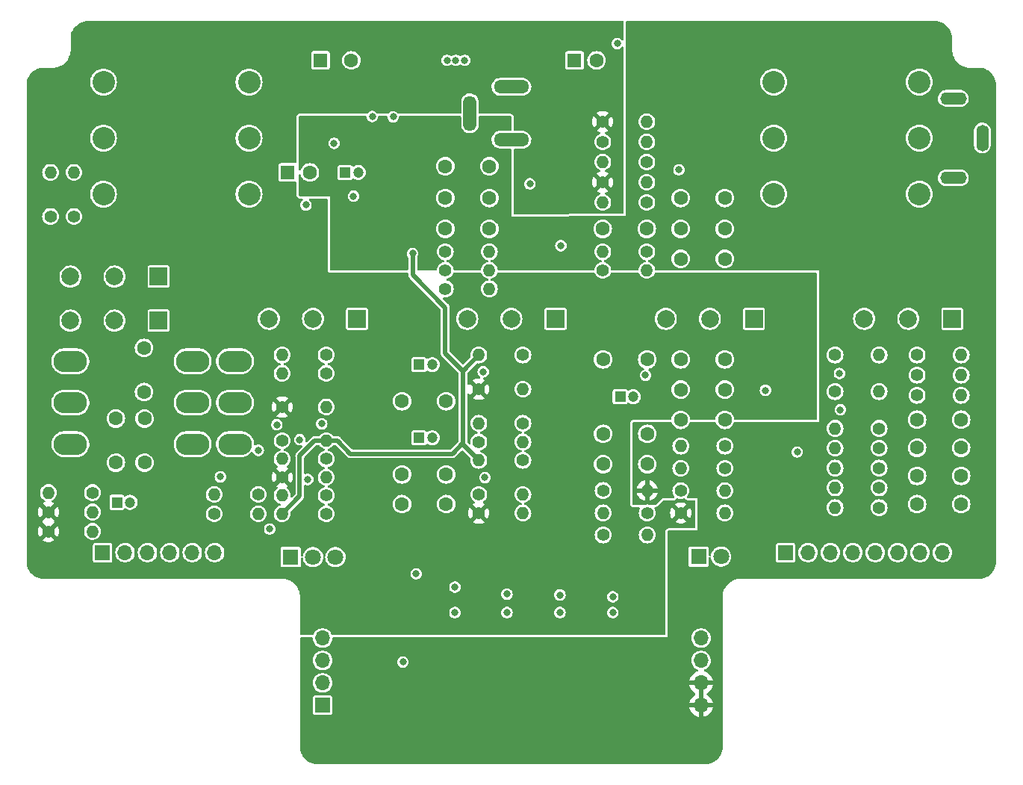
<source format=gbr>
G04 #@! TF.GenerationSoftware,KiCad,Pcbnew,7.0.10*
G04 #@! TF.CreationDate,2024-02-16T20:24:02-03:30*
G04 #@! TF.ProjectId,tight-distortion,74696768-742d-4646-9973-746f7274696f,rev?*
G04 #@! TF.SameCoordinates,Original*
G04 #@! TF.FileFunction,Copper,L3,Inr*
G04 #@! TF.FilePolarity,Positive*
%FSLAX46Y46*%
G04 Gerber Fmt 4.6, Leading zero omitted, Abs format (unit mm)*
G04 Created by KiCad (PCBNEW 7.0.10) date 2024-02-16 20:24:02*
%MOMM*%
%LPD*%
G01*
G04 APERTURE LIST*
G04 #@! TA.AperFunction,ComponentPad*
%ADD10O,4.000000X1.500000*%
G04 #@! TD*
G04 #@! TA.AperFunction,ComponentPad*
%ADD11O,1.500000X4.000000*%
G04 #@! TD*
G04 #@! TA.AperFunction,ComponentPad*
%ADD12C,2.540000*%
G04 #@! TD*
G04 #@! TA.AperFunction,ComponentPad*
%ADD13O,3.000000X1.400000*%
G04 #@! TD*
G04 #@! TA.AperFunction,ComponentPad*
%ADD14O,1.400000X3.000000*%
G04 #@! TD*
G04 #@! TA.AperFunction,ComponentPad*
%ADD15R,1.700000X1.700000*%
G04 #@! TD*
G04 #@! TA.AperFunction,ComponentPad*
%ADD16O,1.700000X1.700000*%
G04 #@! TD*
G04 #@! TA.AperFunction,ComponentPad*
%ADD17C,1.600000*%
G04 #@! TD*
G04 #@! TA.AperFunction,ComponentPad*
%ADD18R,1.200000X1.200000*%
G04 #@! TD*
G04 #@! TA.AperFunction,ComponentPad*
%ADD19C,1.200000*%
G04 #@! TD*
G04 #@! TA.AperFunction,ComponentPad*
%ADD20C,1.400000*%
G04 #@! TD*
G04 #@! TA.AperFunction,ComponentPad*
%ADD21O,1.400000X1.400000*%
G04 #@! TD*
G04 #@! TA.AperFunction,ComponentPad*
%ADD22R,1.600000X1.600000*%
G04 #@! TD*
G04 #@! TA.AperFunction,ComponentPad*
%ADD23R,2.000000X2.000000*%
G04 #@! TD*
G04 #@! TA.AperFunction,ComponentPad*
%ADD24C,2.000000*%
G04 #@! TD*
G04 #@! TA.AperFunction,ComponentPad*
%ADD25R,1.800000X1.800000*%
G04 #@! TD*
G04 #@! TA.AperFunction,ComponentPad*
%ADD26C,1.800000*%
G04 #@! TD*
G04 #@! TA.AperFunction,ComponentPad*
%ADD27O,3.800000X2.400000*%
G04 #@! TD*
G04 #@! TA.AperFunction,ViaPad*
%ADD28C,0.800000*%
G04 #@! TD*
G04 #@! TA.AperFunction,Conductor*
%ADD29C,0.500000*%
G04 #@! TD*
G04 APERTURE END LIST*
D10*
G04 #@! TO.N,Net-(D2-K)*
G04 #@! TO.C,J1*
X0Y29800000D03*
G04 #@! TO.N,Net-(D1-K)*
X0Y35800000D03*
D11*
G04 #@! TO.N,unconnected-(J1-Pad3)*
X-4700000Y32800000D03*
G04 #@! TD*
D12*
G04 #@! TO.N,/input_jack*
G04 #@! TO.C,J2*
X-46250000Y23650000D03*
G04 #@! TO.N,Earth*
X-46250000Y30000000D03*
X-46250000Y36350000D03*
X-29750000Y23650000D03*
X-29750000Y30000000D03*
X-29750000Y36350000D03*
G04 #@! TD*
G04 #@! TO.N,/output_jack*
G04 #@! TO.C,J3*
X29750000Y23650000D03*
G04 #@! TO.N,Earth*
X29750000Y30000000D03*
X29750000Y36350000D03*
X46250000Y23650000D03*
X46250000Y30000000D03*
X46250000Y36350000D03*
G04 #@! TD*
D13*
G04 #@! TO.N,Earth*
G04 #@! TO.C,G1*
X50100000Y34500000D03*
D14*
X53400000Y30000000D03*
D13*
X50100000Y25500000D03*
G04 #@! TD*
D15*
G04 #@! TO.N,Earth*
G04 #@! TO.C,J4*
X31110000Y-17000000D03*
D16*
G04 #@! TO.N,/input_jack*
X33650000Y-17000000D03*
G04 #@! TO.N,/send*
X36190000Y-17000000D03*
G04 #@! TO.N,/return*
X38730000Y-17000000D03*
G04 #@! TO.N,/output_jack*
X41270000Y-17000000D03*
G04 #@! TO.N,/LED+*
X43810000Y-17000000D03*
G04 #@! TO.N,/V+*
X46350000Y-17000000D03*
G04 #@! TO.N,unconnected-(J4-Pin_8-Pad8)*
X48890000Y-17000000D03*
G04 #@! TD*
D17*
G04 #@! TO.N,Net-(C4-Pad1)*
G04 #@! TO.C,C4*
X-41650000Y6200000D03*
G04 #@! TO.N,Net-(SW1A-A)*
X-41650000Y1200000D03*
G04 #@! TD*
G04 #@! TO.N,Net-(C4-Pad1)*
G04 #@! TO.C,C5*
X-7400000Y-8135000D03*
G04 #@! TO.N,Net-(Q1-D)*
X-12400000Y-8135000D03*
G04 #@! TD*
D18*
G04 #@! TO.N,Earth*
G04 #@! TO.C,C6*
X-44730000Y-11300000D03*
D19*
G04 #@! TO.N,Net-(SW2A-B)*
X-43230000Y-11300000D03*
G04 #@! TD*
D17*
G04 #@! TO.N,Net-(Q2-G)*
G04 #@! TO.C,C8*
X-44850000Y-1800000D03*
G04 #@! TO.N,Net-(SW3-A)*
X-44850000Y-6800000D03*
G04 #@! TD*
D18*
G04 #@! TO.N,Earth*
G04 #@! TO.C,C9*
X-10470000Y-3990000D03*
D19*
G04 #@! TO.N,Net-(Q2-S)*
X-8970000Y-3990000D03*
G04 #@! TD*
D18*
G04 #@! TO.N,Earth*
G04 #@! TO.C,C13*
X-10470000Y4300000D03*
D19*
G04 #@! TO.N,Net-(Q3-S)*
X-8970000Y4300000D03*
G04 #@! TD*
D17*
G04 #@! TO.N,Net-(C15-Pad1)*
G04 #@! TO.C,C15*
X15400000Y4900000D03*
G04 #@! TO.N,Net-(Q3-D)*
X10400000Y4900000D03*
G04 #@! TD*
G04 #@! TO.N,Net-(C22-Pad1)*
G04 #@! TO.C,C22*
X15350000Y19700000D03*
G04 #@! TO.N,Net-(U1B-+)*
X10350000Y19700000D03*
G04 #@! TD*
D20*
G04 #@! TO.N,/send*
G04 #@! TO.C,R1*
X-33700000Y-12600000D03*
D21*
G04 #@! TO.N,Net-(SW1B-B)*
X-28700000Y-12600000D03*
G04 #@! TD*
D17*
G04 #@! TO.N,Net-(C37-Pad1)*
G04 #@! TO.C,C37*
X51000000Y-1924998D03*
G04 #@! TO.N,Net-(C35-Pad2)*
X46000000Y-1924998D03*
G04 #@! TD*
G04 #@! TO.N,Net-(Q1-G)*
G04 #@! TO.C,C2*
X-41600000Y-6800000D03*
G04 #@! TO.N,Net-(SW1B-A)*
X-41600000Y-1800000D03*
G04 #@! TD*
D18*
G04 #@! TO.N,Earth*
G04 #@! TO.C,C39*
X-18870000Y26100000D03*
D19*
G04 #@! TO.N,/Signal Path/-VREF0*
X-17370000Y26100000D03*
G04 #@! TD*
D22*
G04 #@! TO.N,Earth*
G04 #@! TO.C,C40*
X7155000Y38799999D03*
D17*
G04 #@! TO.N,/Signal Path/-VREF1*
X9655000Y38799999D03*
G04 #@! TD*
D22*
G04 #@! TO.N,Net-(D3-K)*
G04 #@! TO.C,C47*
X-21652651Y38800000D03*
D17*
G04 #@! TO.N,Earth*
X-18152651Y38800000D03*
G04 #@! TD*
D16*
G04 #@! TO.N,Earth*
G04 #@! TO.C,J5*
X-21420000Y-31760000D03*
D15*
X-21420000Y-34300000D03*
D16*
G04 #@! TO.N,Net-(D3-K)*
X-21420000Y-26680000D03*
X-21420000Y-29220000D03*
G04 #@! TO.N,+15V*
X21500000Y-26680000D03*
X21500000Y-29220000D03*
G04 #@! TO.N,-15V*
X21500000Y-31760000D03*
X21500000Y-34300000D03*
G04 #@! TD*
D20*
G04 #@! TO.N,Net-(SW1B-B)*
G04 #@! TO.C,R2*
X-28700000Y-10400000D03*
D21*
G04 #@! TO.N,Earth*
X-33700000Y-10400000D03*
G04 #@! TD*
D20*
G04 #@! TO.N,Net-(Q1-G)*
G04 #@! TO.C,R3*
X-21000000Y-12600000D03*
D21*
G04 #@! TO.N,/Signal Path/-VREF0*
X-26000000Y-12600000D03*
G04 #@! TD*
D20*
G04 #@! TO.N,+15V*
G04 #@! TO.C,R4*
X-26000000Y-8453331D03*
D21*
G04 #@! TO.N,Net-(Q1-D)*
X-21000000Y-8453331D03*
G04 #@! TD*
D20*
G04 #@! TO.N,Net-(Q1-S)*
G04 #@! TO.C,R5*
X-21000000Y-10526664D03*
D21*
G04 #@! TO.N,/Signal Path/ccs0*
X-26000000Y-10526664D03*
G04 #@! TD*
D20*
G04 #@! TO.N,Net-(C4-Pad1)*
G04 #@! TO.C,R7*
X-21000000Y-6379998D03*
D21*
G04 #@! TO.N,Net-(RV1A-6)*
X-26000000Y-6379998D03*
G04 #@! TD*
D20*
G04 #@! TO.N,Net-(RV1A-6)*
G04 #@! TO.C,R8*
X-26000000Y-4306665D03*
D21*
G04 #@! TO.N,/Signal Path/-VREF0*
X-21000000Y-4306665D03*
G04 #@! TD*
D20*
G04 #@! TO.N,Net-(RV1A-4)*
G04 #@! TO.C,R9*
X-52250000Y21100000D03*
D21*
G04 #@! TO.N,/Signal Path/-VREF0*
X-52250000Y26100000D03*
G04 #@! TD*
D20*
G04 #@! TO.N,Net-(Q2-S)*
G04 #@! TO.C,R11*
X-21000000Y3326667D03*
D21*
G04 #@! TO.N,/Signal Path/ccs1*
X-26000000Y3326667D03*
G04 #@! TD*
D17*
G04 #@! TO.N,Net-(Q1-G)*
G04 #@! TO.C,C3*
X-7400000Y-11500000D03*
G04 #@! TO.N,Net-(SW1B-B)*
X-12400000Y-11500000D03*
G04 #@! TD*
D20*
G04 #@! TO.N,Net-(C12-Pad2)*
G04 #@! TO.C,R13*
X1300000Y5400000D03*
D21*
G04 #@! TO.N,/Signal Path/-VREF0*
X-3700000Y5400000D03*
G04 #@! TD*
D20*
G04 #@! TO.N,Net-(R14-Pad1)*
G04 #@! TO.C,R14*
X-49600000Y21100000D03*
D21*
G04 #@! TO.N,/Signal Path/-VREF0*
X-49600000Y26100000D03*
G04 #@! TD*
D20*
G04 #@! TO.N,+15V*
G04 #@! TO.C,R15*
X-3700000Y1529000D03*
D21*
G04 #@! TO.N,Net-(Q3-D)*
X1300000Y1529000D03*
G04 #@! TD*
D20*
G04 #@! TO.N,Net-(Q3-S)*
G04 #@! TO.C,R16*
X1300000Y-2342000D03*
D21*
G04 #@! TO.N,/Signal Path/ccs2*
X-3700000Y-2342000D03*
G04 #@! TD*
D20*
G04 #@! TO.N,Net-(C15-Pad1)*
G04 #@! TO.C,R17*
X-3700000Y-4442500D03*
D21*
G04 #@! TO.N,Net-(Q4-G)*
X1300000Y-4442500D03*
G04 #@! TD*
D20*
G04 #@! TO.N,Net-(Q4-G)*
G04 #@! TO.C,R18*
X1300000Y-6543000D03*
D21*
G04 #@! TO.N,/Signal Path/-VREF0*
X-3700000Y-6543000D03*
G04 #@! TD*
D20*
G04 #@! TO.N,+15V*
G04 #@! TO.C,R19*
X-3700000Y-12514500D03*
D21*
G04 #@! TO.N,Net-(Q4-D)*
X1300000Y-12514500D03*
G04 #@! TD*
D20*
G04 #@! TO.N,Net-(Q4-S)*
G04 #@! TO.C,R20*
X-3700000Y-10414000D03*
D21*
G04 #@! TO.N,/Signal Path/ccs3*
X1300000Y-10414000D03*
G04 #@! TD*
D20*
G04 #@! TO.N,Net-(C19-Pad1)*
G04 #@! TO.C,R21*
X15400000Y-12500000D03*
D21*
G04 #@! TO.N,Net-(Q5-B)*
X10400000Y-12500000D03*
G04 #@! TD*
D20*
G04 #@! TO.N,Net-(Q5-B)*
G04 #@! TO.C,R22*
X10400000Y-15000000D03*
D21*
G04 #@! TO.N,Earth*
X15400000Y-15000000D03*
G04 #@! TD*
D20*
G04 #@! TO.N,Net-(C22-Pad1)*
G04 #@! TO.C,R26*
X15350000Y17100000D03*
D21*
G04 #@! TO.N,Net-(U1B--)*
X10350000Y17100000D03*
G04 #@! TD*
D20*
G04 #@! TO.N,Net-(C23-Pad2)*
G04 #@! TO.C,R28*
X-7500000Y17100000D03*
D21*
G04 #@! TO.N,Net-(U1A--)*
X-2500000Y17100000D03*
G04 #@! TD*
D20*
G04 #@! TO.N,Net-(U1A-+)*
G04 #@! TO.C,R29*
X-7500000Y15000000D03*
D21*
G04 #@! TO.N,Earth*
X-2500000Y15000000D03*
G04 #@! TD*
D20*
G04 #@! TO.N,Net-(C25-Pad2)*
G04 #@! TO.C,R30*
X-7500000Y12900000D03*
D21*
G04 #@! TO.N,Earth*
X-2500000Y12900000D03*
G04 #@! TD*
D20*
G04 #@! TO.N,Net-(C26-Pad2)*
G04 #@! TO.C,R31*
X24200000Y-4925000D03*
D21*
G04 #@! TO.N,Net-(U3A--)*
X19200000Y-4925000D03*
G04 #@! TD*
D23*
G04 #@! TO.N,Net-(RV1A-4)*
G04 #@! TO.C,RV1*
X-40000000Y9300000D03*
D24*
G04 #@! TO.N,Net-(Q2-G)*
X-45000000Y9300000D03*
G04 #@! TO.N,Net-(RV1A-6)*
X-50000000Y9300000D03*
D23*
G04 #@! TO.N,Net-(R14-Pad1)*
X-40000000Y14300000D03*
D24*
G04 #@! TO.N,Net-(Q3-G)*
X-45000000Y14300000D03*
G04 #@! TO.N,Net-(C12-Pad2)*
X-50000000Y14300000D03*
G04 #@! TD*
D20*
G04 #@! TO.N,Net-(C27-Pad1)*
G04 #@! TO.C,R32*
X15350000Y22700000D03*
D21*
G04 #@! TO.N,/Signal Path/-VREF1*
X10350000Y22700000D03*
G04 #@! TD*
D20*
G04 #@! TO.N,Net-(C11-Pad1)*
G04 #@! TO.C,R12*
X-21000000Y5400000D03*
D21*
G04 #@! TO.N,Net-(C12-Pad2)*
X-26000000Y5400000D03*
G04 #@! TD*
D20*
G04 #@! TO.N,Net-(Q1-S)*
G04 #@! TO.C,R6*
X-47500000Y-10200000D03*
D21*
G04 #@! TO.N,Net-(SW2A-A)*
X-52500000Y-10200000D03*
G04 #@! TD*
D17*
G04 #@! TO.N,Net-(C35-Pad2)*
G04 #@! TO.C,C36*
X46000000Y-8308330D03*
G04 #@! TO.N,Net-(C36-Pad2)*
X51000000Y-8308330D03*
G04 #@! TD*
G04 #@! TO.N,Net-(C25-Pad1)*
G04 #@! TO.C,C25*
X-7500000Y26800000D03*
G04 #@! TO.N,Net-(C25-Pad2)*
X-2500000Y26800000D03*
G04 #@! TD*
G04 #@! TO.N,/Signal Path/eq_send*
G04 #@! TO.C,C20*
X15400000Y-6974000D03*
G04 #@! TO.N,Net-(Q5-E)*
X10400000Y-6974000D03*
G04 #@! TD*
D22*
G04 #@! TO.N,Earth*
G04 #@! TO.C,C38*
X-25350000Y26100000D03*
D17*
G04 #@! TO.N,Net-(U4A-+)*
X-22850000Y26100000D03*
G04 #@! TD*
G04 #@! TO.N,Net-(C23-Pad1)*
G04 #@! TO.C,C23*
X-7500000Y23200000D03*
G04 #@! TO.N,Net-(C23-Pad2)*
X-2500000Y23200000D03*
G04 #@! TD*
G04 #@! TO.N,Net-(C11-Pad1)*
G04 #@! TO.C,C11*
X-12400000Y155000D03*
G04 #@! TO.N,Net-(Q2-D)*
X-7400000Y155000D03*
G04 #@! TD*
D15*
G04 #@! TO.N,Net-(SW2A-A)*
G04 #@! TO.C,SW2*
X-46350000Y-17000000D03*
D16*
G04 #@! TO.N,Net-(SW2A-B)*
X-43810000Y-17000000D03*
G04 #@! TO.N,Net-(Q1-S)*
X-41270000Y-17000000D03*
G04 #@! TO.N,unconnected-(SW2B-A-Pad4)*
X-38730000Y-17000000D03*
G04 #@! TO.N,Net-(SW2B-B)*
X-36190000Y-17000000D03*
G04 #@! TO.N,Net-(D6-A1)*
X-33650000Y-17000000D03*
G04 #@! TD*
D23*
G04 #@! TO.N,Earth*
G04 #@! TO.C,RV5*
X50000000Y9500000D03*
D24*
G04 #@! TO.N,/return*
X45000000Y9500000D03*
G04 #@! TO.N,Net-(C37-Pad1)*
X40000000Y9500000D03*
G04 #@! TD*
D23*
G04 #@! TO.N,Net-(U3A-+)*
G04 #@! TO.C,RV4*
X-17500000Y9500000D03*
D24*
G04 #@! TO.N,Net-(C25-Pad1)*
X-22500000Y9500000D03*
G04 #@! TO.N,Net-(U3A--)*
X-27500000Y9500000D03*
G04 #@! TD*
D23*
G04 #@! TO.N,Net-(U3A-+)*
G04 #@! TO.C,RV3*
X5000000Y9500000D03*
D24*
G04 #@! TO.N,Net-(C23-Pad1)*
X0Y9500000D03*
G04 #@! TO.N,Net-(U3A--)*
X-5000000Y9500000D03*
G04 #@! TD*
D23*
G04 #@! TO.N,Net-(U3A-+)*
G04 #@! TO.C,RV2*
X27500000Y9500000D03*
D24*
G04 #@! TO.N,Net-(C22-Pad1)*
X22500000Y9500000D03*
G04 #@! TO.N,Net-(U3A--)*
X17500000Y9500000D03*
G04 #@! TD*
D20*
G04 #@! TO.N,+15V*
G04 #@! TO.C,R10*
X-26000000Y-489999D03*
D21*
G04 #@! TO.N,Net-(Q2-D)*
X-21000000Y-489999D03*
G04 #@! TD*
D17*
G04 #@! TO.N,Earth*
G04 #@! TO.C,C21*
X19200000Y-1950000D03*
G04 #@! TO.N,Net-(U3A-+)*
X24200000Y-1950000D03*
G04 #@! TD*
D20*
G04 #@! TO.N,+15V*
G04 #@! TO.C,R61*
X19200000Y-12500000D03*
D21*
G04 #@! TO.N,/V+*
X24200000Y-12500000D03*
G04 #@! TD*
D20*
G04 #@! TO.N,+15V*
G04 #@! TO.C,R62*
X-52500000Y-12400000D03*
D21*
G04 #@! TO.N,Net-(D6-A2)*
X-47500000Y-12400000D03*
G04 #@! TD*
D17*
G04 #@! TO.N,Net-(C32-Pad2)*
G04 #@! TO.C,C35*
X46000000Y-11500000D03*
G04 #@! TO.N,Net-(C35-Pad2)*
X51000000Y-11500000D03*
G04 #@! TD*
G04 #@! TO.N,Net-(C34-Pad1)*
G04 #@! TO.C,C34*
X46000000Y-5116664D03*
G04 #@! TO.N,Earth*
X51000000Y-5116664D03*
G04 #@! TD*
G04 #@! TO.N,Net-(C31-Pad1)*
G04 #@! TO.C,C31*
X24200000Y23200000D03*
G04 #@! TO.N,Net-(Q6B-G1)*
X19200000Y23200000D03*
G04 #@! TD*
G04 #@! TO.N,Net-(C27-Pad1)*
G04 #@! TO.C,C27*
X19200000Y4900000D03*
G04 #@! TO.N,Net-(C26-Pad2)*
X24200000Y4900000D03*
G04 #@! TD*
G04 #@! TO.N,Net-(C29-Pad1)*
G04 #@! TO.C,C29*
X24200000Y19700000D03*
G04 #@! TO.N,Net-(Q6A-D1)*
X19200000Y19700000D03*
G04 #@! TD*
G04 #@! TO.N,Net-(C30-Pad1)*
G04 #@! TO.C,C30*
X24200000Y16300000D03*
G04 #@! TO.N,Net-(Q6B-D2)*
X19200000Y16300000D03*
G04 #@! TD*
D20*
G04 #@! TO.N,Net-(C31-Pad1)*
G04 #@! TO.C,R44*
X46000000Y816668D03*
D21*
G04 #@! TO.N,Net-(C36-Pad2)*
X51000000Y816668D03*
G04 #@! TD*
D20*
G04 #@! TO.N,Net-(C32-Pad2)*
G04 #@! TO.C,R42*
X41700000Y-5165000D03*
D21*
G04 #@! TO.N,Net-(U3B--)*
X36700000Y-5165000D03*
G04 #@! TD*
D20*
G04 #@! TO.N,Net-(C33-Pad2)*
G04 #@! TO.C,R40*
X41700000Y-2920000D03*
D21*
G04 #@! TO.N,Earth*
X36700000Y-2920000D03*
G04 #@! TD*
D20*
G04 #@! TO.N,Net-(C31-Pad1)*
G04 #@! TO.C,R41*
X46000000Y5400000D03*
D21*
G04 #@! TO.N,Net-(C34-Pad1)*
X51000000Y5400000D03*
G04 #@! TD*
D20*
G04 #@! TO.N,Net-(C29-Pad1)*
G04 #@! TO.C,R37*
X36700000Y5400000D03*
D21*
G04 #@! TO.N,Net-(C32-Pad2)*
X41700000Y5400000D03*
G04 #@! TD*
D20*
G04 #@! TO.N,Net-(C27-Pad1)*
G04 #@! TO.C,R33*
X10350000Y29562500D03*
D21*
G04 #@! TO.N,Net-(Q6A-G1)*
X15350000Y29562500D03*
G04 #@! TD*
D20*
G04 #@! TO.N,+15V*
G04 #@! TO.C,R34*
X10350000Y24987500D03*
D21*
G04 #@! TO.N,Net-(Q6A-D1)*
X15350000Y24987500D03*
G04 #@! TD*
D20*
G04 #@! TO.N,Net-(C31-Pad1)*
G04 #@! TO.C,R39*
X46000000Y3108334D03*
D21*
G04 #@! TO.N,Earth*
X51000000Y3108334D03*
G04 #@! TD*
D20*
G04 #@! TO.N,Net-(Q6B-G1)*
G04 #@! TO.C,R36*
X15350000Y27275000D03*
D21*
G04 #@! TO.N,/Signal Path/-VREF1*
X10350000Y27275000D03*
G04 #@! TD*
D20*
G04 #@! TO.N,Net-(C32-Pad2)*
G04 #@! TO.C,R45*
X41700000Y-9655000D03*
D21*
G04 #@! TO.N,Net-(C35-Pad2)*
X36700000Y-9655000D03*
G04 #@! TD*
D20*
G04 #@! TO.N,Net-(C31-Pad1)*
G04 #@! TO.C,R46*
X41700000Y-11900000D03*
D21*
G04 #@! TO.N,Net-(C35-Pad2)*
X36700000Y-11900000D03*
G04 #@! TD*
D20*
G04 #@! TO.N,Net-(C30-Pad1)*
G04 #@! TO.C,R38*
X36700000Y1240000D03*
D21*
G04 #@! TO.N,Net-(C33-Pad2)*
X41700000Y1240000D03*
G04 #@! TD*
D20*
G04 #@! TO.N,+15V*
G04 #@! TO.C,R35*
X10350000Y31850000D03*
D21*
G04 #@! TO.N,Net-(Q6B-D2)*
X15350000Y31850000D03*
G04 #@! TD*
D20*
G04 #@! TO.N,Net-(C33-Pad2)*
G04 #@! TO.C,R43*
X41700000Y-7410000D03*
D21*
G04 #@! TO.N,Net-(U3B-+)*
X36700000Y-7410000D03*
G04 #@! TD*
D20*
G04 #@! TO.N,/Signal Path/eq_send*
G04 #@! TO.C,R24*
X19200000Y-9975000D03*
D21*
G04 #@! TO.N,Net-(U3A-+)*
X24200000Y-9975000D03*
G04 #@! TD*
D20*
G04 #@! TO.N,Net-(Q5-E)*
G04 #@! TO.C,R23*
X10400000Y-9962000D03*
D21*
G04 #@! TO.N,-15V*
X15400000Y-9962000D03*
G04 #@! TD*
D20*
G04 #@! TO.N,Net-(U1B-+)*
G04 #@! TO.C,R27*
X10350000Y15000000D03*
D21*
G04 #@! TO.N,Earth*
X15350000Y15000000D03*
G04 #@! TD*
D20*
G04 #@! TO.N,Net-(U3A-+)*
G04 #@! TO.C,R25*
X24200000Y-7450000D03*
D21*
G04 #@! TO.N,Earth*
X19200000Y-7450000D03*
G04 #@! TD*
D18*
G04 #@! TO.N,Earth*
G04 #@! TO.C,C17*
X12330000Y682000D03*
D19*
G04 #@! TO.N,/Signal Path/ccs3*
X13830000Y682000D03*
G04 #@! TD*
D17*
G04 #@! TO.N,Net-(C19-Pad1)*
G04 #@! TO.C,C19*
X15400000Y-3536000D03*
G04 #@! TO.N,Net-(Q4-D)*
X10400000Y-3536000D03*
G04 #@! TD*
G04 #@! TO.N,Net-(U3A--)*
G04 #@! TO.C,C26*
X19200000Y1475000D03*
G04 #@! TO.N,Net-(C26-Pad2)*
X24200000Y1475000D03*
G04 #@! TD*
G04 #@! TO.N,Net-(C23-Pad2)*
G04 #@! TO.C,C24*
X-7500000Y19700000D03*
G04 #@! TO.N,Net-(U1A-+)*
X-2500000Y19700000D03*
G04 #@! TD*
D20*
G04 #@! TO.N,+15V*
G04 #@! TO.C,R63*
X-52500000Y-14600000D03*
D21*
G04 #@! TO.N,Net-(SW2B-B)*
X-47500000Y-14600000D03*
G04 #@! TD*
D25*
G04 #@! TO.N,Earth*
G04 #@! TO.C,D5*
X21230000Y-17450000D03*
D26*
G04 #@! TO.N,/LED+*
X23770000Y-17450000D03*
G04 #@! TD*
D27*
G04 #@! TO.N,Net-(SW1A-A)*
G04 #@! TO.C,SW1*
X-36150000Y-4700000D03*
G04 #@! TO.N,Net-(Q1-D)*
X-36150000Y0D03*
G04 #@! TO.N,unconnected-(SW1A-C-Pad3)*
X-36150000Y4700000D03*
G04 #@! TO.N,Net-(SW1B-A)*
X-31350000Y-4700000D03*
G04 #@! TO.N,Net-(SW1B-B)*
X-31350000Y0D03*
G04 #@! TO.N,unconnected-(SW1B-C-Pad6)*
X-31350000Y4700000D03*
G04 #@! TD*
G04 #@! TO.N,Net-(SW3-A)*
G04 #@! TO.C,SW3*
X-50000000Y-4700000D03*
G04 #@! TO.N,Net-(RV1A-6)*
X-50000000Y0D03*
G04 #@! TO.N,unconnected-(SW3-C-Pad3)*
X-50000000Y4700000D03*
G04 #@! TD*
D25*
G04 #@! TO.N,Net-(D6-A1)*
G04 #@! TO.C,D6*
X-25040000Y-17500000D03*
D26*
G04 #@! TO.N,Earth*
X-22500000Y-17500000D03*
G04 #@! TO.N,Net-(D6-A2)*
X-19960000Y-17500000D03*
G04 #@! TD*
D28*
G04 #@! TO.N,Earth*
X2100000Y24800000D03*
X-10800000Y-19400000D03*
X-20100000Y29400000D03*
X37300000Y-800000D03*
X-5300000Y38800000D03*
X-6300000Y38800000D03*
X32400000Y-5600000D03*
X-7300000Y38800000D03*
X5600000Y17800000D03*
X-3200000Y3500000D03*
X-13400000Y32400000D03*
X28800000Y1400000D03*
X-21500000Y-2400000D03*
X12000000Y40700000D03*
X-33000000Y-8400000D03*
X37200000Y3300000D03*
X-3000000Y-8500000D03*
X-23300000Y22400000D03*
X-12300000Y-29400000D03*
X-17900000Y23400000D03*
G04 #@! TO.N,Net-(SW1B-B)*
X-28700000Y-5400000D03*
G04 #@! TO.N,Net-(Q1-G)*
X-23100000Y-8700000D03*
G04 #@! TO.N,+15V*
X-24362500Y1418334D03*
X14400000Y-18300000D03*
X-2062500Y-14300000D03*
X3800000Y-11100000D03*
X-24300000Y19700000D03*
X16400000Y-18300000D03*
X31462500Y2300000D03*
X4700000Y25800000D03*
X15400000Y-18300000D03*
G04 #@! TO.N,-15V*
X-17900000Y20637500D03*
X12900000Y-29400000D03*
X8500000Y-29400000D03*
X-14200000Y-29400000D03*
X-3500000Y-29400000D03*
X2900000Y16700000D03*
X14600000Y-29400000D03*
X-9400000Y-29400000D03*
X15500000Y40700000D03*
X-22900000Y30000000D03*
X2500000Y-29400000D03*
X6800000Y-29400000D03*
X29737500Y-6500000D03*
G04 #@! TO.N,Net-(C4-Pad1)*
X-24000000Y-4200000D03*
X-26600000Y-2500000D03*
G04 #@! TO.N,/Signal Path/ccs3*
X11500000Y-22000000D03*
X11500000Y-23800000D03*
G04 #@! TO.N,/Signal Path/-VREF0*
X-11200000Y16900000D03*
G04 #@! TO.N,/Signal Path/ccs4*
X15200000Y3100000D03*
X19000000Y26400000D03*
G04 #@! TO.N,/Signal Path/ccs0*
X-6400000Y-20900000D03*
X-6400000Y-23800000D03*
G04 #@! TO.N,/Signal Path/ccs1*
X-500000Y-21700000D03*
X-27400000Y-14325000D03*
X-500000Y-23800000D03*
G04 #@! TO.N,/Signal Path/ccs2*
X5500000Y-23800000D03*
X5500000Y-21800000D03*
G04 #@! TO.N,Net-(D3-K)*
X-15775000Y32425000D03*
G04 #@! TD*
D29*
G04 #@! TO.N,+15V*
X10162500Y24800000D02*
X10350000Y24987500D01*
G04 #@! TO.N,/Signal Path/-VREF0*
X-24000000Y-6000000D02*
X-24000000Y-10600000D01*
X-6700000Y-5800000D02*
X-5500000Y-4600000D01*
X-21000000Y-4306665D02*
X-22306665Y-4306665D01*
X-19746667Y-4306665D02*
X-18253332Y-5800000D01*
X-5500000Y3600000D02*
X-3700000Y5400000D01*
X-5500000Y-4600000D02*
X-5500000Y3600000D01*
X-7500000Y10800000D02*
X-7500000Y5600000D01*
X-22306665Y-4306665D02*
X-24000000Y-6000000D01*
X-18253332Y-5800000D02*
X-6700000Y-5800000D01*
X-21000000Y-4306665D02*
X-19746667Y-4306665D01*
X-11200000Y14500000D02*
X-7500000Y10800000D01*
X-5500000Y-4743000D02*
X-5500000Y-4600000D01*
X-7500000Y5600000D02*
X-5500000Y3600000D01*
X-24000000Y-10600000D02*
X-26000000Y-12600000D01*
X-11200000Y16900000D02*
X-11200000Y14500000D01*
X-3700000Y-6543000D02*
X-5500000Y-4743000D01*
G04 #@! TD*
G04 #@! TA.AperFunction,Conductor*
G04 #@! TO.N,-15V*
G36*
X21750000Y-33864498D02*
G01*
X21642315Y-33815320D01*
X21535763Y-33800000D01*
X21464237Y-33800000D01*
X21357685Y-33815320D01*
X21250000Y-33864498D01*
X21250000Y-32195501D01*
X21357685Y-32244680D01*
X21464237Y-32260000D01*
X21535763Y-32260000D01*
X21642315Y-32244680D01*
X21750000Y-32195501D01*
X21750000Y-33864498D01*
G37*
G04 #@! TD.AperFunction*
G04 #@! TA.AperFunction,Conductor*
G36*
X48004043Y43274235D02*
G01*
X48249620Y43258139D01*
X48265701Y43256021D01*
X48503064Y43208806D01*
X48518731Y43204608D01*
X48747911Y43126812D01*
X48762897Y43120605D01*
X48979960Y43013561D01*
X48994007Y43005451D01*
X49195241Y42870991D01*
X49208109Y42861117D01*
X49390071Y42701540D01*
X49401540Y42690071D01*
X49561117Y42508109D01*
X49570991Y42495241D01*
X49705451Y42294007D01*
X49713561Y42279960D01*
X49820605Y42062897D01*
X49826812Y42047911D01*
X49904608Y41818731D01*
X49908806Y41803064D01*
X49956021Y41565701D01*
X49958139Y41549620D01*
X49974235Y41304043D01*
X49974500Y41295933D01*
X49974500Y39867248D01*
X49974501Y39867232D01*
X50009156Y39603998D01*
X50077879Y39347521D01*
X50179481Y39102231D01*
X50179489Y39102214D01*
X50312240Y38872285D01*
X50312251Y38872269D01*
X50473879Y38661631D01*
X50473885Y38661624D01*
X50661624Y38473885D01*
X50661631Y38473879D01*
X50872269Y38312251D01*
X50872285Y38312240D01*
X51102214Y38179489D01*
X51102231Y38179481D01*
X51347522Y38077879D01*
X51347520Y38077879D01*
X51603998Y38009156D01*
X51867232Y37974501D01*
X51867236Y37974500D01*
X51867242Y37974500D01*
X51994928Y37974500D01*
X52991715Y37974500D01*
X52995933Y37974500D01*
X53004043Y37974235D01*
X53249620Y37958139D01*
X53265701Y37956021D01*
X53503064Y37908806D01*
X53518731Y37904608D01*
X53747911Y37826812D01*
X53762897Y37820605D01*
X53979960Y37713561D01*
X53994007Y37705451D01*
X54195241Y37570991D01*
X54208109Y37561117D01*
X54390071Y37401540D01*
X54401540Y37390071D01*
X54561117Y37208109D01*
X54570991Y37195241D01*
X54705451Y36994007D01*
X54713561Y36979960D01*
X54820605Y36762897D01*
X54826812Y36747911D01*
X54904608Y36518731D01*
X54908806Y36503064D01*
X54956021Y36265701D01*
X54958139Y36249620D01*
X54974235Y36004043D01*
X54974500Y35995933D01*
X54974500Y-17995933D01*
X54974235Y-18004043D01*
X54958139Y-18249620D01*
X54956021Y-18265701D01*
X54908806Y-18503064D01*
X54904608Y-18518731D01*
X54826812Y-18747911D01*
X54820605Y-18762897D01*
X54713561Y-18979960D01*
X54705451Y-18994007D01*
X54570991Y-19195241D01*
X54561117Y-19208109D01*
X54401540Y-19390071D01*
X54390071Y-19401540D01*
X54208109Y-19561117D01*
X54195241Y-19570991D01*
X53994007Y-19705451D01*
X53979960Y-19713561D01*
X53762897Y-19820605D01*
X53747911Y-19826812D01*
X53518731Y-19904608D01*
X53503064Y-19908806D01*
X53265701Y-19956021D01*
X53249620Y-19958139D01*
X53004043Y-19974235D01*
X52995933Y-19974500D01*
X26008285Y-19974500D01*
X26000000Y-19974500D01*
X25867242Y-19974500D01*
X25867236Y-19974500D01*
X25867232Y-19974501D01*
X25603998Y-20009156D01*
X25347521Y-20077879D01*
X25102231Y-20179481D01*
X25102214Y-20179489D01*
X24872285Y-20312240D01*
X24872269Y-20312251D01*
X24661631Y-20473879D01*
X24661624Y-20473885D01*
X24473885Y-20661624D01*
X24473879Y-20661631D01*
X24312251Y-20872269D01*
X24312240Y-20872285D01*
X24179489Y-21102214D01*
X24179481Y-21102231D01*
X24077879Y-21347521D01*
X24009156Y-21603998D01*
X23974501Y-21867232D01*
X23974500Y-21867248D01*
X23974500Y-38995933D01*
X23974235Y-39004043D01*
X23958139Y-39249620D01*
X23956021Y-39265701D01*
X23908806Y-39503064D01*
X23904608Y-39518731D01*
X23826812Y-39747911D01*
X23820605Y-39762897D01*
X23713561Y-39979960D01*
X23705451Y-39994007D01*
X23570991Y-40195241D01*
X23561117Y-40208109D01*
X23401540Y-40390071D01*
X23390071Y-40401540D01*
X23208109Y-40561117D01*
X23195241Y-40570991D01*
X22994007Y-40705451D01*
X22979960Y-40713561D01*
X22762897Y-40820605D01*
X22747911Y-40826812D01*
X22518731Y-40904608D01*
X22503064Y-40908806D01*
X22265701Y-40956021D01*
X22249620Y-40958139D01*
X22004043Y-40974235D01*
X21995933Y-40974500D01*
X-21995933Y-40974500D01*
X-22004043Y-40974235D01*
X-22249620Y-40958139D01*
X-22265701Y-40956021D01*
X-22503064Y-40908806D01*
X-22518731Y-40904608D01*
X-22747912Y-40826812D01*
X-22762898Y-40820605D01*
X-22979960Y-40713561D01*
X-22994006Y-40705451D01*
X-23195241Y-40570991D01*
X-23208110Y-40561117D01*
X-23390072Y-40401541D01*
X-23401541Y-40390072D01*
X-23561117Y-40208110D01*
X-23570991Y-40195241D01*
X-23705451Y-39994006D01*
X-23713561Y-39979960D01*
X-23820605Y-39762898D01*
X-23826812Y-39747912D01*
X-23904608Y-39518731D01*
X-23908806Y-39503064D01*
X-23956021Y-39265701D01*
X-23958139Y-39249620D01*
X-23974235Y-39004043D01*
X-23974500Y-38995933D01*
X-23974500Y-35174674D01*
X-22520500Y-35174674D01*
X-22505966Y-35247740D01*
X-22450601Y-35330601D01*
X-22367740Y-35385966D01*
X-22294677Y-35400499D01*
X-22294676Y-35400500D01*
X-22294674Y-35400500D01*
X-20545324Y-35400500D01*
X-20545321Y-35400499D01*
X-20472264Y-35385967D01*
X-20472260Y-35385966D01*
X-20389399Y-35330601D01*
X-20334034Y-35247740D01*
X-20334033Y-35247739D01*
X-20334032Y-35247735D01*
X-20319500Y-35174678D01*
X-20319500Y-34550000D01*
X20169364Y-34550000D01*
X20226567Y-34763486D01*
X20226570Y-34763492D01*
X20326399Y-34977578D01*
X20461894Y-35171082D01*
X20628917Y-35338105D01*
X20822421Y-35473600D01*
X21036507Y-35573429D01*
X21036516Y-35573433D01*
X21250000Y-35630634D01*
X21250000Y-34735501D01*
X21357685Y-34784680D01*
X21464237Y-34800000D01*
X21535763Y-34800000D01*
X21642315Y-34784680D01*
X21750000Y-34735501D01*
X21750000Y-35630633D01*
X21963483Y-35573433D01*
X21963492Y-35573429D01*
X22177578Y-35473600D01*
X22371082Y-35338105D01*
X22538105Y-35171082D01*
X22673600Y-34977578D01*
X22773429Y-34763492D01*
X22773432Y-34763486D01*
X22830636Y-34550000D01*
X21933686Y-34550000D01*
X21959493Y-34509844D01*
X22000000Y-34371889D01*
X22000000Y-34228111D01*
X21959493Y-34090156D01*
X21933686Y-34050000D01*
X22830636Y-34050000D01*
X22830635Y-34049999D01*
X22773432Y-33836513D01*
X22773429Y-33836507D01*
X22673600Y-33622422D01*
X22673599Y-33622420D01*
X22538113Y-33428926D01*
X22538108Y-33428920D01*
X22371082Y-33261894D01*
X22184968Y-33131575D01*
X22141344Y-33076998D01*
X22134151Y-33007499D01*
X22165673Y-32945145D01*
X22184968Y-32928425D01*
X22371082Y-32798105D01*
X22538105Y-32631082D01*
X22673600Y-32437578D01*
X22773429Y-32223492D01*
X22773432Y-32223486D01*
X22830636Y-32010000D01*
X21933686Y-32010000D01*
X21959493Y-31969844D01*
X22000000Y-31831889D01*
X22000000Y-31688111D01*
X21959493Y-31550156D01*
X21933686Y-31510000D01*
X22830636Y-31510000D01*
X22830635Y-31509999D01*
X22773432Y-31296513D01*
X22773429Y-31296507D01*
X22673600Y-31082422D01*
X22673599Y-31082420D01*
X22538113Y-30888926D01*
X22538108Y-30888920D01*
X22371082Y-30721894D01*
X22177578Y-30586399D01*
X21963492Y-30486570D01*
X21963477Y-30486564D01*
X21924414Y-30476097D01*
X21864754Y-30439732D01*
X21834226Y-30376885D01*
X21842521Y-30307509D01*
X21887007Y-30253632D01*
X21911710Y-30240698D01*
X21992637Y-30209348D01*
X22166041Y-30101981D01*
X22316764Y-29964579D01*
X22439673Y-29801821D01*
X22530582Y-29619250D01*
X22586397Y-29423083D01*
X22605215Y-29220000D01*
X22593676Y-29095477D01*
X22586397Y-29016917D01*
X22571759Y-28965470D01*
X22530582Y-28820750D01*
X22513927Y-28787303D01*
X22486272Y-28731764D01*
X22439673Y-28638179D01*
X22316764Y-28475421D01*
X22316762Y-28475418D01*
X22166041Y-28338019D01*
X22166039Y-28338017D01*
X21992642Y-28230655D01*
X21992635Y-28230651D01*
X21897546Y-28193814D01*
X21802456Y-28156976D01*
X21601976Y-28119500D01*
X21398024Y-28119500D01*
X21197544Y-28156976D01*
X21197541Y-28156976D01*
X21197541Y-28156977D01*
X21007364Y-28230651D01*
X21007357Y-28230655D01*
X20833960Y-28338017D01*
X20833958Y-28338019D01*
X20683237Y-28475418D01*
X20560327Y-28638178D01*
X20469422Y-28820739D01*
X20469417Y-28820752D01*
X20413602Y-29016917D01*
X20394785Y-29219999D01*
X20394785Y-29220000D01*
X20413602Y-29423082D01*
X20469417Y-29619247D01*
X20469422Y-29619260D01*
X20560327Y-29801821D01*
X20683237Y-29964581D01*
X20833958Y-30101980D01*
X20833960Y-30101982D01*
X20933141Y-30163392D01*
X21007363Y-30209348D01*
X21088283Y-30240696D01*
X21143685Y-30283269D01*
X21167276Y-30349035D01*
X21151565Y-30417116D01*
X21101542Y-30465895D01*
X21075586Y-30476097D01*
X21036519Y-30486565D01*
X21036507Y-30486570D01*
X20822422Y-30586399D01*
X20822420Y-30586400D01*
X20628926Y-30721886D01*
X20628920Y-30721891D01*
X20461891Y-30888920D01*
X20461886Y-30888926D01*
X20326400Y-31082420D01*
X20326399Y-31082422D01*
X20226570Y-31296507D01*
X20226567Y-31296513D01*
X20169364Y-31509999D01*
X20169364Y-31510000D01*
X21066314Y-31510000D01*
X21040507Y-31550156D01*
X21000000Y-31688111D01*
X21000000Y-31831889D01*
X21040507Y-31969844D01*
X21066314Y-32010000D01*
X20169364Y-32010000D01*
X20226567Y-32223486D01*
X20226570Y-32223492D01*
X20326399Y-32437578D01*
X20461894Y-32631082D01*
X20628917Y-32798105D01*
X20815031Y-32928425D01*
X20858656Y-32983003D01*
X20865848Y-33052501D01*
X20834326Y-33114856D01*
X20815031Y-33131575D01*
X20628922Y-33261890D01*
X20628920Y-33261891D01*
X20461891Y-33428920D01*
X20461886Y-33428926D01*
X20326400Y-33622420D01*
X20326399Y-33622422D01*
X20226570Y-33836507D01*
X20226567Y-33836513D01*
X20169364Y-34049999D01*
X20169364Y-34050000D01*
X21066314Y-34050000D01*
X21040507Y-34090156D01*
X21000000Y-34228111D01*
X21000000Y-34371889D01*
X21040507Y-34509844D01*
X21066314Y-34550000D01*
X20169364Y-34550000D01*
X-20319500Y-34550000D01*
X-20319500Y-33425321D01*
X-20334032Y-33352264D01*
X-20334033Y-33352260D01*
X-20389399Y-33269399D01*
X-20472260Y-33214033D01*
X-20472264Y-33214032D01*
X-20545323Y-33199500D01*
X-20545326Y-33199500D01*
X-22294674Y-33199500D01*
X-22294677Y-33199500D01*
X-22367735Y-33214032D01*
X-22367739Y-33214033D01*
X-22367740Y-33214034D01*
X-22450601Y-33269399D01*
X-22505966Y-33352260D01*
X-22505967Y-33352264D01*
X-22520499Y-33425321D01*
X-22520500Y-33425323D01*
X-22520500Y-33425326D01*
X-22520500Y-35174674D01*
X-23974500Y-35174674D01*
X-23974500Y-31760000D01*
X-22525215Y-31760000D01*
X-22506397Y-31963083D01*
X-22450582Y-32159250D01*
X-22359673Y-32341821D01*
X-22236764Y-32504579D01*
X-22086041Y-32641981D01*
X-21912637Y-32749348D01*
X-21722456Y-32823024D01*
X-21521976Y-32860500D01*
X-21521974Y-32860500D01*
X-21318026Y-32860500D01*
X-21318024Y-32860500D01*
X-21117544Y-32823024D01*
X-20927363Y-32749348D01*
X-20853141Y-32703392D01*
X-20753960Y-32641982D01*
X-20753958Y-32641980D01*
X-20603237Y-32504581D01*
X-20480327Y-32341821D01*
X-20389422Y-32159260D01*
X-20389417Y-32159247D01*
X-20333602Y-31963082D01*
X-20314785Y-31760000D01*
X-20314785Y-31759999D01*
X-20333602Y-31556917D01*
X-20389417Y-31360752D01*
X-20389422Y-31360739D01*
X-20480327Y-31178178D01*
X-20603237Y-31015418D01*
X-20753958Y-30878019D01*
X-20753960Y-30878017D01*
X-20927357Y-30770655D01*
X-20927364Y-30770651D01*
X-21117541Y-30696977D01*
X-21117541Y-30696976D01*
X-21117544Y-30696976D01*
X-21318024Y-30659500D01*
X-21521976Y-30659500D01*
X-21722456Y-30696976D01*
X-21786769Y-30721891D01*
X-21912635Y-30770651D01*
X-21912642Y-30770655D01*
X-22086039Y-30878017D01*
X-22086041Y-30878019D01*
X-22236762Y-31015418D01*
X-22236764Y-31015421D01*
X-22359673Y-31178179D01*
X-22450582Y-31360750D01*
X-22506397Y-31556917D01*
X-22525215Y-31760000D01*
X-23974500Y-31760000D01*
X-23974500Y-29220000D01*
X-22525215Y-29220000D01*
X-22506397Y-29423083D01*
X-22450582Y-29619250D01*
X-22359673Y-29801821D01*
X-22236764Y-29964579D01*
X-22086041Y-30101981D01*
X-21912637Y-30209348D01*
X-21722456Y-30283024D01*
X-21521976Y-30320500D01*
X-21521974Y-30320500D01*
X-21318026Y-30320500D01*
X-21318024Y-30320500D01*
X-21117544Y-30283024D01*
X-20927363Y-30209348D01*
X-20853141Y-30163392D01*
X-20753960Y-30101982D01*
X-20753958Y-30101980D01*
X-20603237Y-29964581D01*
X-20480327Y-29801821D01*
X-20389422Y-29619260D01*
X-20389417Y-29619247D01*
X-20333602Y-29423082D01*
X-20331463Y-29400000D01*
X-12955278Y-29400000D01*
X-12936237Y-29556818D01*
X-12880220Y-29704523D01*
X-12790483Y-29834530D01*
X-12672240Y-29939283D01*
X-12532365Y-30012696D01*
X-12378985Y-30050500D01*
X-12221014Y-30050500D01*
X-12067634Y-30012696D01*
X-11927762Y-29939284D01*
X-11927760Y-29939283D01*
X-11809517Y-29834530D01*
X-11719780Y-29704523D01*
X-11663762Y-29556818D01*
X-11644722Y-29400000D01*
X-11644722Y-29399999D01*
X-11663762Y-29243181D01*
X-11719780Y-29095476D01*
X-11719781Y-29095475D01*
X-11809516Y-28965471D01*
X-11927762Y-28860715D01*
X-12067634Y-28787303D01*
X-12221014Y-28749500D01*
X-12221015Y-28749500D01*
X-12378985Y-28749500D01*
X-12378986Y-28749500D01*
X-12532365Y-28787303D01*
X-12672237Y-28860715D01*
X-12672238Y-28860716D01*
X-12672240Y-28860717D01*
X-12790483Y-28965470D01*
X-12880220Y-29095477D01*
X-12936237Y-29243182D01*
X-12955278Y-29400000D01*
X-20331463Y-29400000D01*
X-20314785Y-29220000D01*
X-20314785Y-29219999D01*
X-20333602Y-29016917D01*
X-20389417Y-28820752D01*
X-20389422Y-28820739D01*
X-20480327Y-28638178D01*
X-20603237Y-28475418D01*
X-20753958Y-28338019D01*
X-20753960Y-28338017D01*
X-20927357Y-28230655D01*
X-20927364Y-28230651D01*
X-21117541Y-28156977D01*
X-21117541Y-28156976D01*
X-21117544Y-28156976D01*
X-21318024Y-28119500D01*
X-21521976Y-28119500D01*
X-21722456Y-28156976D01*
X-21817546Y-28193814D01*
X-21912635Y-28230651D01*
X-21912642Y-28230655D01*
X-22086039Y-28338017D01*
X-22086041Y-28338019D01*
X-22236762Y-28475418D01*
X-22236764Y-28475421D01*
X-22359673Y-28638179D01*
X-22406272Y-28731764D01*
X-22433927Y-28787303D01*
X-22450582Y-28820750D01*
X-22491759Y-28965470D01*
X-22506397Y-29016917D01*
X-22513676Y-29095477D01*
X-22525215Y-29220000D01*
X-23974500Y-29220000D01*
X-23974500Y-26724000D01*
X-23954815Y-26656961D01*
X-23902011Y-26611206D01*
X-23850500Y-26600000D01*
X-22645669Y-26600000D01*
X-22578630Y-26619685D01*
X-22532875Y-26672489D01*
X-22522198Y-26712558D01*
X-22506397Y-26883083D01*
X-22450582Y-27079250D01*
X-22359673Y-27261821D01*
X-22236764Y-27424579D01*
X-22086041Y-27561981D01*
X-21912637Y-27669348D01*
X-21722456Y-27743024D01*
X-21521976Y-27780500D01*
X-21521974Y-27780500D01*
X-21318026Y-27780500D01*
X-21318024Y-27780500D01*
X-21117544Y-27743024D01*
X-20927363Y-27669348D01*
X-20853141Y-27623392D01*
X-20753960Y-27561982D01*
X-20753958Y-27561980D01*
X-20603237Y-27424581D01*
X-20480327Y-27261821D01*
X-20389422Y-27079260D01*
X-20389417Y-27079247D01*
X-20333602Y-26883082D01*
X-20317802Y-26712559D01*
X-20304873Y-26680000D01*
X20394785Y-26680000D01*
X20413602Y-26883082D01*
X20469417Y-27079247D01*
X20469422Y-27079260D01*
X20560327Y-27261821D01*
X20683237Y-27424581D01*
X20833958Y-27561980D01*
X20833960Y-27561982D01*
X20933141Y-27623392D01*
X21007363Y-27669348D01*
X21197544Y-27743024D01*
X21398024Y-27780500D01*
X21398026Y-27780500D01*
X21601974Y-27780500D01*
X21601976Y-27780500D01*
X21802456Y-27743024D01*
X21992637Y-27669348D01*
X22166041Y-27561981D01*
X22316764Y-27424579D01*
X22439673Y-27261821D01*
X22530582Y-27079250D01*
X22586397Y-26883083D01*
X22605215Y-26680000D01*
X22586397Y-26476917D01*
X22530582Y-26280750D01*
X22439673Y-26098179D01*
X22316764Y-25935421D01*
X22316762Y-25935418D01*
X22166041Y-25798019D01*
X22166039Y-25798017D01*
X21992642Y-25690655D01*
X21992635Y-25690651D01*
X21897546Y-25653814D01*
X21802456Y-25616976D01*
X21601976Y-25579500D01*
X21398024Y-25579500D01*
X21197544Y-25616976D01*
X21197541Y-25616976D01*
X21197541Y-25616977D01*
X21007364Y-25690651D01*
X21007357Y-25690655D01*
X20833960Y-25798017D01*
X20833958Y-25798019D01*
X20683237Y-25935418D01*
X20560327Y-26098178D01*
X20469422Y-26280739D01*
X20469417Y-26280752D01*
X20413602Y-26476917D01*
X20394785Y-26679999D01*
X20394785Y-26680000D01*
X-20304873Y-26680000D01*
X-20292016Y-26647622D01*
X-20235216Y-26606934D01*
X-20194331Y-26600000D01*
X17700000Y-26600000D01*
X17700000Y-18374678D01*
X20079500Y-18374678D01*
X20094032Y-18447735D01*
X20094033Y-18447739D01*
X20112405Y-18475235D01*
X20149399Y-18530601D01*
X20195373Y-18561319D01*
X20232260Y-18585966D01*
X20232264Y-18585967D01*
X20305321Y-18600499D01*
X20305324Y-18600500D01*
X20305326Y-18600500D01*
X22154676Y-18600500D01*
X22154677Y-18600499D01*
X22227740Y-18585966D01*
X22310601Y-18530601D01*
X22365966Y-18447740D01*
X22380500Y-18374674D01*
X22380500Y-17606053D01*
X22400185Y-17539014D01*
X22452989Y-17493259D01*
X22522147Y-17483315D01*
X22585703Y-17512340D01*
X22623477Y-17571118D01*
X22627970Y-17594611D01*
X22634244Y-17662310D01*
X22648470Y-17712310D01*
X22692596Y-17867392D01*
X22692596Y-17867394D01*
X22787632Y-18058253D01*
X22851768Y-18143182D01*
X22916128Y-18228407D01*
X23073698Y-18372052D01*
X23254981Y-18484298D01*
X23453802Y-18561321D01*
X23663390Y-18600500D01*
X23663392Y-18600500D01*
X23876608Y-18600500D01*
X23876610Y-18600500D01*
X24086198Y-18561321D01*
X24285019Y-18484298D01*
X24466302Y-18372052D01*
X24623872Y-18228407D01*
X24752366Y-18058255D01*
X24781373Y-18000000D01*
X24843776Y-17874678D01*
X30009500Y-17874678D01*
X30024032Y-17947735D01*
X30024033Y-17947739D01*
X30024034Y-17947740D01*
X30079399Y-18030601D01*
X30162260Y-18085966D01*
X30162264Y-18085967D01*
X30235321Y-18100499D01*
X30235324Y-18100500D01*
X30235326Y-18100500D01*
X31984676Y-18100500D01*
X31984677Y-18100499D01*
X32057740Y-18085966D01*
X32140601Y-18030601D01*
X32195966Y-17947740D01*
X32210500Y-17874674D01*
X32210500Y-17000000D01*
X32544785Y-17000000D01*
X32563602Y-17203082D01*
X32619417Y-17399247D01*
X32619422Y-17399260D01*
X32710327Y-17581821D01*
X32833237Y-17744581D01*
X32983958Y-17881980D01*
X32983960Y-17881982D01*
X33041145Y-17917389D01*
X33157363Y-17989348D01*
X33347544Y-18063024D01*
X33548024Y-18100500D01*
X33548026Y-18100500D01*
X33751974Y-18100500D01*
X33751976Y-18100500D01*
X33952456Y-18063024D01*
X34142637Y-17989348D01*
X34316041Y-17881981D01*
X34466764Y-17744579D01*
X34589673Y-17581821D01*
X34680582Y-17399250D01*
X34736397Y-17203083D01*
X34755215Y-17000000D01*
X35084785Y-17000000D01*
X35103602Y-17203082D01*
X35159417Y-17399247D01*
X35159422Y-17399260D01*
X35250327Y-17581821D01*
X35373237Y-17744581D01*
X35523958Y-17881980D01*
X35523960Y-17881982D01*
X35581145Y-17917389D01*
X35697363Y-17989348D01*
X35887544Y-18063024D01*
X36088024Y-18100500D01*
X36088026Y-18100500D01*
X36291974Y-18100500D01*
X36291976Y-18100500D01*
X36492456Y-18063024D01*
X36682637Y-17989348D01*
X36856041Y-17881981D01*
X37006764Y-17744579D01*
X37129673Y-17581821D01*
X37220582Y-17399250D01*
X37276397Y-17203083D01*
X37295215Y-17000000D01*
X37624785Y-17000000D01*
X37643602Y-17203082D01*
X37699417Y-17399247D01*
X37699422Y-17399260D01*
X37790327Y-17581821D01*
X37913237Y-17744581D01*
X38063958Y-17881980D01*
X38063960Y-17881982D01*
X38121145Y-17917389D01*
X38237363Y-17989348D01*
X38427544Y-18063024D01*
X38628024Y-18100500D01*
X38628026Y-18100500D01*
X38831974Y-18100500D01*
X38831976Y-18100500D01*
X39032456Y-18063024D01*
X39222637Y-17989348D01*
X39396041Y-17881981D01*
X39546764Y-17744579D01*
X39669673Y-17581821D01*
X39760582Y-17399250D01*
X39816397Y-17203083D01*
X39835215Y-17000000D01*
X40164785Y-17000000D01*
X40183602Y-17203082D01*
X40239417Y-17399247D01*
X40239422Y-17399260D01*
X40330327Y-17581821D01*
X40453237Y-17744581D01*
X40603958Y-17881980D01*
X40603960Y-17881982D01*
X40661145Y-17917389D01*
X40777363Y-17989348D01*
X40967544Y-18063024D01*
X41168024Y-18100500D01*
X41168026Y-18100500D01*
X41371974Y-18100500D01*
X41371976Y-18100500D01*
X41572456Y-18063024D01*
X41762637Y-17989348D01*
X41936041Y-17881981D01*
X42086764Y-17744579D01*
X42209673Y-17581821D01*
X42300582Y-17399250D01*
X42356397Y-17203083D01*
X42375215Y-17000000D01*
X42704785Y-17000000D01*
X42723602Y-17203082D01*
X42779417Y-17399247D01*
X42779422Y-17399260D01*
X42870327Y-17581821D01*
X42993237Y-17744581D01*
X43143958Y-17881980D01*
X43143960Y-17881982D01*
X43201145Y-17917389D01*
X43317363Y-17989348D01*
X43507544Y-18063024D01*
X43708024Y-18100500D01*
X43708026Y-18100500D01*
X43911974Y-18100500D01*
X43911976Y-18100500D01*
X44112456Y-18063024D01*
X44302637Y-17989348D01*
X44476041Y-17881981D01*
X44626764Y-17744579D01*
X44749673Y-17581821D01*
X44840582Y-17399250D01*
X44896397Y-17203083D01*
X44915215Y-17000000D01*
X45244785Y-17000000D01*
X45263602Y-17203082D01*
X45319417Y-17399247D01*
X45319422Y-17399260D01*
X45410327Y-17581821D01*
X45533237Y-17744581D01*
X45683958Y-17881980D01*
X45683960Y-17881982D01*
X45741145Y-17917389D01*
X45857363Y-17989348D01*
X46047544Y-18063024D01*
X46248024Y-18100500D01*
X46248026Y-18100500D01*
X46451974Y-18100500D01*
X46451976Y-18100500D01*
X46652456Y-18063024D01*
X46842637Y-17989348D01*
X47016041Y-17881981D01*
X47166764Y-17744579D01*
X47289673Y-17581821D01*
X47380582Y-17399250D01*
X47436397Y-17203083D01*
X47455215Y-17000000D01*
X47784785Y-17000000D01*
X47803602Y-17203082D01*
X47859417Y-17399247D01*
X47859422Y-17399260D01*
X47950327Y-17581821D01*
X48073237Y-17744581D01*
X48223958Y-17881980D01*
X48223960Y-17881982D01*
X48281145Y-17917389D01*
X48397363Y-17989348D01*
X48587544Y-18063024D01*
X48788024Y-18100500D01*
X48788026Y-18100500D01*
X48991974Y-18100500D01*
X48991976Y-18100500D01*
X49192456Y-18063024D01*
X49382637Y-17989348D01*
X49556041Y-17881981D01*
X49706764Y-17744579D01*
X49829673Y-17581821D01*
X49920582Y-17399250D01*
X49976397Y-17203083D01*
X49995215Y-17000000D01*
X49976397Y-16796917D01*
X49920582Y-16600750D01*
X49907922Y-16575326D01*
X49830280Y-16419399D01*
X49829673Y-16418179D01*
X49769637Y-16338679D01*
X49706762Y-16255418D01*
X49556041Y-16118019D01*
X49556039Y-16118017D01*
X49382642Y-16010655D01*
X49382635Y-16010651D01*
X49239237Y-15955099D01*
X49192456Y-15936976D01*
X48991976Y-15899500D01*
X48788024Y-15899500D01*
X48587544Y-15936976D01*
X48587541Y-15936976D01*
X48587541Y-15936977D01*
X48397364Y-16010651D01*
X48397357Y-16010655D01*
X48223960Y-16118017D01*
X48223958Y-16118019D01*
X48073237Y-16255418D01*
X47950327Y-16418178D01*
X47859422Y-16600739D01*
X47859417Y-16600752D01*
X47803602Y-16796917D01*
X47784785Y-16999999D01*
X47784785Y-17000000D01*
X47455215Y-17000000D01*
X47436397Y-16796917D01*
X47380582Y-16600750D01*
X47367922Y-16575326D01*
X47290280Y-16419399D01*
X47289673Y-16418179D01*
X47229637Y-16338679D01*
X47166762Y-16255418D01*
X47016041Y-16118019D01*
X47016039Y-16118017D01*
X46842642Y-16010655D01*
X46842635Y-16010651D01*
X46699237Y-15955099D01*
X46652456Y-15936976D01*
X46451976Y-15899500D01*
X46248024Y-15899500D01*
X46047544Y-15936976D01*
X46047541Y-15936976D01*
X46047541Y-15936977D01*
X45857364Y-16010651D01*
X45857357Y-16010655D01*
X45683960Y-16118017D01*
X45683958Y-16118019D01*
X45533237Y-16255418D01*
X45410327Y-16418178D01*
X45319422Y-16600739D01*
X45319417Y-16600752D01*
X45263602Y-16796917D01*
X45244785Y-16999999D01*
X45244785Y-17000000D01*
X44915215Y-17000000D01*
X44896397Y-16796917D01*
X44840582Y-16600750D01*
X44827922Y-16575326D01*
X44750280Y-16419399D01*
X44749673Y-16418179D01*
X44689637Y-16338679D01*
X44626762Y-16255418D01*
X44476041Y-16118019D01*
X44476039Y-16118017D01*
X44302642Y-16010655D01*
X44302635Y-16010651D01*
X44159237Y-15955099D01*
X44112456Y-15936976D01*
X43911976Y-15899500D01*
X43708024Y-15899500D01*
X43507544Y-15936976D01*
X43507541Y-15936976D01*
X43507541Y-15936977D01*
X43317364Y-16010651D01*
X43317357Y-16010655D01*
X43143960Y-16118017D01*
X43143958Y-16118019D01*
X42993237Y-16255418D01*
X42870327Y-16418178D01*
X42779422Y-16600739D01*
X42779417Y-16600752D01*
X42723602Y-16796917D01*
X42704785Y-16999999D01*
X42704785Y-17000000D01*
X42375215Y-17000000D01*
X42356397Y-16796917D01*
X42300582Y-16600750D01*
X42287922Y-16575326D01*
X42210280Y-16419399D01*
X42209673Y-16418179D01*
X42149637Y-16338679D01*
X42086762Y-16255418D01*
X41936041Y-16118019D01*
X41936039Y-16118017D01*
X41762642Y-16010655D01*
X41762635Y-16010651D01*
X41619237Y-15955099D01*
X41572456Y-15936976D01*
X41371976Y-15899500D01*
X41168024Y-15899500D01*
X40967544Y-15936976D01*
X40967541Y-15936976D01*
X40967541Y-15936977D01*
X40777364Y-16010651D01*
X40777357Y-16010655D01*
X40603960Y-16118017D01*
X40603958Y-16118019D01*
X40453237Y-16255418D01*
X40330327Y-16418178D01*
X40239422Y-16600739D01*
X40239417Y-16600752D01*
X40183602Y-16796917D01*
X40164785Y-16999999D01*
X40164785Y-17000000D01*
X39835215Y-17000000D01*
X39816397Y-16796917D01*
X39760582Y-16600750D01*
X39747922Y-16575326D01*
X39670280Y-16419399D01*
X39669673Y-16418179D01*
X39609637Y-16338679D01*
X39546762Y-16255418D01*
X39396041Y-16118019D01*
X39396039Y-16118017D01*
X39222642Y-16010655D01*
X39222635Y-16010651D01*
X39079237Y-15955099D01*
X39032456Y-15936976D01*
X38831976Y-15899500D01*
X38628024Y-15899500D01*
X38427544Y-15936976D01*
X38427541Y-15936976D01*
X38427541Y-15936977D01*
X38237364Y-16010651D01*
X38237357Y-16010655D01*
X38063960Y-16118017D01*
X38063958Y-16118019D01*
X37913237Y-16255418D01*
X37790327Y-16418178D01*
X37699422Y-16600739D01*
X37699417Y-16600752D01*
X37643602Y-16796917D01*
X37624785Y-16999999D01*
X37624785Y-17000000D01*
X37295215Y-17000000D01*
X37276397Y-16796917D01*
X37220582Y-16600750D01*
X37207922Y-16575326D01*
X37130280Y-16419399D01*
X37129673Y-16418179D01*
X37069637Y-16338679D01*
X37006762Y-16255418D01*
X36856041Y-16118019D01*
X36856039Y-16118017D01*
X36682642Y-16010655D01*
X36682635Y-16010651D01*
X36539237Y-15955099D01*
X36492456Y-15936976D01*
X36291976Y-15899500D01*
X36088024Y-15899500D01*
X35887544Y-15936976D01*
X35887541Y-15936976D01*
X35887541Y-15936977D01*
X35697364Y-16010651D01*
X35697357Y-16010655D01*
X35523960Y-16118017D01*
X35523958Y-16118019D01*
X35373237Y-16255418D01*
X35250327Y-16418178D01*
X35159422Y-16600739D01*
X35159417Y-16600752D01*
X35103602Y-16796917D01*
X35084785Y-16999999D01*
X35084785Y-17000000D01*
X34755215Y-17000000D01*
X34736397Y-16796917D01*
X34680582Y-16600750D01*
X34667922Y-16575326D01*
X34590280Y-16419399D01*
X34589673Y-16418179D01*
X34529637Y-16338679D01*
X34466762Y-16255418D01*
X34316041Y-16118019D01*
X34316039Y-16118017D01*
X34142642Y-16010655D01*
X34142635Y-16010651D01*
X33999237Y-15955099D01*
X33952456Y-15936976D01*
X33751976Y-15899500D01*
X33548024Y-15899500D01*
X33347544Y-15936976D01*
X33347541Y-15936976D01*
X33347541Y-15936977D01*
X33157364Y-16010651D01*
X33157357Y-16010655D01*
X32983960Y-16118017D01*
X32983958Y-16118019D01*
X32833237Y-16255418D01*
X32710327Y-16418178D01*
X32619422Y-16600739D01*
X32619417Y-16600752D01*
X32563602Y-16796917D01*
X32544785Y-16999999D01*
X32544785Y-17000000D01*
X32210500Y-17000000D01*
X32210500Y-16125326D01*
X32210500Y-16125323D01*
X32210499Y-16125321D01*
X32195967Y-16052264D01*
X32195966Y-16052260D01*
X32140601Y-15969399D01*
X32057740Y-15914034D01*
X32057739Y-15914033D01*
X32057735Y-15914032D01*
X31984677Y-15899500D01*
X31984674Y-15899500D01*
X30235326Y-15899500D01*
X30235323Y-15899500D01*
X30162264Y-15914032D01*
X30162260Y-15914033D01*
X30079399Y-15969399D01*
X30024033Y-16052260D01*
X30024032Y-16052264D01*
X30009500Y-16125321D01*
X30009500Y-17874678D01*
X24843776Y-17874678D01*
X24847403Y-17867394D01*
X24847403Y-17867393D01*
X24847405Y-17867389D01*
X24905756Y-17662310D01*
X24925429Y-17450000D01*
X24905756Y-17237690D01*
X24847405Y-17032611D01*
X24847403Y-17032606D01*
X24847403Y-17032605D01*
X24752367Y-16841746D01*
X24623872Y-16671593D01*
X24466302Y-16527948D01*
X24285019Y-16415702D01*
X24285017Y-16415701D01*
X24114130Y-16349500D01*
X24086198Y-16338679D01*
X23876610Y-16299500D01*
X23663390Y-16299500D01*
X23453802Y-16338679D01*
X23453799Y-16338679D01*
X23453799Y-16338680D01*
X23254982Y-16415701D01*
X23254980Y-16415702D01*
X23073699Y-16527947D01*
X22916127Y-16671593D01*
X22787632Y-16841746D01*
X22692596Y-17032605D01*
X22692596Y-17032607D01*
X22634244Y-17237689D01*
X22627971Y-17305387D01*
X22602185Y-17370324D01*
X22545384Y-17411012D01*
X22475604Y-17414532D01*
X22414997Y-17379767D01*
X22382807Y-17317754D01*
X22380500Y-17293946D01*
X22380500Y-16525323D01*
X22380499Y-16525321D01*
X22365967Y-16452264D01*
X22365966Y-16452260D01*
X22343194Y-16418179D01*
X22310601Y-16369399D01*
X22227740Y-16314034D01*
X22227739Y-16314033D01*
X22227735Y-16314032D01*
X22154677Y-16299500D01*
X22154674Y-16299500D01*
X20305326Y-16299500D01*
X20305323Y-16299500D01*
X20232264Y-16314032D01*
X20232260Y-16314033D01*
X20149399Y-16369399D01*
X20094033Y-16452260D01*
X20094032Y-16452264D01*
X20079500Y-16525321D01*
X20079500Y-18374678D01*
X17700000Y-18374678D01*
X17700000Y-14624000D01*
X17719685Y-14556961D01*
X17772489Y-14511206D01*
X17824000Y-14500000D01*
X21100000Y-14500000D01*
X21100000Y-12500000D01*
X23244901Y-12500000D01*
X23263252Y-12686331D01*
X23263253Y-12686333D01*
X23317604Y-12865502D01*
X23405862Y-13030623D01*
X23405864Y-13030626D01*
X23524642Y-13175357D01*
X23669373Y-13294135D01*
X23669376Y-13294137D01*
X23834497Y-13382395D01*
X23834499Y-13382396D01*
X24013666Y-13436746D01*
X24013668Y-13436747D01*
X24030374Y-13438392D01*
X24200000Y-13455099D01*
X24386331Y-13436747D01*
X24565501Y-13382396D01*
X24730625Y-13294136D01*
X24875357Y-13175357D01*
X24994136Y-13030625D01*
X25082396Y-12865501D01*
X25136747Y-12686331D01*
X25155099Y-12500000D01*
X25136747Y-12313669D01*
X25082396Y-12134499D01*
X25056715Y-12086452D01*
X24994137Y-11969376D01*
X24994135Y-11969373D01*
X24937202Y-11900000D01*
X35744901Y-11900000D01*
X35763252Y-12086331D01*
X35763253Y-12086333D01*
X35817604Y-12265502D01*
X35905862Y-12430623D01*
X35905864Y-12430626D01*
X36024642Y-12575357D01*
X36169373Y-12694135D01*
X36169376Y-12694137D01*
X36323854Y-12776706D01*
X36334499Y-12782396D01*
X36513666Y-12836746D01*
X36513668Y-12836747D01*
X36530374Y-12838392D01*
X36700000Y-12855099D01*
X36886331Y-12836747D01*
X37065501Y-12782396D01*
X37230625Y-12694136D01*
X37375357Y-12575357D01*
X37494136Y-12430625D01*
X37582396Y-12265501D01*
X37636747Y-12086331D01*
X37655099Y-11900000D01*
X40744901Y-11900000D01*
X40763252Y-12086331D01*
X40763253Y-12086333D01*
X40817604Y-12265502D01*
X40905862Y-12430623D01*
X40905864Y-12430626D01*
X41024642Y-12575357D01*
X41169373Y-12694135D01*
X41169376Y-12694137D01*
X41323854Y-12776706D01*
X41334499Y-12782396D01*
X41513666Y-12836746D01*
X41513668Y-12836747D01*
X41530374Y-12838392D01*
X41700000Y-12855099D01*
X41886331Y-12836747D01*
X42065501Y-12782396D01*
X42230625Y-12694136D01*
X42375357Y-12575357D01*
X42494136Y-12430625D01*
X42582396Y-12265501D01*
X42636747Y-12086331D01*
X42655099Y-11900000D01*
X42636747Y-11713669D01*
X42582396Y-11534499D01*
X42563956Y-11500000D01*
X44944417Y-11500000D01*
X44964699Y-11705932D01*
X44964700Y-11705934D01*
X45024768Y-11903954D01*
X45122315Y-12086450D01*
X45122317Y-12086452D01*
X45253589Y-12246410D01*
X45335546Y-12313669D01*
X45413550Y-12377685D01*
X45596046Y-12475232D01*
X45794066Y-12535300D01*
X45794065Y-12535300D01*
X45812529Y-12537118D01*
X46000000Y-12555583D01*
X46205934Y-12535300D01*
X46403954Y-12475232D01*
X46586450Y-12377685D01*
X46746410Y-12246410D01*
X46877685Y-12086450D01*
X46975232Y-11903954D01*
X47035300Y-11705934D01*
X47055583Y-11500000D01*
X49944417Y-11500000D01*
X49964699Y-11705932D01*
X49964700Y-11705934D01*
X50024768Y-11903954D01*
X50122315Y-12086450D01*
X50122317Y-12086452D01*
X50253589Y-12246410D01*
X50335546Y-12313669D01*
X50413550Y-12377685D01*
X50596046Y-12475232D01*
X50794066Y-12535300D01*
X50794065Y-12535300D01*
X50812529Y-12537118D01*
X51000000Y-12555583D01*
X51205934Y-12535300D01*
X51403954Y-12475232D01*
X51586450Y-12377685D01*
X51746410Y-12246410D01*
X51877685Y-12086450D01*
X51975232Y-11903954D01*
X52035300Y-11705934D01*
X52055583Y-11500000D01*
X52035300Y-11294066D01*
X51975232Y-11096046D01*
X51877685Y-10913550D01*
X51819237Y-10842331D01*
X51746410Y-10753589D01*
X51586452Y-10622317D01*
X51586453Y-10622317D01*
X51586450Y-10622315D01*
X51403954Y-10524768D01*
X51205934Y-10464700D01*
X51205932Y-10464699D01*
X51205934Y-10464699D01*
X51000000Y-10444417D01*
X50794067Y-10464699D01*
X50596043Y-10524769D01*
X50522785Y-10563927D01*
X50413550Y-10622315D01*
X50413548Y-10622316D01*
X50413547Y-10622317D01*
X50253589Y-10753589D01*
X50122317Y-10913547D01*
X50122315Y-10913550D01*
X50095748Y-10963253D01*
X50024769Y-11096043D01*
X49964699Y-11294067D01*
X49944417Y-11500000D01*
X47055583Y-11500000D01*
X47035300Y-11294066D01*
X46975232Y-11096046D01*
X46877685Y-10913550D01*
X46819237Y-10842331D01*
X46746410Y-10753589D01*
X46586452Y-10622317D01*
X46586453Y-10622317D01*
X46586450Y-10622315D01*
X46403954Y-10524768D01*
X46205934Y-10464700D01*
X46205932Y-10464699D01*
X46205934Y-10464699D01*
X46000000Y-10444417D01*
X45794067Y-10464699D01*
X45596043Y-10524769D01*
X45522785Y-10563927D01*
X45413550Y-10622315D01*
X45413548Y-10622316D01*
X45413547Y-10622317D01*
X45253589Y-10753589D01*
X45122317Y-10913547D01*
X45122315Y-10913550D01*
X45095748Y-10963253D01*
X45024769Y-11096043D01*
X44964699Y-11294067D01*
X44944417Y-11500000D01*
X42563956Y-11500000D01*
X42494136Y-11369375D01*
X42494135Y-11369373D01*
X42375357Y-11224642D01*
X42230626Y-11105864D01*
X42230623Y-11105862D01*
X42065502Y-11017604D01*
X41886333Y-10963253D01*
X41886331Y-10963252D01*
X41700000Y-10944901D01*
X41513668Y-10963252D01*
X41513666Y-10963253D01*
X41334497Y-11017604D01*
X41169376Y-11105862D01*
X41169373Y-11105864D01*
X41024642Y-11224642D01*
X40905864Y-11369373D01*
X40905862Y-11369376D01*
X40817604Y-11534497D01*
X40763253Y-11713666D01*
X40763252Y-11713668D01*
X40744901Y-11900000D01*
X37655099Y-11900000D01*
X37636747Y-11713669D01*
X37582396Y-11534499D01*
X37494136Y-11369375D01*
X37494135Y-11369373D01*
X37375357Y-11224642D01*
X37230626Y-11105864D01*
X37230623Y-11105862D01*
X37065502Y-11017604D01*
X36886333Y-10963253D01*
X36886331Y-10963252D01*
X36700000Y-10944901D01*
X36513668Y-10963252D01*
X36513666Y-10963253D01*
X36334497Y-11017604D01*
X36169376Y-11105862D01*
X36169373Y-11105864D01*
X36024642Y-11224642D01*
X35905864Y-11369373D01*
X35905862Y-11369376D01*
X35817604Y-11534497D01*
X35763253Y-11713666D01*
X35763252Y-11713668D01*
X35744901Y-11900000D01*
X24937202Y-11900000D01*
X24875357Y-11824642D01*
X24730626Y-11705864D01*
X24730623Y-11705862D01*
X24565502Y-11617604D01*
X24386333Y-11563253D01*
X24386331Y-11563252D01*
X24200000Y-11544901D01*
X24013668Y-11563252D01*
X24013666Y-11563253D01*
X23834497Y-11617604D01*
X23669376Y-11705862D01*
X23669373Y-11705864D01*
X23524642Y-11824642D01*
X23405864Y-11969373D01*
X23405862Y-11969376D01*
X23317604Y-12134497D01*
X23263253Y-12313666D01*
X23263252Y-12313668D01*
X23244901Y-12500000D01*
X21100000Y-12500000D01*
X21100000Y-10800000D01*
X20014725Y-10800000D01*
X19947686Y-10780315D01*
X19901931Y-10727511D01*
X19891987Y-10658353D01*
X19918872Y-10597335D01*
X19994135Y-10505626D01*
X19994137Y-10505623D01*
X20082396Y-10340501D01*
X20136747Y-10161331D01*
X20155099Y-9975000D01*
X23244901Y-9975000D01*
X23263252Y-10161331D01*
X23263253Y-10161333D01*
X23317604Y-10340502D01*
X23405862Y-10505623D01*
X23405864Y-10505626D01*
X23524642Y-10650357D01*
X23669373Y-10769135D01*
X23669376Y-10769137D01*
X23833504Y-10856864D01*
X23834499Y-10857396D01*
X24013666Y-10911746D01*
X24013668Y-10911747D01*
X24030374Y-10913392D01*
X24200000Y-10930099D01*
X24386331Y-10911747D01*
X24565501Y-10857396D01*
X24730625Y-10769136D01*
X24875357Y-10650357D01*
X24994136Y-10505625D01*
X25082396Y-10340501D01*
X25136747Y-10161331D01*
X25155099Y-9975000D01*
X25136747Y-9788669D01*
X25096199Y-9655000D01*
X35744901Y-9655000D01*
X35763252Y-9841331D01*
X35763253Y-9841333D01*
X35817604Y-10020502D01*
X35905862Y-10185623D01*
X35905864Y-10185626D01*
X36024642Y-10330357D01*
X36169373Y-10449135D01*
X36169376Y-10449137D01*
X36334497Y-10537395D01*
X36334499Y-10537396D01*
X36513666Y-10591746D01*
X36513668Y-10591747D01*
X36530374Y-10593392D01*
X36700000Y-10610099D01*
X36886331Y-10591747D01*
X37065501Y-10537396D01*
X37230625Y-10449136D01*
X37375357Y-10330357D01*
X37494136Y-10185625D01*
X37582396Y-10020501D01*
X37636747Y-9841331D01*
X37655099Y-9655000D01*
X40744901Y-9655000D01*
X40763252Y-9841331D01*
X40763253Y-9841333D01*
X40817604Y-10020502D01*
X40905862Y-10185623D01*
X40905864Y-10185626D01*
X41024642Y-10330357D01*
X41169373Y-10449135D01*
X41169376Y-10449137D01*
X41334497Y-10537395D01*
X41334499Y-10537396D01*
X41513666Y-10591746D01*
X41513668Y-10591747D01*
X41530374Y-10593392D01*
X41700000Y-10610099D01*
X41886331Y-10591747D01*
X42065501Y-10537396D01*
X42230625Y-10449136D01*
X42375357Y-10330357D01*
X42494136Y-10185625D01*
X42582396Y-10020501D01*
X42636747Y-9841331D01*
X42655099Y-9655000D01*
X42636747Y-9468669D01*
X42582396Y-9289499D01*
X42582395Y-9289497D01*
X42494137Y-9124376D01*
X42494135Y-9124373D01*
X42375357Y-8979642D01*
X42230626Y-8860864D01*
X42230623Y-8860862D01*
X42065502Y-8772604D01*
X41886333Y-8718253D01*
X41886331Y-8718252D01*
X41700000Y-8699901D01*
X41513668Y-8718252D01*
X41513666Y-8718253D01*
X41334497Y-8772604D01*
X41169376Y-8860862D01*
X41169373Y-8860864D01*
X41024642Y-8979642D01*
X40905864Y-9124373D01*
X40905862Y-9124376D01*
X40817604Y-9289497D01*
X40763253Y-9468666D01*
X40763252Y-9468668D01*
X40744901Y-9655000D01*
X37655099Y-9655000D01*
X37636747Y-9468669D01*
X37582396Y-9289499D01*
X37582395Y-9289497D01*
X37494137Y-9124376D01*
X37494135Y-9124373D01*
X37375357Y-8979642D01*
X37230626Y-8860864D01*
X37230623Y-8860862D01*
X37065502Y-8772604D01*
X36886333Y-8718253D01*
X36886331Y-8718252D01*
X36700000Y-8699901D01*
X36513668Y-8718252D01*
X36513666Y-8718253D01*
X36334497Y-8772604D01*
X36169376Y-8860862D01*
X36169373Y-8860864D01*
X36024642Y-8979642D01*
X35905864Y-9124373D01*
X35905862Y-9124376D01*
X35817604Y-9289497D01*
X35763253Y-9468666D01*
X35763252Y-9468668D01*
X35744901Y-9655000D01*
X25096199Y-9655000D01*
X25082396Y-9609499D01*
X25082395Y-9609497D01*
X24994137Y-9444376D01*
X24994135Y-9444373D01*
X24875357Y-9299642D01*
X24730626Y-9180864D01*
X24730623Y-9180862D01*
X24565502Y-9092604D01*
X24386333Y-9038253D01*
X24386331Y-9038252D01*
X24200000Y-9019901D01*
X24013668Y-9038252D01*
X24013666Y-9038253D01*
X23834497Y-9092604D01*
X23669376Y-9180862D01*
X23669373Y-9180864D01*
X23524642Y-9299642D01*
X23405864Y-9444373D01*
X23405862Y-9444376D01*
X23317604Y-9609497D01*
X23263253Y-9788666D01*
X23263252Y-9788668D01*
X23244901Y-9975000D01*
X20155099Y-9975000D01*
X20136747Y-9788669D01*
X20082396Y-9609499D01*
X20082395Y-9609497D01*
X19994137Y-9444376D01*
X19994135Y-9444373D01*
X19875357Y-9299642D01*
X19730626Y-9180864D01*
X19730623Y-9180862D01*
X19565502Y-9092604D01*
X19386333Y-9038253D01*
X19386331Y-9038252D01*
X19200000Y-9019901D01*
X19013668Y-9038252D01*
X19013666Y-9038253D01*
X18834497Y-9092604D01*
X18669376Y-9180862D01*
X18669373Y-9180864D01*
X18524642Y-9299642D01*
X18405864Y-9444373D01*
X18405862Y-9444376D01*
X18317604Y-9609497D01*
X18263253Y-9788666D01*
X18263252Y-9788668D01*
X18244901Y-9975000D01*
X18263252Y-10161331D01*
X18263253Y-10161333D01*
X18317604Y-10340502D01*
X18405862Y-10505623D01*
X18405864Y-10505626D01*
X18481128Y-10597335D01*
X18508441Y-10661645D01*
X18496650Y-10730513D01*
X18449498Y-10782073D01*
X18385275Y-10800000D01*
X17099999Y-10800000D01*
X16336319Y-11563681D01*
X16274996Y-11597166D01*
X16248638Y-11600000D01*
X15725864Y-11600000D01*
X15689869Y-11594661D01*
X15634131Y-11577753D01*
X15586331Y-11563253D01*
X15586329Y-11563252D01*
X15586331Y-11563252D01*
X15400000Y-11544901D01*
X15213670Y-11563252D01*
X15110131Y-11594661D01*
X15074136Y-11600000D01*
X13824000Y-11600000D01*
X13756961Y-11580315D01*
X13711206Y-11527511D01*
X13700000Y-11476000D01*
X13700000Y-10212000D01*
X14223505Y-10212000D01*
X14276239Y-10397349D01*
X14375368Y-10596425D01*
X14509391Y-10773900D01*
X14673738Y-10923721D01*
X14862820Y-11040797D01*
X14862822Y-11040798D01*
X15070195Y-11121135D01*
X15150000Y-11136052D01*
X15150000Y-10212000D01*
X14223505Y-10212000D01*
X13700000Y-10212000D01*
X13700000Y-9991302D01*
X15046372Y-9991302D01*
X15075047Y-10104538D01*
X15138936Y-10202327D01*
X15231115Y-10274072D01*
X15341595Y-10312000D01*
X15429005Y-10312000D01*
X15515216Y-10297614D01*
X15617947Y-10242019D01*
X15645581Y-10212000D01*
X15650000Y-10212000D01*
X15650000Y-11136052D01*
X15729804Y-11121135D01*
X15937177Y-11040798D01*
X15937179Y-11040797D01*
X16126261Y-10923721D01*
X16290608Y-10773900D01*
X16424631Y-10596425D01*
X16523760Y-10397349D01*
X16576495Y-10212000D01*
X15650000Y-10212000D01*
X15645581Y-10212000D01*
X15697060Y-10156079D01*
X15743982Y-10049108D01*
X15753628Y-9932698D01*
X15724953Y-9819462D01*
X15661064Y-9721673D01*
X15568885Y-9649928D01*
X15458405Y-9612000D01*
X15370995Y-9612000D01*
X15284784Y-9626386D01*
X15182053Y-9681981D01*
X15102940Y-9767921D01*
X15056018Y-9874892D01*
X15046372Y-9991302D01*
X13700000Y-9991302D01*
X13700000Y-9712000D01*
X14223505Y-9712000D01*
X15150000Y-9712000D01*
X15150000Y-8787946D01*
X15650000Y-8787946D01*
X15650000Y-9712000D01*
X16576495Y-9712000D01*
X16523760Y-9526650D01*
X16424631Y-9327574D01*
X16290608Y-9150099D01*
X16126261Y-9000278D01*
X15937179Y-8883202D01*
X15937177Y-8883201D01*
X15729799Y-8802864D01*
X15650000Y-8787946D01*
X15150000Y-8787946D01*
X15070200Y-8802864D01*
X14862822Y-8883201D01*
X14862820Y-8883202D01*
X14673738Y-9000278D01*
X14509391Y-9150099D01*
X14375368Y-9327574D01*
X14276239Y-9526650D01*
X14223505Y-9712000D01*
X13700000Y-9712000D01*
X13700000Y-6974000D01*
X14344417Y-6974000D01*
X14364699Y-7179932D01*
X14390100Y-7263668D01*
X14424768Y-7377954D01*
X14522315Y-7560450D01*
X14530920Y-7570935D01*
X14653589Y-7720410D01*
X14720719Y-7775501D01*
X14813550Y-7851685D01*
X14996046Y-7949232D01*
X15194066Y-8009300D01*
X15194065Y-8009300D01*
X15212529Y-8011118D01*
X15400000Y-8029583D01*
X15605934Y-8009300D01*
X15803954Y-7949232D01*
X15986450Y-7851685D01*
X16146410Y-7720410D01*
X16277685Y-7560450D01*
X16336722Y-7450000D01*
X18244901Y-7450000D01*
X18263252Y-7636331D01*
X18263253Y-7636333D01*
X18317604Y-7815502D01*
X18405862Y-7980623D01*
X18405864Y-7980626D01*
X18524642Y-8125357D01*
X18669373Y-8244135D01*
X18669376Y-8244137D01*
X18789474Y-8308330D01*
X18834499Y-8332396D01*
X18942306Y-8365099D01*
X19013666Y-8386746D01*
X19013668Y-8386747D01*
X19030374Y-8388392D01*
X19200000Y-8405099D01*
X19386331Y-8386747D01*
X19565501Y-8332396D01*
X19730625Y-8244136D01*
X19875357Y-8125357D01*
X19994136Y-7980625D01*
X20082396Y-7815501D01*
X20136747Y-7636331D01*
X20155099Y-7450000D01*
X23244901Y-7450000D01*
X23263252Y-7636331D01*
X23263253Y-7636333D01*
X23317604Y-7815502D01*
X23405862Y-7980623D01*
X23405864Y-7980626D01*
X23524642Y-8125357D01*
X23669373Y-8244135D01*
X23669376Y-8244137D01*
X23789474Y-8308330D01*
X23834499Y-8332396D01*
X23942306Y-8365099D01*
X24013666Y-8386746D01*
X24013668Y-8386747D01*
X24030374Y-8388392D01*
X24200000Y-8405099D01*
X24386331Y-8386747D01*
X24565501Y-8332396D01*
X24730625Y-8244136D01*
X24875357Y-8125357D01*
X24994136Y-7980625D01*
X25082396Y-7815501D01*
X25136747Y-7636331D01*
X25155099Y-7450000D01*
X25151159Y-7410000D01*
X35744901Y-7410000D01*
X35763252Y-7596331D01*
X35763253Y-7596333D01*
X35817604Y-7775502D01*
X35905862Y-7940623D01*
X35905864Y-7940626D01*
X36024642Y-8085357D01*
X36169373Y-8204135D01*
X36169376Y-8204137D01*
X36286986Y-8267000D01*
X36334499Y-8292396D01*
X36501917Y-8343182D01*
X36513666Y-8346746D01*
X36513668Y-8346747D01*
X36530374Y-8348392D01*
X36700000Y-8365099D01*
X36886331Y-8346747D01*
X37065501Y-8292396D01*
X37230625Y-8204136D01*
X37375357Y-8085357D01*
X37494136Y-7940625D01*
X37582396Y-7775501D01*
X37636747Y-7596331D01*
X37655099Y-7410000D01*
X40744901Y-7410000D01*
X40763252Y-7596331D01*
X40763253Y-7596333D01*
X40817604Y-7775502D01*
X40905862Y-7940623D01*
X40905864Y-7940626D01*
X41024642Y-8085357D01*
X41169373Y-8204135D01*
X41169376Y-8204137D01*
X41286986Y-8267000D01*
X41334499Y-8292396D01*
X41501917Y-8343182D01*
X41513666Y-8346746D01*
X41513668Y-8346747D01*
X41530374Y-8348392D01*
X41700000Y-8365099D01*
X41886331Y-8346747D01*
X42012974Y-8308330D01*
X44944417Y-8308330D01*
X44964699Y-8514262D01*
X45024769Y-8712286D01*
X45029667Y-8721450D01*
X45122315Y-8894780D01*
X45122317Y-8894782D01*
X45253589Y-9054740D01*
X45338441Y-9124375D01*
X45413550Y-9186015D01*
X45596046Y-9283562D01*
X45794066Y-9343630D01*
X45794065Y-9343630D01*
X45812529Y-9345448D01*
X46000000Y-9363913D01*
X46205934Y-9343630D01*
X46403954Y-9283562D01*
X46586450Y-9186015D01*
X46746410Y-9054740D01*
X46877685Y-8894780D01*
X46975232Y-8712284D01*
X47035300Y-8514264D01*
X47055583Y-8308330D01*
X49944417Y-8308330D01*
X49964699Y-8514262D01*
X50024769Y-8712286D01*
X50029667Y-8721450D01*
X50122315Y-8894780D01*
X50122317Y-8894782D01*
X50253589Y-9054740D01*
X50338441Y-9124375D01*
X50413550Y-9186015D01*
X50596046Y-9283562D01*
X50794066Y-9343630D01*
X50794065Y-9343630D01*
X50812529Y-9345448D01*
X51000000Y-9363913D01*
X51205934Y-9343630D01*
X51403954Y-9283562D01*
X51586450Y-9186015D01*
X51746410Y-9054740D01*
X51877685Y-8894780D01*
X51975232Y-8712284D01*
X52035300Y-8514264D01*
X52055583Y-8308330D01*
X52035300Y-8102396D01*
X51975232Y-7904376D01*
X51877685Y-7721880D01*
X51774652Y-7596333D01*
X51746410Y-7561919D01*
X51586452Y-7430647D01*
X51586453Y-7430647D01*
X51586450Y-7430645D01*
X51403954Y-7333098D01*
X51205934Y-7273030D01*
X51205932Y-7273029D01*
X51205934Y-7273029D01*
X51000000Y-7252747D01*
X50794067Y-7273029D01*
X50596043Y-7333099D01*
X50512127Y-7377954D01*
X50413550Y-7430645D01*
X50413548Y-7430646D01*
X50413547Y-7430647D01*
X50253589Y-7561919D01*
X50122317Y-7721877D01*
X50024769Y-7904373D01*
X49964699Y-8102397D01*
X49944417Y-8308330D01*
X47055583Y-8308330D01*
X47035300Y-8102396D01*
X46975232Y-7904376D01*
X46877685Y-7721880D01*
X46774652Y-7596333D01*
X46746410Y-7561919D01*
X46586452Y-7430647D01*
X46586453Y-7430647D01*
X46586450Y-7430645D01*
X46403954Y-7333098D01*
X46205934Y-7273030D01*
X46205932Y-7273029D01*
X46205934Y-7273029D01*
X46000000Y-7252747D01*
X45794067Y-7273029D01*
X45596043Y-7333099D01*
X45512127Y-7377954D01*
X45413550Y-7430645D01*
X45413548Y-7430646D01*
X45413547Y-7430647D01*
X45253589Y-7561919D01*
X45122317Y-7721877D01*
X45024769Y-7904373D01*
X44964699Y-8102397D01*
X44944417Y-8308330D01*
X42012974Y-8308330D01*
X42065501Y-8292396D01*
X42230625Y-8204136D01*
X42375357Y-8085357D01*
X42494136Y-7940625D01*
X42582396Y-7775501D01*
X42636747Y-7596331D01*
X42655099Y-7410000D01*
X42636747Y-7223669D01*
X42582396Y-7044499D01*
X42515517Y-6919376D01*
X42494137Y-6879376D01*
X42494135Y-6879373D01*
X42375357Y-6734642D01*
X42230626Y-6615864D01*
X42230623Y-6615862D01*
X42065502Y-6527604D01*
X41886333Y-6473253D01*
X41886331Y-6473252D01*
X41700000Y-6454901D01*
X41513668Y-6473252D01*
X41513666Y-6473253D01*
X41334497Y-6527604D01*
X41169376Y-6615862D01*
X41169373Y-6615864D01*
X41024642Y-6734642D01*
X40905864Y-6879373D01*
X40905862Y-6879376D01*
X40817604Y-7044497D01*
X40763253Y-7223666D01*
X40763252Y-7223668D01*
X40744901Y-7410000D01*
X37655099Y-7410000D01*
X37636747Y-7223669D01*
X37582396Y-7044499D01*
X37515517Y-6919376D01*
X37494137Y-6879376D01*
X37494135Y-6879373D01*
X37375357Y-6734642D01*
X37230626Y-6615864D01*
X37230623Y-6615862D01*
X37065502Y-6527604D01*
X36886333Y-6473253D01*
X36886331Y-6473252D01*
X36700000Y-6454901D01*
X36513668Y-6473252D01*
X36513666Y-6473253D01*
X36334497Y-6527604D01*
X36169376Y-6615862D01*
X36169373Y-6615864D01*
X36024642Y-6734642D01*
X35905864Y-6879373D01*
X35905862Y-6879376D01*
X35817604Y-7044497D01*
X35763253Y-7223666D01*
X35763252Y-7223668D01*
X35744901Y-7410000D01*
X25151159Y-7410000D01*
X25136747Y-7263669D01*
X25082396Y-7084499D01*
X25061015Y-7044497D01*
X24994137Y-6919376D01*
X24994135Y-6919373D01*
X24875357Y-6774642D01*
X24730626Y-6655864D01*
X24730623Y-6655862D01*
X24565502Y-6567604D01*
X24386333Y-6513253D01*
X24386331Y-6513252D01*
X24200000Y-6494901D01*
X24013668Y-6513252D01*
X24013666Y-6513253D01*
X23834497Y-6567604D01*
X23669376Y-6655862D01*
X23669373Y-6655864D01*
X23524642Y-6774642D01*
X23405864Y-6919373D01*
X23405862Y-6919376D01*
X23317604Y-7084497D01*
X23263253Y-7263666D01*
X23263252Y-7263668D01*
X23244901Y-7450000D01*
X20155099Y-7450000D01*
X20136747Y-7263669D01*
X20082396Y-7084499D01*
X20061015Y-7044497D01*
X19994137Y-6919376D01*
X19994135Y-6919373D01*
X19875357Y-6774642D01*
X19730626Y-6655864D01*
X19730623Y-6655862D01*
X19565502Y-6567604D01*
X19386333Y-6513253D01*
X19386331Y-6513252D01*
X19200000Y-6494901D01*
X19013668Y-6513252D01*
X19013666Y-6513253D01*
X18834497Y-6567604D01*
X18669376Y-6655862D01*
X18669373Y-6655864D01*
X18524642Y-6774642D01*
X18405864Y-6919373D01*
X18405862Y-6919376D01*
X18317604Y-7084497D01*
X18263253Y-7263666D01*
X18263252Y-7263668D01*
X18244901Y-7450000D01*
X16336722Y-7450000D01*
X16375232Y-7377954D01*
X16435300Y-7179934D01*
X16455583Y-6974000D01*
X16435300Y-6768066D01*
X16375232Y-6570046D01*
X16277685Y-6387550D01*
X16209412Y-6304359D01*
X16146410Y-6227589D01*
X15993069Y-6101747D01*
X15986450Y-6096315D01*
X15803954Y-5998768D01*
X15605934Y-5938700D01*
X15605932Y-5938699D01*
X15605934Y-5938699D01*
X15400000Y-5918417D01*
X15194067Y-5938699D01*
X14996043Y-5998769D01*
X14905072Y-6047395D01*
X14813550Y-6096315D01*
X14813548Y-6096316D01*
X14813547Y-6096317D01*
X14653589Y-6227589D01*
X14522317Y-6387547D01*
X14424769Y-6570043D01*
X14364699Y-6768067D01*
X14344417Y-6974000D01*
X13700000Y-6974000D01*
X13700000Y-4925000D01*
X18244901Y-4925000D01*
X18263252Y-5111331D01*
X18263253Y-5111333D01*
X18317604Y-5290502D01*
X18405862Y-5455623D01*
X18405864Y-5455626D01*
X18524642Y-5600357D01*
X18669373Y-5719135D01*
X18669376Y-5719137D01*
X18834497Y-5807395D01*
X18834499Y-5807396D01*
X19013666Y-5861746D01*
X19013668Y-5861747D01*
X19027142Y-5863074D01*
X19200000Y-5880099D01*
X19386331Y-5861747D01*
X19565501Y-5807396D01*
X19730625Y-5719136D01*
X19875357Y-5600357D01*
X19994136Y-5455625D01*
X20082396Y-5290501D01*
X20136747Y-5111331D01*
X20155099Y-4925000D01*
X23244901Y-4925000D01*
X23263252Y-5111331D01*
X23263253Y-5111333D01*
X23317604Y-5290502D01*
X23405862Y-5455623D01*
X23405864Y-5455626D01*
X23524642Y-5600357D01*
X23669373Y-5719135D01*
X23669376Y-5719137D01*
X23834497Y-5807395D01*
X23834499Y-5807396D01*
X24013666Y-5861746D01*
X24013668Y-5861747D01*
X24027142Y-5863074D01*
X24200000Y-5880099D01*
X24386331Y-5861747D01*
X24565501Y-5807396D01*
X24730625Y-5719136D01*
X24875357Y-5600357D01*
X24875650Y-5600000D01*
X31744722Y-5600000D01*
X31763762Y-5756818D01*
X31805793Y-5867643D01*
X31819780Y-5904523D01*
X31909517Y-6034530D01*
X32027760Y-6139283D01*
X32027762Y-6139284D01*
X32167634Y-6212696D01*
X32321014Y-6250500D01*
X32321015Y-6250500D01*
X32478985Y-6250500D01*
X32632365Y-6212696D01*
X32668621Y-6193667D01*
X32772240Y-6139283D01*
X32890483Y-6034530D01*
X32980220Y-5904523D01*
X33036237Y-5756818D01*
X33055278Y-5600000D01*
X33046840Y-5530502D01*
X33036237Y-5443181D01*
X33001403Y-5351333D01*
X32980220Y-5295477D01*
X32890483Y-5165470D01*
X32889952Y-5165000D01*
X35744901Y-5165000D01*
X35763252Y-5351331D01*
X35763253Y-5351333D01*
X35817604Y-5530502D01*
X35905862Y-5695623D01*
X35905864Y-5695626D01*
X36024642Y-5840357D01*
X36169373Y-5959135D01*
X36169376Y-5959137D01*
X36310424Y-6034528D01*
X36334499Y-6047396D01*
X36495769Y-6096317D01*
X36513666Y-6101746D01*
X36513668Y-6101747D01*
X36530374Y-6103392D01*
X36700000Y-6120099D01*
X36886331Y-6101747D01*
X37065501Y-6047396D01*
X37230625Y-5959136D01*
X37375357Y-5840357D01*
X37494136Y-5695625D01*
X37582396Y-5530501D01*
X37636747Y-5351331D01*
X37655099Y-5165000D01*
X40744901Y-5165000D01*
X40763252Y-5351331D01*
X40763253Y-5351333D01*
X40817604Y-5530502D01*
X40905862Y-5695623D01*
X40905864Y-5695626D01*
X41024642Y-5840357D01*
X41169373Y-5959135D01*
X41169376Y-5959137D01*
X41310424Y-6034528D01*
X41334499Y-6047396D01*
X41495769Y-6096317D01*
X41513666Y-6101746D01*
X41513668Y-6101747D01*
X41530374Y-6103392D01*
X41700000Y-6120099D01*
X41886331Y-6101747D01*
X42065501Y-6047396D01*
X42230625Y-5959136D01*
X42375357Y-5840357D01*
X42494136Y-5695625D01*
X42582396Y-5530501D01*
X42636747Y-5351331D01*
X42655099Y-5165000D01*
X42650338Y-5116664D01*
X44944417Y-5116664D01*
X44964699Y-5322596D01*
X44981884Y-5379247D01*
X45024768Y-5520618D01*
X45122315Y-5703114D01*
X45135463Y-5719135D01*
X45253589Y-5863074D01*
X45304096Y-5904523D01*
X45413550Y-5994349D01*
X45596046Y-6091896D01*
X45794066Y-6151964D01*
X45794065Y-6151964D01*
X45812529Y-6153782D01*
X46000000Y-6172247D01*
X46205934Y-6151964D01*
X46403954Y-6091896D01*
X46586450Y-5994349D01*
X46746410Y-5863074D01*
X46877685Y-5703114D01*
X46975232Y-5520618D01*
X47035300Y-5322598D01*
X47055583Y-5116664D01*
X49944417Y-5116664D01*
X49964699Y-5322596D01*
X49981884Y-5379247D01*
X50024768Y-5520618D01*
X50122315Y-5703114D01*
X50135463Y-5719135D01*
X50253589Y-5863074D01*
X50304096Y-5904523D01*
X50413550Y-5994349D01*
X50596046Y-6091896D01*
X50794066Y-6151964D01*
X50794065Y-6151964D01*
X50812529Y-6153782D01*
X51000000Y-6172247D01*
X51205934Y-6151964D01*
X51403954Y-6091896D01*
X51586450Y-5994349D01*
X51746410Y-5863074D01*
X51877685Y-5703114D01*
X51975232Y-5520618D01*
X52035300Y-5322598D01*
X52055583Y-5116664D01*
X52035300Y-4910730D01*
X51975232Y-4712710D01*
X51877685Y-4530214D01*
X51825702Y-4466873D01*
X51746410Y-4370253D01*
X51586452Y-4238981D01*
X51586453Y-4238981D01*
X51586450Y-4238979D01*
X51403954Y-4141432D01*
X51205934Y-4081364D01*
X51205932Y-4081363D01*
X51205934Y-4081363D01*
X51000000Y-4061081D01*
X50794067Y-4081363D01*
X50596043Y-4141433D01*
X50486474Y-4200000D01*
X50413550Y-4238979D01*
X50413548Y-4238980D01*
X50413547Y-4238981D01*
X50253589Y-4370253D01*
X50122317Y-4530211D01*
X50024769Y-4712707D01*
X49964699Y-4910731D01*
X49944417Y-5116664D01*
X47055583Y-5116664D01*
X47035300Y-4910730D01*
X46975232Y-4712710D01*
X46877685Y-4530214D01*
X46825702Y-4466873D01*
X46746410Y-4370253D01*
X46586452Y-4238981D01*
X46586453Y-4238981D01*
X46586450Y-4238979D01*
X46403954Y-4141432D01*
X46205934Y-4081364D01*
X46205932Y-4081363D01*
X46205934Y-4081363D01*
X46000000Y-4061081D01*
X45794067Y-4081363D01*
X45596043Y-4141433D01*
X45486474Y-4200000D01*
X45413550Y-4238979D01*
X45413548Y-4238980D01*
X45413547Y-4238981D01*
X45253589Y-4370253D01*
X45122317Y-4530211D01*
X45024769Y-4712707D01*
X44964699Y-4910731D01*
X44944417Y-5116664D01*
X42650338Y-5116664D01*
X42638392Y-4995374D01*
X42636747Y-4978668D01*
X42636746Y-4978666D01*
X42635065Y-4973125D01*
X42582396Y-4799499D01*
X42549882Y-4738669D01*
X42494137Y-4634376D01*
X42494135Y-4634373D01*
X42375357Y-4489642D01*
X42230626Y-4370864D01*
X42230623Y-4370862D01*
X42065502Y-4282604D01*
X41886333Y-4228253D01*
X41886331Y-4228252D01*
X41700000Y-4209901D01*
X41513668Y-4228252D01*
X41513666Y-4228253D01*
X41334497Y-4282604D01*
X41169376Y-4370862D01*
X41169373Y-4370864D01*
X41024642Y-4489642D01*
X40905864Y-4634373D01*
X40905862Y-4634376D01*
X40817604Y-4799497D01*
X40763253Y-4978666D01*
X40763252Y-4978668D01*
X40744901Y-5165000D01*
X37655099Y-5165000D01*
X37638392Y-4995374D01*
X37636747Y-4978668D01*
X37636746Y-4978666D01*
X37635065Y-4973125D01*
X37582396Y-4799499D01*
X37549882Y-4738669D01*
X37494137Y-4634376D01*
X37494135Y-4634373D01*
X37375357Y-4489642D01*
X37230626Y-4370864D01*
X37230623Y-4370862D01*
X37065502Y-4282604D01*
X36886333Y-4228253D01*
X36886331Y-4228252D01*
X36700000Y-4209901D01*
X36513668Y-4228252D01*
X36513666Y-4228253D01*
X36334497Y-4282604D01*
X36169376Y-4370862D01*
X36169373Y-4370864D01*
X36024642Y-4489642D01*
X35905864Y-4634373D01*
X35905862Y-4634376D01*
X35817604Y-4799497D01*
X35763253Y-4978666D01*
X35763252Y-4978668D01*
X35744901Y-5165000D01*
X32889952Y-5165000D01*
X32772240Y-5060717D01*
X32772238Y-5060716D01*
X32772237Y-5060715D01*
X32632365Y-4987303D01*
X32478986Y-4949500D01*
X32478985Y-4949500D01*
X32321015Y-4949500D01*
X32321014Y-4949500D01*
X32167634Y-4987303D01*
X32027762Y-5060715D01*
X31909516Y-5165471D01*
X31819781Y-5295475D01*
X31819780Y-5295476D01*
X31763762Y-5443181D01*
X31744722Y-5599999D01*
X31744722Y-5600000D01*
X24875650Y-5600000D01*
X24994136Y-5455625D01*
X25082396Y-5290501D01*
X25136747Y-5111331D01*
X25155099Y-4925000D01*
X25138392Y-4755374D01*
X25136747Y-4738668D01*
X25136746Y-4738666D01*
X25121298Y-4687740D01*
X25082396Y-4559499D01*
X25046673Y-4492665D01*
X24994137Y-4394376D01*
X24994135Y-4394373D01*
X24875357Y-4249642D01*
X24730626Y-4130864D01*
X24730623Y-4130862D01*
X24565502Y-4042604D01*
X24386333Y-3988253D01*
X24386331Y-3988252D01*
X24200000Y-3969901D01*
X24013668Y-3988252D01*
X24013666Y-3988253D01*
X23834497Y-4042604D01*
X23669376Y-4130862D01*
X23669373Y-4130864D01*
X23524642Y-4249642D01*
X23405864Y-4394373D01*
X23405862Y-4394376D01*
X23317604Y-4559497D01*
X23263253Y-4738666D01*
X23263252Y-4738668D01*
X23244901Y-4925000D01*
X20155099Y-4925000D01*
X20138392Y-4755374D01*
X20136747Y-4738668D01*
X20136746Y-4738666D01*
X20121298Y-4687740D01*
X20082396Y-4559499D01*
X20046673Y-4492665D01*
X19994137Y-4394376D01*
X19994135Y-4394373D01*
X19875357Y-4249642D01*
X19730626Y-4130864D01*
X19730623Y-4130862D01*
X19565502Y-4042604D01*
X19386333Y-3988253D01*
X19386331Y-3988252D01*
X19200000Y-3969901D01*
X19013668Y-3988252D01*
X19013666Y-3988253D01*
X18834497Y-4042604D01*
X18669376Y-4130862D01*
X18669373Y-4130864D01*
X18524642Y-4249642D01*
X18405864Y-4394373D01*
X18405862Y-4394376D01*
X18317604Y-4559497D01*
X18263253Y-4738666D01*
X18263252Y-4738668D01*
X18244901Y-4925000D01*
X13700000Y-4925000D01*
X13700000Y-3536000D01*
X14344417Y-3536000D01*
X14364699Y-3741932D01*
X14386014Y-3812197D01*
X14424768Y-3939954D01*
X14522315Y-4122450D01*
X14522317Y-4122452D01*
X14653589Y-4282410D01*
X14721126Y-4337835D01*
X14813550Y-4413685D01*
X14996046Y-4511232D01*
X15194066Y-4571300D01*
X15194065Y-4571300D01*
X15212529Y-4573118D01*
X15400000Y-4591583D01*
X15605934Y-4571300D01*
X15803954Y-4511232D01*
X15986450Y-4413685D01*
X16146410Y-4282410D01*
X16277685Y-4122450D01*
X16375232Y-3939954D01*
X16435300Y-3741934D01*
X16455583Y-3536000D01*
X16435300Y-3330066D01*
X16375232Y-3132046D01*
X16277685Y-2949550D01*
X16214555Y-2872625D01*
X16146410Y-2789589D01*
X15986452Y-2658317D01*
X15986453Y-2658317D01*
X15986450Y-2658315D01*
X15803954Y-2560768D01*
X15605934Y-2500700D01*
X15605932Y-2500699D01*
X15605934Y-2500699D01*
X15400000Y-2480417D01*
X15194067Y-2500699D01*
X14996043Y-2560769D01*
X14885898Y-2619643D01*
X14813550Y-2658315D01*
X14813548Y-2658316D01*
X14813547Y-2658317D01*
X14653589Y-2789589D01*
X14522317Y-2949547D01*
X14522315Y-2949550D01*
X14486071Y-3017357D01*
X14424769Y-3132043D01*
X14364699Y-3330067D01*
X14344417Y-3536000D01*
X13700000Y-3536000D01*
X13700000Y-2324000D01*
X13719685Y-2256961D01*
X13772489Y-2211206D01*
X13824000Y-2200000D01*
X18086102Y-2200000D01*
X18153141Y-2219685D01*
X18198896Y-2272489D01*
X18204762Y-2288002D01*
X18224768Y-2353954D01*
X18322315Y-2536450D01*
X18342272Y-2560768D01*
X18453589Y-2696410D01*
X18498989Y-2733668D01*
X18613550Y-2827685D01*
X18796046Y-2925232D01*
X18994066Y-2985300D01*
X18994065Y-2985300D01*
X19012529Y-2987118D01*
X19200000Y-3005583D01*
X19405934Y-2985300D01*
X19603954Y-2925232D01*
X19786450Y-2827685D01*
X19946410Y-2696410D01*
X20077685Y-2536450D01*
X20175232Y-2353954D01*
X20195237Y-2288004D01*
X20233535Y-2229566D01*
X20297347Y-2201110D01*
X20313898Y-2200000D01*
X23086102Y-2200000D01*
X23153141Y-2219685D01*
X23198896Y-2272489D01*
X23204762Y-2288002D01*
X23224768Y-2353954D01*
X23322315Y-2536450D01*
X23342272Y-2560768D01*
X23453589Y-2696410D01*
X23498989Y-2733668D01*
X23613550Y-2827685D01*
X23796046Y-2925232D01*
X23994066Y-2985300D01*
X23994065Y-2985300D01*
X24012529Y-2987118D01*
X24200000Y-3005583D01*
X24405934Y-2985300D01*
X24603954Y-2925232D01*
X24613742Y-2920000D01*
X35744901Y-2920000D01*
X35763252Y-3106331D01*
X35763253Y-3106333D01*
X35817604Y-3285502D01*
X35905862Y-3450623D01*
X35905864Y-3450626D01*
X36024642Y-3595357D01*
X36169373Y-3714135D01*
X36169376Y-3714137D01*
X36334497Y-3802395D01*
X36334499Y-3802396D01*
X36513666Y-3856746D01*
X36513668Y-3856747D01*
X36530374Y-3858392D01*
X36700000Y-3875099D01*
X36886331Y-3856747D01*
X37065501Y-3802396D01*
X37230625Y-3714136D01*
X37375357Y-3595357D01*
X37494136Y-3450625D01*
X37582396Y-3285501D01*
X37636747Y-3106331D01*
X37655099Y-2920000D01*
X40744901Y-2920000D01*
X40763252Y-3106331D01*
X40763253Y-3106333D01*
X40817604Y-3285502D01*
X40905862Y-3450623D01*
X40905864Y-3450626D01*
X41024642Y-3595357D01*
X41169373Y-3714135D01*
X41169376Y-3714137D01*
X41334497Y-3802395D01*
X41334499Y-3802396D01*
X41513666Y-3856746D01*
X41513668Y-3856747D01*
X41530374Y-3858392D01*
X41700000Y-3875099D01*
X41886331Y-3856747D01*
X42065501Y-3802396D01*
X42230625Y-3714136D01*
X42375357Y-3595357D01*
X42494136Y-3450625D01*
X42582396Y-3285501D01*
X42636747Y-3106331D01*
X42655099Y-2920000D01*
X42636747Y-2733669D01*
X42582396Y-2554499D01*
X42542799Y-2480417D01*
X42494137Y-2389376D01*
X42494135Y-2389373D01*
X42375357Y-2244642D01*
X42230626Y-2125864D01*
X42230623Y-2125862D01*
X42065502Y-2037604D01*
X41886333Y-1983253D01*
X41886331Y-1983252D01*
X41700000Y-1964901D01*
X41513668Y-1983252D01*
X41513666Y-1983253D01*
X41334497Y-2037604D01*
X41169376Y-2125862D01*
X41169373Y-2125864D01*
X41024642Y-2244642D01*
X40905864Y-2389373D01*
X40905862Y-2389376D01*
X40817604Y-2554497D01*
X40763253Y-2733666D01*
X40763252Y-2733668D01*
X40744901Y-2920000D01*
X37655099Y-2920000D01*
X37636747Y-2733669D01*
X37582396Y-2554499D01*
X37542799Y-2480417D01*
X37494137Y-2389376D01*
X37494135Y-2389373D01*
X37375357Y-2244642D01*
X37230626Y-2125864D01*
X37230623Y-2125862D01*
X37065502Y-2037604D01*
X36886333Y-1983253D01*
X36886331Y-1983252D01*
X36700000Y-1964901D01*
X36513668Y-1983252D01*
X36513666Y-1983253D01*
X36334497Y-2037604D01*
X36169376Y-2125862D01*
X36169373Y-2125864D01*
X36024642Y-2244642D01*
X35905864Y-2389373D01*
X35905862Y-2389376D01*
X35817604Y-2554497D01*
X35763253Y-2733666D01*
X35763252Y-2733668D01*
X35744901Y-2920000D01*
X24613742Y-2920000D01*
X24786450Y-2827685D01*
X24946410Y-2696410D01*
X25077685Y-2536450D01*
X25175232Y-2353954D01*
X25195237Y-2288004D01*
X25233535Y-2229566D01*
X25297347Y-2201110D01*
X25313898Y-2200000D01*
X34900000Y-2200000D01*
X34900000Y-1924998D01*
X44944417Y-1924998D01*
X44964699Y-2130930D01*
X44991623Y-2219685D01*
X45024768Y-2328952D01*
X45122315Y-2511448D01*
X45142835Y-2536452D01*
X45253589Y-2671408D01*
X45350209Y-2750700D01*
X45413550Y-2802683D01*
X45596046Y-2900230D01*
X45794066Y-2960298D01*
X45794065Y-2960298D01*
X45812529Y-2962116D01*
X46000000Y-2980581D01*
X46205934Y-2960298D01*
X46403954Y-2900230D01*
X46586450Y-2802683D01*
X46746410Y-2671408D01*
X46877685Y-2511448D01*
X46975232Y-2328952D01*
X47035300Y-2130932D01*
X47055583Y-1924998D01*
X49944417Y-1924998D01*
X49964699Y-2130930D01*
X49991623Y-2219685D01*
X50024768Y-2328952D01*
X50122315Y-2511448D01*
X50142835Y-2536452D01*
X50253589Y-2671408D01*
X50350209Y-2750700D01*
X50413550Y-2802683D01*
X50596046Y-2900230D01*
X50794066Y-2960298D01*
X50794065Y-2960298D01*
X50812529Y-2962116D01*
X51000000Y-2980581D01*
X51205934Y-2960298D01*
X51403954Y-2900230D01*
X51586450Y-2802683D01*
X51746410Y-2671408D01*
X51877685Y-2511448D01*
X51975232Y-2328952D01*
X52035300Y-2130932D01*
X52055583Y-1924998D01*
X52035300Y-1719064D01*
X51975232Y-1521044D01*
X51877685Y-1338548D01*
X51792320Y-1234530D01*
X51746410Y-1178587D01*
X51586452Y-1047315D01*
X51586453Y-1047315D01*
X51586450Y-1047313D01*
X51403954Y-949766D01*
X51205934Y-889698D01*
X51205932Y-889697D01*
X51205934Y-889697D01*
X51000000Y-869415D01*
X50794067Y-889697D01*
X50596043Y-949767D01*
X50485898Y-1008641D01*
X50413550Y-1047313D01*
X50413548Y-1047314D01*
X50413547Y-1047315D01*
X50253589Y-1178587D01*
X50122317Y-1338545D01*
X50122315Y-1338548D01*
X50121922Y-1339284D01*
X50024769Y-1521041D01*
X49964699Y-1719065D01*
X49944417Y-1924998D01*
X47055583Y-1924998D01*
X47035300Y-1719064D01*
X46975232Y-1521044D01*
X46877685Y-1338548D01*
X46792320Y-1234530D01*
X46746410Y-1178587D01*
X46586452Y-1047315D01*
X46586453Y-1047315D01*
X46586450Y-1047313D01*
X46403954Y-949766D01*
X46205934Y-889698D01*
X46205932Y-889697D01*
X46205934Y-889697D01*
X46000000Y-869415D01*
X45794067Y-889697D01*
X45596043Y-949767D01*
X45485898Y-1008641D01*
X45413550Y-1047313D01*
X45413548Y-1047314D01*
X45413547Y-1047315D01*
X45253589Y-1178587D01*
X45122317Y-1338545D01*
X45122315Y-1338548D01*
X45121922Y-1339284D01*
X45024769Y-1521041D01*
X44964699Y-1719065D01*
X44944417Y-1924998D01*
X34900000Y-1924998D01*
X34900000Y-800000D01*
X36644722Y-800000D01*
X36663762Y-956818D01*
X36687961Y-1020624D01*
X36719780Y-1104523D01*
X36809517Y-1234530D01*
X36927760Y-1339283D01*
X36927762Y-1339284D01*
X37067634Y-1412696D01*
X37221014Y-1450500D01*
X37221015Y-1450500D01*
X37378985Y-1450500D01*
X37532365Y-1412696D01*
X37546546Y-1405253D01*
X37672240Y-1339283D01*
X37790483Y-1234530D01*
X37880220Y-1104523D01*
X37936237Y-956818D01*
X37955278Y-800000D01*
X37936237Y-643182D01*
X37880220Y-495477D01*
X37790483Y-365470D01*
X37672240Y-260717D01*
X37672238Y-260716D01*
X37672237Y-260715D01*
X37532365Y-187303D01*
X37378986Y-149500D01*
X37378985Y-149500D01*
X37221015Y-149500D01*
X37221014Y-149500D01*
X37067634Y-187303D01*
X36927762Y-260715D01*
X36809516Y-365471D01*
X36719781Y-495475D01*
X36719780Y-495476D01*
X36663762Y-643181D01*
X36644722Y-799999D01*
X36644722Y-800000D01*
X34900000Y-800000D01*
X34900000Y1240000D01*
X35744901Y1240000D01*
X35763252Y1053668D01*
X35763253Y1053666D01*
X35817604Y874497D01*
X35905862Y709376D01*
X35905864Y709373D01*
X36024642Y564642D01*
X36169373Y445864D01*
X36169376Y445862D01*
X36334497Y357604D01*
X36513666Y303253D01*
X36513668Y303252D01*
X36700000Y284901D01*
X36886331Y303252D01*
X36886333Y303253D01*
X37065502Y357604D01*
X37230623Y445862D01*
X37230626Y445864D01*
X37375357Y564642D01*
X37494135Y709373D01*
X37494137Y709376D01*
X37582395Y874497D01*
X37583777Y879051D01*
X37636747Y1053669D01*
X37655099Y1240000D01*
X40744901Y1240000D01*
X40763252Y1053668D01*
X40763253Y1053666D01*
X40817604Y874497D01*
X40905862Y709376D01*
X40905864Y709373D01*
X41024642Y564642D01*
X41169373Y445864D01*
X41169376Y445862D01*
X41334497Y357604D01*
X41513666Y303253D01*
X41513668Y303252D01*
X41700000Y284901D01*
X41886331Y303252D01*
X41886333Y303253D01*
X42065502Y357604D01*
X42230623Y445862D01*
X42230626Y445864D01*
X42375357Y564642D01*
X42494135Y709373D01*
X42494137Y709376D01*
X42551485Y816668D01*
X45044901Y816668D01*
X45063252Y630336D01*
X45063253Y630334D01*
X45117604Y451165D01*
X45205862Y286044D01*
X45205864Y286041D01*
X45324642Y141310D01*
X45469373Y22532D01*
X45469376Y22530D01*
X45634497Y-65727D01*
X45634499Y-65728D01*
X45813666Y-120078D01*
X45813668Y-120079D01*
X45830374Y-121724D01*
X46000000Y-138431D01*
X46186331Y-120079D01*
X46365501Y-65728D01*
X46459023Y-15740D01*
X46530623Y22530D01*
X46530626Y22532D01*
X46675357Y141310D01*
X46794135Y286041D01*
X46794137Y286044D01*
X46882395Y451165D01*
X46886623Y465100D01*
X46936747Y630337D01*
X46955099Y816668D01*
X50044901Y816668D01*
X50063252Y630336D01*
X50063253Y630334D01*
X50117604Y451165D01*
X50205862Y286044D01*
X50205864Y286041D01*
X50324642Y141310D01*
X50469373Y22532D01*
X50469376Y22530D01*
X50634497Y-65727D01*
X50634499Y-65728D01*
X50813666Y-120078D01*
X50813668Y-120079D01*
X50830374Y-121724D01*
X51000000Y-138431D01*
X51186331Y-120079D01*
X51365501Y-65728D01*
X51459023Y-15740D01*
X51530623Y22530D01*
X51530626Y22532D01*
X51675357Y141310D01*
X51794135Y286041D01*
X51794137Y286044D01*
X51882395Y451165D01*
X51886623Y465100D01*
X51936747Y630337D01*
X51955099Y816668D01*
X51936747Y1002999D01*
X51882396Y1182169D01*
X51794136Y1347293D01*
X51675357Y1492025D01*
X51530625Y1610804D01*
X51365501Y1699064D01*
X51186331Y1753415D01*
X51000000Y1771767D01*
X50813668Y1753415D01*
X50813666Y1753414D01*
X50634499Y1699064D01*
X50634497Y1699063D01*
X50469376Y1610805D01*
X50469373Y1610803D01*
X50324642Y1492025D01*
X50205864Y1347294D01*
X50205862Y1347291D01*
X50117604Y1182170D01*
X50063253Y1003001D01*
X50063252Y1002999D01*
X50044901Y816668D01*
X46955099Y816668D01*
X46936747Y1002999D01*
X46882396Y1182169D01*
X46794136Y1347293D01*
X46675357Y1492025D01*
X46530625Y1610804D01*
X46365501Y1699064D01*
X46186331Y1753415D01*
X46000000Y1771767D01*
X45813668Y1753415D01*
X45813666Y1753414D01*
X45634499Y1699064D01*
X45634497Y1699063D01*
X45469376Y1610805D01*
X45469373Y1610803D01*
X45324642Y1492025D01*
X45205864Y1347294D01*
X45205862Y1347291D01*
X45117604Y1182170D01*
X45063253Y1003001D01*
X45063252Y1002999D01*
X45044901Y816668D01*
X42551485Y816668D01*
X42582395Y874497D01*
X42583777Y879051D01*
X42636747Y1053669D01*
X42655099Y1240000D01*
X42636747Y1426331D01*
X42582396Y1605501D01*
X42494136Y1770625D01*
X42375357Y1915357D01*
X42230625Y2034136D01*
X42065501Y2122396D01*
X41886331Y2176747D01*
X41700000Y2195099D01*
X41513668Y2176747D01*
X41513666Y2176746D01*
X41334499Y2122396D01*
X41334497Y2122395D01*
X41169376Y2034137D01*
X41169373Y2034135D01*
X41024642Y1915357D01*
X40905864Y1770626D01*
X40905862Y1770623D01*
X40817604Y1605502D01*
X40763253Y1426333D01*
X40763252Y1426331D01*
X40744901Y1240000D01*
X37655099Y1240000D01*
X37636747Y1426331D01*
X37582396Y1605501D01*
X37494136Y1770625D01*
X37375357Y1915357D01*
X37230625Y2034136D01*
X37065501Y2122396D01*
X36886331Y2176747D01*
X36700000Y2195099D01*
X36513668Y2176747D01*
X36513666Y2176746D01*
X36334499Y2122396D01*
X36334497Y2122395D01*
X36169376Y2034137D01*
X36169373Y2034135D01*
X36024642Y1915357D01*
X35905864Y1770626D01*
X35905862Y1770623D01*
X35817604Y1605502D01*
X35763253Y1426333D01*
X35763252Y1426331D01*
X35744901Y1240000D01*
X34900000Y1240000D01*
X34900000Y3299999D01*
X36544722Y3299999D01*
X36563762Y3143181D01*
X36619780Y2995476D01*
X36619781Y2995475D01*
X36709516Y2865471D01*
X36827762Y2760715D01*
X36967634Y2687303D01*
X37121014Y2649500D01*
X37121015Y2649500D01*
X37278986Y2649500D01*
X37432365Y2687303D01*
X37572237Y2760715D01*
X37572238Y2760716D01*
X37572240Y2760717D01*
X37690483Y2865470D01*
X37780220Y2995477D01*
X37823021Y3108334D01*
X45044901Y3108334D01*
X45063252Y2922002D01*
X45063253Y2922000D01*
X45117604Y2742831D01*
X45205862Y2577710D01*
X45205864Y2577707D01*
X45324642Y2432976D01*
X45469373Y2314198D01*
X45469376Y2314196D01*
X45634497Y2225938D01*
X45813666Y2171587D01*
X45813668Y2171586D01*
X46000000Y2153235D01*
X46186331Y2171586D01*
X46186333Y2171587D01*
X46365502Y2225938D01*
X46530623Y2314196D01*
X46530626Y2314198D01*
X46675357Y2432976D01*
X46794135Y2577707D01*
X46794137Y2577710D01*
X46882395Y2742831D01*
X46936746Y2922000D01*
X46936747Y2922002D01*
X46943983Y2995476D01*
X46955099Y3108334D01*
X50044901Y3108334D01*
X50063252Y2922002D01*
X50063253Y2922000D01*
X50117604Y2742831D01*
X50205862Y2577710D01*
X50205864Y2577707D01*
X50324642Y2432976D01*
X50469373Y2314198D01*
X50469376Y2314196D01*
X50634497Y2225938D01*
X50813666Y2171587D01*
X50813668Y2171586D01*
X51000000Y2153235D01*
X51186331Y2171586D01*
X51186333Y2171587D01*
X51365502Y2225938D01*
X51530623Y2314196D01*
X51530626Y2314198D01*
X51675357Y2432976D01*
X51794135Y2577707D01*
X51794137Y2577710D01*
X51882395Y2742831D01*
X51936746Y2922000D01*
X51936747Y2922002D01*
X51943983Y2995476D01*
X51955099Y3108334D01*
X51936747Y3294665D01*
X51882396Y3473835D01*
X51794136Y3638959D01*
X51675357Y3783691D01*
X51530625Y3902470D01*
X51365501Y3990730D01*
X51186331Y4045081D01*
X51000000Y4063433D01*
X50813668Y4045081D01*
X50813666Y4045080D01*
X50634499Y3990730D01*
X50634497Y3990729D01*
X50469376Y3902471D01*
X50469373Y3902469D01*
X50324642Y3783691D01*
X50205864Y3638960D01*
X50205862Y3638957D01*
X50117604Y3473836D01*
X50063253Y3294667D01*
X50063252Y3294665D01*
X50044901Y3108334D01*
X46955099Y3108334D01*
X46936747Y3294665D01*
X46882396Y3473835D01*
X46794136Y3638959D01*
X46675357Y3783691D01*
X46530625Y3902470D01*
X46365501Y3990730D01*
X46186331Y4045081D01*
X46000000Y4063433D01*
X45813668Y4045081D01*
X45813666Y4045080D01*
X45634499Y3990730D01*
X45634497Y3990729D01*
X45469376Y3902471D01*
X45469373Y3902469D01*
X45324642Y3783691D01*
X45205864Y3638960D01*
X45205862Y3638957D01*
X45117604Y3473836D01*
X45063253Y3294667D01*
X45063252Y3294665D01*
X45044901Y3108334D01*
X37823021Y3108334D01*
X37836237Y3143182D01*
X37854631Y3294667D01*
X37855278Y3299999D01*
X37855278Y3300000D01*
X37836237Y3456818D01*
X37819860Y3500000D01*
X37780220Y3604523D01*
X37690483Y3734530D01*
X37572240Y3839283D01*
X37432365Y3912696D01*
X37383386Y3924768D01*
X37278986Y3950500D01*
X37278985Y3950500D01*
X37121015Y3950500D01*
X37121014Y3950500D01*
X36967634Y3912696D01*
X36876187Y3864700D01*
X36827760Y3839283D01*
X36709517Y3734530D01*
X36643548Y3638957D01*
X36619781Y3604524D01*
X36619780Y3604523D01*
X36563762Y3456818D01*
X36544722Y3300000D01*
X36544722Y3299999D01*
X34900000Y3299999D01*
X34900000Y5400000D01*
X35744901Y5400000D01*
X35763252Y5213668D01*
X35763253Y5213666D01*
X35817604Y5034497D01*
X35905862Y4869376D01*
X35905864Y4869373D01*
X36024642Y4724642D01*
X36169373Y4605864D01*
X36169376Y4605862D01*
X36334497Y4517604D01*
X36513666Y4463253D01*
X36513668Y4463252D01*
X36700000Y4444901D01*
X36886331Y4463252D01*
X36886333Y4463253D01*
X37065502Y4517604D01*
X37230623Y4605862D01*
X37230626Y4605864D01*
X37375357Y4724642D01*
X37494135Y4869373D01*
X37494137Y4869376D01*
X37582395Y5034497D01*
X37604066Y5105934D01*
X37636747Y5213669D01*
X37637160Y5217857D01*
X37641185Y5258732D01*
X37655099Y5400000D01*
X40744901Y5400000D01*
X40763252Y5213668D01*
X40763253Y5213666D01*
X40817604Y5034497D01*
X40905862Y4869376D01*
X40905864Y4869373D01*
X41024642Y4724642D01*
X41169373Y4605864D01*
X41169376Y4605862D01*
X41334497Y4517604D01*
X41513666Y4463253D01*
X41513668Y4463252D01*
X41700000Y4444901D01*
X41886331Y4463252D01*
X41886333Y4463253D01*
X42065502Y4517604D01*
X42230623Y4605862D01*
X42230626Y4605864D01*
X42375357Y4724642D01*
X42494135Y4869373D01*
X42494137Y4869376D01*
X42582395Y5034497D01*
X42604066Y5105934D01*
X42636747Y5213669D01*
X42637160Y5217857D01*
X42641185Y5258732D01*
X42655099Y5400000D01*
X45044901Y5400000D01*
X45063252Y5213668D01*
X45063253Y5213666D01*
X45117604Y5034497D01*
X45205862Y4869376D01*
X45205864Y4869373D01*
X45324642Y4724642D01*
X45469373Y4605864D01*
X45469376Y4605862D01*
X45634497Y4517604D01*
X45813666Y4463253D01*
X45813668Y4463252D01*
X46000000Y4444901D01*
X46186331Y4463252D01*
X46186333Y4463253D01*
X46365502Y4517604D01*
X46530623Y4605862D01*
X46530626Y4605864D01*
X46675357Y4724642D01*
X46794135Y4869373D01*
X46794137Y4869376D01*
X46882395Y5034497D01*
X46904066Y5105934D01*
X46936747Y5213669D01*
X46937160Y5217857D01*
X46941185Y5258732D01*
X46955099Y5400000D01*
X50044901Y5400000D01*
X50063252Y5213668D01*
X50063253Y5213666D01*
X50117604Y5034497D01*
X50205862Y4869376D01*
X50205864Y4869373D01*
X50324642Y4724642D01*
X50469373Y4605864D01*
X50469376Y4605862D01*
X50634497Y4517604D01*
X50813666Y4463253D01*
X50813668Y4463252D01*
X51000000Y4444901D01*
X51186331Y4463252D01*
X51186333Y4463253D01*
X51365502Y4517604D01*
X51530623Y4605862D01*
X51530626Y4605864D01*
X51675357Y4724642D01*
X51794135Y4869373D01*
X51794137Y4869376D01*
X51882395Y5034497D01*
X51904066Y5105934D01*
X51936747Y5213669D01*
X51937160Y5217857D01*
X51941185Y5258732D01*
X51955099Y5400000D01*
X51936747Y5586331D01*
X51882396Y5765501D01*
X51794136Y5930625D01*
X51675357Y6075357D01*
X51530625Y6194136D01*
X51365501Y6282396D01*
X51186331Y6336747D01*
X51000000Y6355099D01*
X50813668Y6336747D01*
X50813666Y6336746D01*
X50634499Y6282396D01*
X50634497Y6282395D01*
X50469376Y6194137D01*
X50469373Y6194135D01*
X50324642Y6075357D01*
X50205864Y5930626D01*
X50205862Y5930623D01*
X50117604Y5765502D01*
X50063253Y5586333D01*
X50063252Y5586331D01*
X50044901Y5400000D01*
X46955099Y5400000D01*
X46936747Y5586331D01*
X46882396Y5765501D01*
X46794136Y5930625D01*
X46675357Y6075357D01*
X46530625Y6194136D01*
X46365501Y6282396D01*
X46186331Y6336747D01*
X46000000Y6355099D01*
X45813668Y6336747D01*
X45813666Y6336746D01*
X45634499Y6282396D01*
X45634497Y6282395D01*
X45469376Y6194137D01*
X45469373Y6194135D01*
X45324642Y6075357D01*
X45205864Y5930626D01*
X45205862Y5930623D01*
X45117604Y5765502D01*
X45063253Y5586333D01*
X45063252Y5586331D01*
X45044901Y5400000D01*
X42655099Y5400000D01*
X42636747Y5586331D01*
X42582396Y5765501D01*
X42494136Y5930625D01*
X42375357Y6075357D01*
X42230625Y6194136D01*
X42065501Y6282396D01*
X41886331Y6336747D01*
X41700000Y6355099D01*
X41513668Y6336747D01*
X41513666Y6336746D01*
X41334499Y6282396D01*
X41334497Y6282395D01*
X41169376Y6194137D01*
X41169373Y6194135D01*
X41024642Y6075357D01*
X40905864Y5930626D01*
X40905862Y5930623D01*
X40817604Y5765502D01*
X40763253Y5586333D01*
X40763252Y5586331D01*
X40744901Y5400000D01*
X37655099Y5400000D01*
X37636747Y5586331D01*
X37582396Y5765501D01*
X37494136Y5930625D01*
X37375357Y6075357D01*
X37230625Y6194136D01*
X37065501Y6282396D01*
X36886331Y6336747D01*
X36700000Y6355099D01*
X36513668Y6336747D01*
X36513666Y6336746D01*
X36334499Y6282396D01*
X36334497Y6282395D01*
X36169376Y6194137D01*
X36169373Y6194135D01*
X36024642Y6075357D01*
X35905864Y5930626D01*
X35905862Y5930623D01*
X35817604Y5765502D01*
X35763253Y5586333D01*
X35763252Y5586331D01*
X35744901Y5400000D01*
X34900000Y5400000D01*
X34900000Y9499997D01*
X38744723Y9499997D01*
X38763793Y9282024D01*
X38763793Y9282020D01*
X38820422Y9070677D01*
X38820426Y9070668D01*
X38912897Y8872361D01*
X39038406Y8693118D01*
X39193118Y8538406D01*
X39193121Y8538403D01*
X39193123Y8538402D01*
X39252782Y8496627D01*
X39372361Y8412897D01*
X39570668Y8320426D01*
X39570677Y8320422D01*
X39782022Y8263793D01*
X39999998Y8244723D01*
X40000000Y8244723D01*
X40000002Y8244723D01*
X40108988Y8254258D01*
X40217977Y8263793D01*
X40217979Y8263793D01*
X40429322Y8320422D01*
X40429326Y8320424D01*
X40429330Y8320425D01*
X40528484Y8366661D01*
X40627638Y8412897D01*
X40716788Y8475321D01*
X40806877Y8538402D01*
X40961598Y8693123D01*
X41087102Y8872361D01*
X41179575Y9070670D01*
X41236207Y9282023D01*
X41255277Y9499997D01*
X43744723Y9499997D01*
X43763793Y9282024D01*
X43763793Y9282020D01*
X43820422Y9070677D01*
X43820426Y9070668D01*
X43912897Y8872361D01*
X44038406Y8693118D01*
X44193118Y8538406D01*
X44193121Y8538403D01*
X44193123Y8538402D01*
X44252782Y8496627D01*
X44372361Y8412897D01*
X44570668Y8320426D01*
X44570677Y8320422D01*
X44782022Y8263793D01*
X44999998Y8244723D01*
X45000000Y8244723D01*
X45000002Y8244723D01*
X45108988Y8254258D01*
X45217977Y8263793D01*
X45217979Y8263793D01*
X45429322Y8320422D01*
X45429326Y8320424D01*
X45429330Y8320425D01*
X45528484Y8366661D01*
X45627638Y8412897D01*
X45716788Y8475321D01*
X48749500Y8475321D01*
X48764032Y8402264D01*
X48764033Y8402260D01*
X48819399Y8319399D01*
X48902260Y8264033D01*
X48902264Y8264032D01*
X48975321Y8249500D01*
X48975326Y8249500D01*
X51024678Y8249500D01*
X51097735Y8264032D01*
X51097739Y8264033D01*
X51125235Y8282405D01*
X51180601Y8319399D01*
X51235966Y8402260D01*
X51250499Y8475321D01*
X51250500Y8475323D01*
X51250500Y10524676D01*
X51250499Y10524678D01*
X51235967Y10597735D01*
X51235966Y10597739D01*
X51235966Y10597740D01*
X51180601Y10680601D01*
X51097740Y10735966D01*
X51097735Y10735967D01*
X51024677Y10750500D01*
X51024674Y10750500D01*
X48975326Y10750500D01*
X48975323Y10750500D01*
X48902264Y10735967D01*
X48902260Y10735966D01*
X48819399Y10680601D01*
X48782405Y10625235D01*
X48764033Y10597739D01*
X48764032Y10597735D01*
X48749500Y10524678D01*
X48749500Y8475321D01*
X45716788Y8475321D01*
X45806877Y8538402D01*
X45961598Y8693123D01*
X46087102Y8872361D01*
X46179575Y9070670D01*
X46236207Y9282023D01*
X46255277Y9500000D01*
X46236207Y9717977D01*
X46179575Y9929330D01*
X46087102Y10127638D01*
X45961598Y10306877D01*
X45806877Y10461598D01*
X45627639Y10587102D01*
X45429330Y10679575D01*
X45217977Y10736207D01*
X45032462Y10752437D01*
X45000002Y10755277D01*
X44999998Y10755277D01*
X44969787Y10752633D01*
X44782023Y10736207D01*
X44570670Y10679575D01*
X44372362Y10587102D01*
X44372361Y10587101D01*
X44372357Y10587099D01*
X44193121Y10461597D01*
X44038402Y10306878D01*
X43912900Y10127642D01*
X43912898Y10127638D01*
X43820425Y9929330D01*
X43820424Y9929326D01*
X43820422Y9929322D01*
X43763793Y9717979D01*
X43763793Y9717975D01*
X43744723Y9500002D01*
X43744723Y9499997D01*
X41255277Y9499997D01*
X41255277Y9500000D01*
X41236207Y9717977D01*
X41179575Y9929330D01*
X41087102Y10127638D01*
X40961598Y10306877D01*
X40806877Y10461598D01*
X40627639Y10587102D01*
X40429330Y10679575D01*
X40217977Y10736207D01*
X40032462Y10752437D01*
X40000002Y10755277D01*
X39999998Y10755277D01*
X39969787Y10752633D01*
X39782023Y10736207D01*
X39570670Y10679575D01*
X39372362Y10587102D01*
X39372361Y10587101D01*
X39372357Y10587099D01*
X39193121Y10461597D01*
X39038402Y10306878D01*
X38912900Y10127642D01*
X38912898Y10127638D01*
X38820425Y9929330D01*
X38820424Y9929326D01*
X38820422Y9929322D01*
X38763793Y9717979D01*
X38763793Y9717975D01*
X38744723Y9500002D01*
X38744723Y9499997D01*
X34900000Y9499997D01*
X34900000Y15000000D01*
X24242471Y15000000D01*
X24200481Y15012329D01*
X24180634Y15002172D01*
X24157529Y15000000D01*
X19242471Y15000000D01*
X19200481Y15012329D01*
X19180634Y15002172D01*
X19157529Y15000000D01*
X16417486Y15000000D01*
X16350447Y15019685D01*
X16304692Y15072489D01*
X16294083Y15111846D01*
X16286747Y15186331D01*
X16286746Y15186333D01*
X16232396Y15365501D01*
X16144136Y15530625D01*
X16025357Y15675357D01*
X15880625Y15794136D01*
X15715501Y15882396D01*
X15554153Y15931340D01*
X15495718Y15969637D01*
X15467262Y16033449D01*
X15477822Y16102516D01*
X15524046Y16154910D01*
X15554150Y16168658D01*
X15715501Y16217604D01*
X15715507Y16217606D01*
X15869656Y16300000D01*
X18144417Y16300000D01*
X18164699Y16094067D01*
X18224769Y15896043D01*
X18322317Y15713547D01*
X18453589Y15553589D01*
X18613547Y15422317D01*
X18613548Y15422316D01*
X18613550Y15422315D01*
X18685898Y15383643D01*
X18796043Y15324769D01*
X18994069Y15264699D01*
X18994065Y15264699D01*
X19169683Y15247403D01*
X19197159Y15236308D01*
X19207536Y15242977D01*
X19230317Y15247403D01*
X19405932Y15264699D01*
X19504944Y15294734D01*
X19603954Y15324768D01*
X19786450Y15422315D01*
X19828677Y15456969D01*
X19946410Y15553589D01*
X20046341Y15675357D01*
X20077685Y15713550D01*
X20175232Y15896046D01*
X20235300Y16094066D01*
X20255583Y16300000D01*
X23144417Y16300000D01*
X23164699Y16094067D01*
X23224769Y15896043D01*
X23322317Y15713547D01*
X23453589Y15553589D01*
X23613547Y15422317D01*
X23613548Y15422316D01*
X23613550Y15422315D01*
X23685898Y15383643D01*
X23796043Y15324769D01*
X23994069Y15264699D01*
X23994065Y15264699D01*
X24169683Y15247403D01*
X24197159Y15236308D01*
X24207536Y15242977D01*
X24230317Y15247403D01*
X24405932Y15264699D01*
X24504944Y15294734D01*
X24603954Y15324768D01*
X24786450Y15422315D01*
X24828677Y15456969D01*
X24946410Y15553589D01*
X25046341Y15675357D01*
X25077685Y15713550D01*
X25175232Y15896046D01*
X25235300Y16094066D01*
X25255583Y16300000D01*
X25235300Y16505934D01*
X25175232Y16703954D01*
X25077685Y16886450D01*
X24946410Y17046410D01*
X24786450Y17177685D01*
X24603954Y17275232D01*
X24405934Y17335300D01*
X24200000Y17355583D01*
X23994066Y17335300D01*
X23796046Y17275232D01*
X23613550Y17177685D01*
X23550209Y17125702D01*
X23453589Y17046410D01*
X23356969Y16928677D01*
X23322315Y16886450D01*
X23241095Y16734499D01*
X23224769Y16703956D01*
X23164699Y16505932D01*
X23144417Y16300000D01*
X20255583Y16300000D01*
X20235300Y16505934D01*
X20175232Y16703954D01*
X20077685Y16886450D01*
X19946410Y17046410D01*
X19786450Y17177685D01*
X19603954Y17275232D01*
X19405934Y17335300D01*
X19200000Y17355583D01*
X18994066Y17335300D01*
X18796046Y17275232D01*
X18613550Y17177685D01*
X18550209Y17125702D01*
X18453589Y17046410D01*
X18356969Y16928677D01*
X18322315Y16886450D01*
X18241095Y16734499D01*
X18224769Y16703956D01*
X18164699Y16505932D01*
X18144417Y16300000D01*
X15869656Y16300000D01*
X15880623Y16305862D01*
X15880626Y16305864D01*
X16025357Y16424642D01*
X16144135Y16569373D01*
X16144137Y16569376D01*
X16232395Y16734497D01*
X16235030Y16743181D01*
X16286747Y16913669D01*
X16305099Y17100000D01*
X16286747Y17286331D01*
X16232396Y17465501D01*
X16144136Y17630625D01*
X16025357Y17775357D01*
X15880625Y17894136D01*
X15715501Y17982396D01*
X15536331Y18036747D01*
X15350000Y18055099D01*
X15163668Y18036747D01*
X15163666Y18036746D01*
X14984499Y17982396D01*
X14984497Y17982395D01*
X14819376Y17894137D01*
X14819373Y17894135D01*
X14674642Y17775357D01*
X14555864Y17630626D01*
X14555862Y17630623D01*
X14467604Y17465502D01*
X14413253Y17286333D01*
X14413252Y17286331D01*
X14394901Y17100000D01*
X14413252Y16913668D01*
X14413253Y16913666D01*
X14467604Y16734497D01*
X14555862Y16569376D01*
X14555864Y16569373D01*
X14674642Y16424642D01*
X14819373Y16305864D01*
X14819376Y16305862D01*
X14984497Y16217604D01*
X15145843Y16168660D01*
X15204281Y16130363D01*
X15232738Y16066550D01*
X15222177Y15997484D01*
X15175952Y15945090D01*
X15145843Y15931340D01*
X15055913Y15904059D01*
X14984499Y15882396D01*
X14984497Y15882395D01*
X14819376Y15794137D01*
X14819373Y15794135D01*
X14674642Y15675357D01*
X14555864Y15530626D01*
X14555862Y15530623D01*
X14467604Y15365502D01*
X14413253Y15186333D01*
X14413252Y15186331D01*
X14405917Y15111846D01*
X14379756Y15047059D01*
X14322722Y15006700D01*
X14282514Y15000000D01*
X11417486Y15000000D01*
X11350447Y15019685D01*
X11304692Y15072489D01*
X11294083Y15111846D01*
X11286747Y15186331D01*
X11286746Y15186333D01*
X11232396Y15365501D01*
X11144136Y15530625D01*
X11025357Y15675357D01*
X10880625Y15794136D01*
X10715501Y15882396D01*
X10554153Y15931340D01*
X10495718Y15969637D01*
X10467262Y16033449D01*
X10477822Y16102516D01*
X10524046Y16154910D01*
X10554150Y16168658D01*
X10715501Y16217604D01*
X10715507Y16217606D01*
X10880623Y16305862D01*
X10880626Y16305864D01*
X11025357Y16424642D01*
X11144135Y16569373D01*
X11144137Y16569376D01*
X11232395Y16734497D01*
X11235030Y16743181D01*
X11286747Y16913669D01*
X11305099Y17100000D01*
X11286747Y17286331D01*
X11232396Y17465501D01*
X11144136Y17630625D01*
X11025357Y17775357D01*
X10880625Y17894136D01*
X10715501Y17982396D01*
X10536331Y18036747D01*
X10350000Y18055099D01*
X10163668Y18036747D01*
X10163666Y18036746D01*
X9984499Y17982396D01*
X9984497Y17982395D01*
X9819376Y17894137D01*
X9819373Y17894135D01*
X9674642Y17775357D01*
X9555864Y17630626D01*
X9555862Y17630623D01*
X9467604Y17465502D01*
X9413253Y17286333D01*
X9413252Y17286331D01*
X9394901Y17100000D01*
X9413252Y16913668D01*
X9413253Y16913666D01*
X9467604Y16734497D01*
X9555862Y16569376D01*
X9555864Y16569373D01*
X9674642Y16424642D01*
X9819373Y16305864D01*
X9819376Y16305862D01*
X9984497Y16217604D01*
X10145843Y16168660D01*
X10204281Y16130363D01*
X10232738Y16066550D01*
X10222177Y15997484D01*
X10175952Y15945090D01*
X10145843Y15931340D01*
X10055913Y15904059D01*
X9984499Y15882396D01*
X9984497Y15882395D01*
X9819376Y15794137D01*
X9819373Y15794135D01*
X9674642Y15675357D01*
X9555864Y15530626D01*
X9555862Y15530623D01*
X9467604Y15365502D01*
X9413253Y15186333D01*
X9413252Y15186331D01*
X9405917Y15111846D01*
X9379756Y15047059D01*
X9322722Y15006700D01*
X9282514Y15000000D01*
X-1432514Y15000000D01*
X-1499553Y15019685D01*
X-1545308Y15072489D01*
X-1555917Y15111846D01*
X-1563252Y15186331D01*
X-1563253Y15186333D01*
X-1617604Y15365502D01*
X-1705862Y15530623D01*
X-1705864Y15530626D01*
X-1824642Y15675357D01*
X-1969373Y15794135D01*
X-1969376Y15794137D01*
X-2134497Y15882395D01*
X-2134499Y15882396D01*
X-2205913Y15904059D01*
X-2295843Y15931340D01*
X-2354281Y15969637D01*
X-2382738Y16033450D01*
X-2372177Y16102516D01*
X-2325952Y16154910D01*
X-2295843Y16168660D01*
X-2134497Y16217604D01*
X-1969376Y16305862D01*
X-1969373Y16305864D01*
X-1824642Y16424642D01*
X-1705864Y16569373D01*
X-1705862Y16569376D01*
X-1617604Y16734497D01*
X-1563253Y16913666D01*
X-1563252Y16913668D01*
X-1544901Y17100000D01*
X-1563252Y17286331D01*
X-1563253Y17286333D01*
X-1617604Y17465502D01*
X-1705862Y17630623D01*
X-1705864Y17630626D01*
X-1824642Y17775357D01*
X-1854668Y17799999D01*
X4944722Y17799999D01*
X4963762Y17643181D01*
X5019780Y17495476D01*
X5019781Y17495475D01*
X5109516Y17365471D01*
X5227762Y17260715D01*
X5367634Y17187303D01*
X5521014Y17149500D01*
X5521015Y17149500D01*
X5678986Y17149500D01*
X5832365Y17187303D01*
X5972237Y17260715D01*
X5972238Y17260716D01*
X5972240Y17260717D01*
X6090483Y17365470D01*
X6180220Y17495477D01*
X6236237Y17643182D01*
X6255278Y17800000D01*
X6236237Y17956818D01*
X6180220Y18104523D01*
X6090483Y18234530D01*
X5972240Y18339283D01*
X5832365Y18412696D01*
X5678986Y18450500D01*
X5678985Y18450500D01*
X5521015Y18450500D01*
X5521014Y18450500D01*
X5367634Y18412696D01*
X5239860Y18345633D01*
X5227760Y18339283D01*
X5109517Y18234530D01*
X5109516Y18234528D01*
X5019781Y18104524D01*
X5019780Y18104523D01*
X4963762Y17956818D01*
X4944722Y17800000D01*
X4944722Y17799999D01*
X-1854668Y17799999D01*
X-1969373Y17894135D01*
X-1969376Y17894137D01*
X-2134497Y17982395D01*
X-2134499Y17982396D01*
X-2313666Y18036746D01*
X-2313668Y18036747D01*
X-2500000Y18055099D01*
X-2686331Y18036747D01*
X-2865501Y17982396D01*
X-3030625Y17894136D01*
X-3175357Y17775357D01*
X-3294136Y17630625D01*
X-3382396Y17465501D01*
X-3436747Y17286331D01*
X-3455099Y17100000D01*
X-3436747Y16913669D01*
X-3385030Y16743181D01*
X-3382395Y16734497D01*
X-3294137Y16569376D01*
X-3294135Y16569373D01*
X-3175357Y16424642D01*
X-3030626Y16305864D01*
X-3030623Y16305862D01*
X-2865507Y16217606D01*
X-2865501Y16217604D01*
X-2704153Y16168659D01*
X-2645718Y16130363D01*
X-2617262Y16066551D01*
X-2627822Y15997484D01*
X-2674046Y15945090D01*
X-2704150Y15931341D01*
X-2865501Y15882396D01*
X-3030625Y15794136D01*
X-3175357Y15675357D01*
X-3294136Y15530625D01*
X-3382396Y15365501D01*
X-3436746Y15186333D01*
X-3436747Y15186331D01*
X-3444083Y15111846D01*
X-3470244Y15047059D01*
X-3527278Y15006700D01*
X-3567486Y15000000D01*
X-6432514Y15000000D01*
X-6499553Y15019685D01*
X-6545308Y15072489D01*
X-6555917Y15111846D01*
X-6563252Y15186331D01*
X-6563253Y15186333D01*
X-6617604Y15365502D01*
X-6705862Y15530623D01*
X-6705864Y15530626D01*
X-6824642Y15675357D01*
X-6969373Y15794135D01*
X-6969376Y15794137D01*
X-7134497Y15882395D01*
X-7134499Y15882396D01*
X-7205913Y15904059D01*
X-7295843Y15931340D01*
X-7354281Y15969637D01*
X-7382738Y16033450D01*
X-7372177Y16102516D01*
X-7325952Y16154910D01*
X-7295843Y16168660D01*
X-7134497Y16217604D01*
X-6969376Y16305862D01*
X-6969373Y16305864D01*
X-6824642Y16424642D01*
X-6705864Y16569373D01*
X-6705862Y16569376D01*
X-6617604Y16734497D01*
X-6563253Y16913666D01*
X-6563252Y16913668D01*
X-6544901Y17100000D01*
X-6563252Y17286331D01*
X-6563253Y17286333D01*
X-6617604Y17465502D01*
X-6705862Y17630623D01*
X-6705864Y17630626D01*
X-6824642Y17775357D01*
X-6969373Y17894135D01*
X-6969376Y17894137D01*
X-7134497Y17982395D01*
X-7134499Y17982396D01*
X-7313666Y18036746D01*
X-7313668Y18036747D01*
X-7500000Y18055099D01*
X-7686331Y18036747D01*
X-7865501Y17982396D01*
X-8030625Y17894136D01*
X-8175357Y17775357D01*
X-8294136Y17630625D01*
X-8382396Y17465501D01*
X-8436747Y17286331D01*
X-8455099Y17100000D01*
X-8436747Y16913669D01*
X-8385030Y16743181D01*
X-8382395Y16734497D01*
X-8294137Y16569376D01*
X-8294135Y16569373D01*
X-8175357Y16424642D01*
X-8030626Y16305864D01*
X-8030623Y16305862D01*
X-7865507Y16217606D01*
X-7865501Y16217604D01*
X-7704153Y16168659D01*
X-7645718Y16130363D01*
X-7617262Y16066551D01*
X-7627822Y15997484D01*
X-7674046Y15945090D01*
X-7704150Y15931341D01*
X-7865501Y15882396D01*
X-8030625Y15794136D01*
X-8175357Y15675357D01*
X-8294136Y15530625D01*
X-8382396Y15365501D01*
X-8436746Y15186333D01*
X-8436747Y15186331D01*
X-8444083Y15111846D01*
X-8470244Y15047059D01*
X-8527278Y15006700D01*
X-8567486Y15000000D01*
X-10575500Y15000000D01*
X-10642539Y15019685D01*
X-10688294Y15072489D01*
X-10699500Y15124000D01*
X-10699500Y16441342D01*
X-10679815Y16508381D01*
X-10677550Y16511782D01*
X-10619781Y16595475D01*
X-10619780Y16595476D01*
X-10563762Y16743181D01*
X-10544722Y16899999D01*
X-10544722Y16900000D01*
X-10563762Y17056818D01*
X-10619780Y17204523D01*
X-10619781Y17204524D01*
X-10709517Y17334530D01*
X-10827760Y17439283D01*
X-10839860Y17445633D01*
X-10967634Y17512696D01*
X-11121014Y17550500D01*
X-11121015Y17550500D01*
X-11278985Y17550500D01*
X-11278986Y17550500D01*
X-11432365Y17512696D01*
X-11572240Y17439283D01*
X-11690483Y17334530D01*
X-11780220Y17204523D01*
X-11790399Y17177682D01*
X-11836237Y17056818D01*
X-11855278Y16900000D01*
X-11855278Y16899999D01*
X-11836237Y16743181D01*
X-11821361Y16703956D01*
X-11780220Y16595477D01*
X-11734697Y16529525D01*
X-11722450Y16511782D01*
X-11700567Y16445427D01*
X-11700500Y16441342D01*
X-11700500Y15124000D01*
X-11720185Y15056961D01*
X-11772989Y15011206D01*
X-11824500Y15000000D01*
X-20476000Y15000000D01*
X-20543039Y15019685D01*
X-20588794Y15072489D01*
X-20600000Y15124000D01*
X-20600000Y19700000D01*
X-8555583Y19700000D01*
X-8535300Y19494066D01*
X-8475232Y19296046D01*
X-8377685Y19113550D01*
X-8325702Y19050209D01*
X-8246410Y18953589D01*
X-8128677Y18856969D01*
X-8086450Y18822315D01*
X-7903954Y18724768D01*
X-7705934Y18664700D01*
X-7705932Y18664699D01*
X-7705934Y18664699D01*
X-7500000Y18644417D01*
X-7294067Y18664699D01*
X-7096043Y18724769D01*
X-6985898Y18783643D01*
X-6913550Y18822315D01*
X-6913548Y18822316D01*
X-6913547Y18822317D01*
X-6753589Y18953589D01*
X-6622317Y19113547D01*
X-6597103Y19160717D01*
X-6541111Y19265470D01*
X-6524769Y19296043D01*
X-6464699Y19494067D01*
X-6444417Y19700000D01*
X-3555583Y19700000D01*
X-3535300Y19494066D01*
X-3475232Y19296046D01*
X-3377685Y19113550D01*
X-3325702Y19050209D01*
X-3246410Y18953589D01*
X-3128677Y18856969D01*
X-3086450Y18822315D01*
X-2903954Y18724768D01*
X-2705934Y18664700D01*
X-2705932Y18664699D01*
X-2705934Y18664699D01*
X-2500000Y18644417D01*
X-2294067Y18664699D01*
X-2096043Y18724769D01*
X-1985898Y18783643D01*
X-1913550Y18822315D01*
X-1913548Y18822316D01*
X-1913547Y18822317D01*
X-1753589Y18953589D01*
X-1622317Y19113547D01*
X-1597103Y19160717D01*
X-1541111Y19265470D01*
X-1524769Y19296043D01*
X-1464699Y19494067D01*
X-1444417Y19700000D01*
X9294417Y19700000D01*
X9314699Y19494067D01*
X9374769Y19296043D01*
X9391111Y19265470D01*
X9447103Y19160717D01*
X9472317Y19113547D01*
X9603589Y18953589D01*
X9763547Y18822317D01*
X9763548Y18822316D01*
X9763550Y18822315D01*
X9835898Y18783643D01*
X9946043Y18724769D01*
X10144069Y18664699D01*
X10144065Y18664699D01*
X10350000Y18644417D01*
X10555932Y18664699D01*
X10654944Y18694734D01*
X10753954Y18724768D01*
X10936450Y18822315D01*
X10978677Y18856969D01*
X11096410Y18953589D01*
X11175702Y19050209D01*
X11227685Y19113550D01*
X11325232Y19296046D01*
X11385300Y19494066D01*
X11405583Y19700000D01*
X14294417Y19700000D01*
X14314699Y19494067D01*
X14374769Y19296043D01*
X14391111Y19265470D01*
X14447103Y19160717D01*
X14472317Y19113547D01*
X14603589Y18953589D01*
X14763547Y18822317D01*
X14763548Y18822316D01*
X14763550Y18822315D01*
X14835898Y18783643D01*
X14946043Y18724769D01*
X15144069Y18664699D01*
X15144065Y18664699D01*
X15350000Y18644417D01*
X15555932Y18664699D01*
X15654944Y18694734D01*
X15753954Y18724768D01*
X15936450Y18822315D01*
X15978677Y18856969D01*
X16096410Y18953589D01*
X16175702Y19050209D01*
X16227685Y19113550D01*
X16325232Y19296046D01*
X16385300Y19494066D01*
X16405583Y19700000D01*
X18144417Y19700000D01*
X18164699Y19494067D01*
X18224769Y19296043D01*
X18241111Y19265470D01*
X18297103Y19160717D01*
X18322317Y19113547D01*
X18453589Y18953589D01*
X18613547Y18822317D01*
X18613548Y18822316D01*
X18613550Y18822315D01*
X18685898Y18783643D01*
X18796043Y18724769D01*
X18994069Y18664699D01*
X18994065Y18664699D01*
X19200000Y18644417D01*
X19405932Y18664699D01*
X19504944Y18694734D01*
X19603954Y18724768D01*
X19786450Y18822315D01*
X19828677Y18856969D01*
X19946410Y18953589D01*
X20025702Y19050209D01*
X20077685Y19113550D01*
X20175232Y19296046D01*
X20235300Y19494066D01*
X20255583Y19700000D01*
X23144417Y19700000D01*
X23164699Y19494067D01*
X23224769Y19296043D01*
X23241111Y19265470D01*
X23297103Y19160717D01*
X23322317Y19113547D01*
X23453589Y18953589D01*
X23613547Y18822317D01*
X23613548Y18822316D01*
X23613550Y18822315D01*
X23685898Y18783643D01*
X23796043Y18724769D01*
X23994069Y18664699D01*
X23994065Y18664699D01*
X24200000Y18644417D01*
X24405932Y18664699D01*
X24504944Y18694734D01*
X24603954Y18724768D01*
X24786450Y18822315D01*
X24828677Y18856969D01*
X24946410Y18953589D01*
X25025702Y19050209D01*
X25077685Y19113550D01*
X25175232Y19296046D01*
X25235300Y19494066D01*
X25255583Y19700000D01*
X25235300Y19905934D01*
X25175232Y20103954D01*
X25077685Y20286450D01*
X24946410Y20446410D01*
X24786450Y20577685D01*
X24603954Y20675232D01*
X24405934Y20735300D01*
X24200000Y20755583D01*
X23994066Y20735300D01*
X23796046Y20675232D01*
X23613550Y20577685D01*
X23550209Y20525702D01*
X23453589Y20446410D01*
X23374879Y20350500D01*
X23322315Y20286450D01*
X23241111Y20134530D01*
X23224769Y20103956D01*
X23164699Y19905932D01*
X23144417Y19700000D01*
X20255583Y19700000D01*
X20235300Y19905934D01*
X20175232Y20103954D01*
X20077685Y20286450D01*
X19946410Y20446410D01*
X19786450Y20577685D01*
X19603954Y20675232D01*
X19405934Y20735300D01*
X19200000Y20755583D01*
X18994066Y20735300D01*
X18796046Y20675232D01*
X18613550Y20577685D01*
X18550209Y20525702D01*
X18453589Y20446410D01*
X18374879Y20350500D01*
X18322315Y20286450D01*
X18241111Y20134530D01*
X18224769Y20103956D01*
X18164699Y19905932D01*
X18144417Y19700000D01*
X16405583Y19700000D01*
X16385300Y19905934D01*
X16325232Y20103954D01*
X16227685Y20286450D01*
X16096410Y20446410D01*
X15936450Y20577685D01*
X15753954Y20675232D01*
X15555934Y20735300D01*
X15350000Y20755583D01*
X15144066Y20735300D01*
X14946046Y20675232D01*
X14763550Y20577685D01*
X14700209Y20525702D01*
X14603589Y20446410D01*
X14524879Y20350500D01*
X14472315Y20286450D01*
X14391111Y20134530D01*
X14374769Y20103956D01*
X14314699Y19905932D01*
X14294417Y19700000D01*
X11405583Y19700000D01*
X11385300Y19905934D01*
X11325232Y20103954D01*
X11227685Y20286450D01*
X11096410Y20446410D01*
X10936450Y20577685D01*
X10753954Y20675232D01*
X10555934Y20735300D01*
X10350000Y20755583D01*
X10144066Y20735300D01*
X9946046Y20675232D01*
X9763550Y20577685D01*
X9700209Y20525702D01*
X9603589Y20446410D01*
X9524879Y20350500D01*
X9472315Y20286450D01*
X9391111Y20134530D01*
X9374769Y20103956D01*
X9314699Y19905932D01*
X9294417Y19700000D01*
X-1444417Y19700000D01*
X-1464699Y19905932D01*
X-1524769Y20103956D01*
X-1541111Y20134530D01*
X-1622315Y20286450D01*
X-1674879Y20350500D01*
X-1753589Y20446410D01*
X-1850209Y20525702D01*
X-1913550Y20577685D01*
X-2096046Y20675232D01*
X-2294066Y20735300D01*
X-2294065Y20735300D01*
X-2312529Y20737118D01*
X-2500000Y20755583D01*
X-2705934Y20735300D01*
X-2903954Y20675232D01*
X-3086450Y20577685D01*
X-3246410Y20446410D01*
X-3377685Y20286450D01*
X-3475232Y20103954D01*
X-3535300Y19905934D01*
X-3555583Y19700000D01*
X-6444417Y19700000D01*
X-6464699Y19905932D01*
X-6524769Y20103956D01*
X-6541111Y20134530D01*
X-6622315Y20286450D01*
X-6674879Y20350500D01*
X-6753589Y20446410D01*
X-6850209Y20525702D01*
X-6913550Y20577685D01*
X-7096046Y20675232D01*
X-7294066Y20735300D01*
X-7294065Y20735300D01*
X-7312529Y20737118D01*
X-7500000Y20755583D01*
X-7705934Y20735300D01*
X-7903954Y20675232D01*
X-8086450Y20577685D01*
X-8246410Y20446410D01*
X-8377685Y20286450D01*
X-8475232Y20103954D01*
X-8535300Y19905934D01*
X-8555583Y19700000D01*
X-20600000Y19700000D01*
X-20600000Y23400000D01*
X-18555278Y23400000D01*
X-18536237Y23243182D01*
X-18480220Y23095477D01*
X-18390483Y22965470D01*
X-18272240Y22860717D01*
X-18272238Y22860716D01*
X-18272237Y22860715D01*
X-18132365Y22787303D01*
X-17978986Y22749500D01*
X-17978985Y22749500D01*
X-17821014Y22749500D01*
X-17667634Y22787303D01*
X-17527762Y22860715D01*
X-17409516Y22965471D01*
X-17319781Y23095475D01*
X-17319780Y23095476D01*
X-17280139Y23200000D01*
X-8555583Y23200000D01*
X-8535300Y22994066D01*
X-8475232Y22796046D01*
X-8377685Y22613550D01*
X-8325702Y22550209D01*
X-8246410Y22453589D01*
X-8128677Y22356969D01*
X-8086450Y22322315D01*
X-7903954Y22224768D01*
X-7705934Y22164700D01*
X-7705932Y22164699D01*
X-7705934Y22164699D01*
X-7500000Y22144417D01*
X-7294067Y22164699D01*
X-7096043Y22224769D01*
X-6972070Y22291035D01*
X-6913550Y22322315D01*
X-6913548Y22322316D01*
X-6913547Y22322317D01*
X-6753589Y22453589D01*
X-6622317Y22613547D01*
X-6524769Y22796043D01*
X-6464699Y22994067D01*
X-6444417Y23200000D01*
X-3555583Y23200000D01*
X-3535300Y22994066D01*
X-3475232Y22796046D01*
X-3377685Y22613550D01*
X-3325702Y22550209D01*
X-3246410Y22453589D01*
X-3128677Y22356969D01*
X-3086450Y22322315D01*
X-2903954Y22224768D01*
X-2705934Y22164700D01*
X-2705932Y22164699D01*
X-2705934Y22164699D01*
X-2500000Y22144417D01*
X-2294067Y22164699D01*
X-2096043Y22224769D01*
X-1972070Y22291035D01*
X-1913550Y22322315D01*
X-1913548Y22322316D01*
X-1913547Y22322317D01*
X-1753589Y22453589D01*
X-1622317Y22613547D01*
X-1524769Y22796043D01*
X-1464699Y22994067D01*
X-1444417Y23200000D01*
X-1464699Y23405932D01*
X-1510470Y23556818D01*
X-1524768Y23603954D01*
X-1622315Y23786450D01*
X-1661773Y23834530D01*
X-1753589Y23946410D01*
X-1880733Y24050753D01*
X-1913550Y24077685D01*
X-2096046Y24175232D01*
X-2294066Y24235300D01*
X-2294065Y24235300D01*
X-2312529Y24237118D01*
X-2500000Y24255583D01*
X-2705934Y24235300D01*
X-2903954Y24175232D01*
X-3086450Y24077685D01*
X-3246410Y23946410D01*
X-3377685Y23786450D01*
X-3475232Y23603954D01*
X-3535300Y23405934D01*
X-3555583Y23200000D01*
X-6444417Y23200000D01*
X-6464699Y23405932D01*
X-6510470Y23556818D01*
X-6524768Y23603954D01*
X-6622315Y23786450D01*
X-6661773Y23834530D01*
X-6753589Y23946410D01*
X-6880733Y24050753D01*
X-6913550Y24077685D01*
X-7096046Y24175232D01*
X-7294066Y24235300D01*
X-7294065Y24235300D01*
X-7312529Y24237118D01*
X-7500000Y24255583D01*
X-7705934Y24235300D01*
X-7903954Y24175232D01*
X-8086450Y24077685D01*
X-8246410Y23946410D01*
X-8377685Y23786450D01*
X-8475232Y23603954D01*
X-8535300Y23405934D01*
X-8555583Y23200000D01*
X-17280139Y23200000D01*
X-17263762Y23243181D01*
X-17244722Y23400000D01*
X-17263762Y23556818D01*
X-17319780Y23704523D01*
X-17319781Y23704524D01*
X-17376330Y23786450D01*
X-17409517Y23834530D01*
X-17527760Y23939283D01*
X-17541339Y23946410D01*
X-17667634Y24012696D01*
X-17821014Y24050500D01*
X-17821015Y24050500D01*
X-17978985Y24050500D01*
X-17978986Y24050500D01*
X-18132365Y24012696D01*
X-18272240Y23939283D01*
X-18390483Y23834530D01*
X-18480220Y23704523D01*
X-18536237Y23556818D01*
X-18555278Y23400000D01*
X-20600000Y23400000D01*
X-23976000Y23400000D01*
X-24043039Y23419685D01*
X-24088794Y23472489D01*
X-24100000Y23524000D01*
X-24100000Y25765895D01*
X-24080315Y25832934D01*
X-24027511Y25878689D01*
X-23958353Y25888633D01*
X-23894797Y25859608D01*
X-23857339Y25801890D01*
X-23825232Y25696046D01*
X-23727685Y25513550D01*
X-23676852Y25451610D01*
X-23596410Y25353589D01*
X-23487285Y25264034D01*
X-23436450Y25222315D01*
X-23253954Y25124768D01*
X-23055934Y25064700D01*
X-23055932Y25064699D01*
X-23055934Y25064699D01*
X-22850000Y25044417D01*
X-22644067Y25064699D01*
X-22446043Y25124769D01*
X-22329050Y25187304D01*
X-22263550Y25222315D01*
X-22263548Y25222316D01*
X-22263547Y25222317D01*
X-22103589Y25353589D01*
X-22003686Y25475323D01*
X-19720500Y25475323D01*
X-19720499Y25475321D01*
X-19705966Y25402260D01*
X-19650601Y25319399D01*
X-19601619Y25286671D01*
X-19567739Y25264033D01*
X-19567735Y25264032D01*
X-19494678Y25249500D01*
X-19494674Y25249500D01*
X-18245321Y25249500D01*
X-18172264Y25264032D01*
X-18172260Y25264033D01*
X-18089398Y25319400D01*
X-18047697Y25381810D01*
X-17994084Y25426615D01*
X-17924759Y25435322D01*
X-17871709Y25413237D01*
X-17797593Y25359388D01*
X-17634267Y25286671D01*
X-17634265Y25286670D01*
X-17527759Y25264032D01*
X-17459391Y25249500D01*
X-17459390Y25249500D01*
X-17280610Y25249500D01*
X-17280609Y25249500D01*
X-17212241Y25264032D01*
X-17105735Y25286670D01*
X-16951537Y25355323D01*
X-16942407Y25359388D01*
X-16942406Y25359388D01*
X-16942405Y25359389D01*
X-16797767Y25464476D01*
X-16797764Y25464478D01*
X-16678140Y25597336D01*
X-16588750Y25752164D01*
X-16588747Y25752170D01*
X-16533504Y25922192D01*
X-16533503Y25922194D01*
X-16514815Y26100000D01*
X-16533503Y26277805D01*
X-16533504Y26277807D01*
X-16588747Y26447829D01*
X-16588750Y26447835D01*
X-16651671Y26556818D01*
X-16678141Y26602665D01*
X-16720500Y26649709D01*
X-16797764Y26735521D01*
X-16797767Y26735523D01*
X-16797770Y26735526D01*
X-16886510Y26800000D01*
X-8555583Y26800000D01*
X-8535300Y26594066D01*
X-8475232Y26396046D01*
X-8377685Y26213550D01*
X-8325702Y26150209D01*
X-8246410Y26053589D01*
X-8187655Y26005371D01*
X-8086450Y25922315D01*
X-7903954Y25824768D01*
X-7705934Y25764700D01*
X-7705932Y25764699D01*
X-7705934Y25764699D01*
X-7500000Y25744417D01*
X-7294067Y25764699D01*
X-7096043Y25824769D01*
X-6916482Y25920748D01*
X-6913550Y25922315D01*
X-6913548Y25922316D01*
X-6913547Y25922317D01*
X-6753589Y26053589D01*
X-6622317Y26213547D01*
X-6524769Y26396043D01*
X-6464699Y26594067D01*
X-6444417Y26800000D01*
X-3555583Y26800000D01*
X-3535300Y26594066D01*
X-3475232Y26396046D01*
X-3377685Y26213550D01*
X-3325702Y26150209D01*
X-3246410Y26053589D01*
X-3187655Y26005371D01*
X-3086450Y25922315D01*
X-2903954Y25824768D01*
X-2705934Y25764700D01*
X-2705932Y25764699D01*
X-2705934Y25764699D01*
X-2500000Y25744417D01*
X-2294067Y25764699D01*
X-2096043Y25824769D01*
X-1916482Y25920748D01*
X-1913550Y25922315D01*
X-1913548Y25922316D01*
X-1913547Y25922317D01*
X-1753589Y26053589D01*
X-1622317Y26213547D01*
X-1524769Y26396043D01*
X-1464699Y26594067D01*
X-1444417Y26800000D01*
X-1464699Y27005932D01*
X-1524769Y27203956D01*
X-1531502Y27216554D01*
X-1622315Y27386450D01*
X-1683768Y27461331D01*
X-1753589Y27546410D01*
X-1868242Y27640502D01*
X-1913550Y27677685D01*
X-2096046Y27775232D01*
X-2294066Y27835300D01*
X-2294065Y27835300D01*
X-2312529Y27837118D01*
X-2500000Y27855583D01*
X-2705934Y27835300D01*
X-2903954Y27775232D01*
X-3086450Y27677685D01*
X-3246410Y27546410D01*
X-3377685Y27386450D01*
X-3475232Y27203954D01*
X-3535300Y27005934D01*
X-3555583Y26800000D01*
X-6444417Y26800000D01*
X-6464699Y27005932D01*
X-6524769Y27203956D01*
X-6531502Y27216554D01*
X-6622315Y27386450D01*
X-6683768Y27461331D01*
X-6753589Y27546410D01*
X-6868242Y27640502D01*
X-6913550Y27677685D01*
X-7096046Y27775232D01*
X-7294066Y27835300D01*
X-7294065Y27835300D01*
X-7312529Y27837118D01*
X-7500000Y27855583D01*
X-7705934Y27835300D01*
X-7903954Y27775232D01*
X-8086450Y27677685D01*
X-8246410Y27546410D01*
X-8377685Y27386450D01*
X-8475232Y27203954D01*
X-8535300Y27005934D01*
X-8555583Y26800000D01*
X-16886510Y26800000D01*
X-16942407Y26840612D01*
X-17105733Y26913329D01*
X-17280609Y26950500D01*
X-17459391Y26950500D01*
X-17634267Y26913329D01*
X-17797592Y26840612D01*
X-17871710Y26786761D01*
X-17937515Y26763282D01*
X-18005569Y26779107D01*
X-18047697Y26818189D01*
X-18089398Y26880600D01*
X-18172260Y26935966D01*
X-18172264Y26935967D01*
X-18245323Y26950500D01*
X-18245326Y26950500D01*
X-19494674Y26950500D01*
X-19494677Y26950500D01*
X-19551060Y26939284D01*
X-19567740Y26935966D01*
X-19650601Y26880601D01*
X-19705966Y26797740D01*
X-19716581Y26744373D01*
X-19720499Y26724678D01*
X-19720500Y26724676D01*
X-19720500Y25475323D01*
X-22003686Y25475323D01*
X-21972317Y25513547D01*
X-21953692Y25548390D01*
X-21927530Y25597336D01*
X-21874769Y25696043D01*
X-21814699Y25894067D01*
X-21794417Y26100000D01*
X-21814699Y26305932D01*
X-21847086Y26412696D01*
X-21874768Y26503954D01*
X-21972315Y26686450D01*
X-22019851Y26744373D01*
X-22103589Y26846410D01*
X-22230425Y26950500D01*
X-22263550Y26977685D01*
X-22446046Y27075232D01*
X-22644066Y27135300D01*
X-22644065Y27135300D01*
X-22662529Y27137118D01*
X-22850000Y27155583D01*
X-23055934Y27135300D01*
X-23253954Y27075232D01*
X-23436450Y26977685D01*
X-23596410Y26846410D01*
X-23727685Y26686450D01*
X-23825232Y26503954D01*
X-23856766Y26399999D01*
X-23857339Y26398109D01*
X-23895637Y26339670D01*
X-23959449Y26311214D01*
X-24028516Y26321774D01*
X-24080909Y26367998D01*
X-24100000Y26434104D01*
X-24100000Y29399999D01*
X-20755278Y29399999D01*
X-20744055Y29307573D01*
X-20736237Y29243182D01*
X-20680220Y29095477D01*
X-20590483Y28965470D01*
X-20472240Y28860717D01*
X-20472238Y28860716D01*
X-20472237Y28860715D01*
X-20332365Y28787303D01*
X-20178986Y28749500D01*
X-20178985Y28749500D01*
X-20021014Y28749500D01*
X-19867634Y28787303D01*
X-19727762Y28860715D01*
X-19609516Y28965471D01*
X-19519781Y29095475D01*
X-19519780Y29095476D01*
X-19463762Y29243181D01*
X-19444722Y29399999D01*
X-19444722Y29400000D01*
X-19463762Y29556818D01*
X-19519780Y29704523D01*
X-19519781Y29704524D01*
X-19609517Y29834530D01*
X-19727760Y29939283D01*
X-19752533Y29952285D01*
X-19867634Y30012696D01*
X-20021014Y30050500D01*
X-20021015Y30050500D01*
X-20178985Y30050500D01*
X-20178986Y30050500D01*
X-20332365Y30012696D01*
X-20472240Y29939283D01*
X-20590483Y29834530D01*
X-20680220Y29704523D01*
X-20701764Y29647715D01*
X-20736237Y29556818D01*
X-20755278Y29400000D01*
X-20755278Y29399999D01*
X-24100000Y29399999D01*
X-24100000Y32376000D01*
X-24080315Y32443039D01*
X-24027511Y32488794D01*
X-23976000Y32500000D01*
X-16549239Y32500000D01*
X-16482200Y32480315D01*
X-16436445Y32427511D01*
X-16426143Y32390947D01*
X-16411237Y32268182D01*
X-16355220Y32120477D01*
X-16265483Y31990470D01*
X-16147240Y31885717D01*
X-16147238Y31885716D01*
X-16147237Y31885715D01*
X-16007365Y31812303D01*
X-15853986Y31774500D01*
X-15853985Y31774500D01*
X-15696014Y31774500D01*
X-15542634Y31812303D01*
X-15402762Y31885715D01*
X-15323931Y31955552D01*
X-15284517Y31990470D01*
X-15284516Y31990471D01*
X-15194781Y32120475D01*
X-15194780Y32120476D01*
X-15138763Y32268181D01*
X-15123857Y32390946D01*
X-15096235Y32455124D01*
X-15038301Y32494181D01*
X-15000761Y32500000D01*
X-14177275Y32500000D01*
X-14110236Y32480315D01*
X-14064481Y32427511D01*
X-14054179Y32390947D01*
X-14052925Y32380623D01*
X-14036237Y32243182D01*
X-13980220Y32095477D01*
X-13890483Y31965470D01*
X-13772240Y31860717D01*
X-13772238Y31860716D01*
X-13772237Y31860715D01*
X-13632365Y31787303D01*
X-13478986Y31749500D01*
X-13478985Y31749500D01*
X-13321014Y31749500D01*
X-13167634Y31787303D01*
X-13027762Y31860715D01*
X-12909516Y31965471D01*
X-12819781Y32095475D01*
X-12819780Y32095476D01*
X-12763763Y32243180D01*
X-12745821Y32390947D01*
X-12718199Y32455125D01*
X-12660265Y32494181D01*
X-12622725Y32500000D01*
X-5824500Y32500000D01*
X-5757461Y32480315D01*
X-5711706Y32427511D01*
X-5700500Y32376000D01*
X-5700500Y31499256D01*
X-5685074Y31347560D01*
X-5630820Y31174642D01*
X-5624159Y31153412D01*
X-5534747Y30992322D01*
X-5525410Y30975500D01*
X-5525407Y30975495D01*
X-5392867Y30821106D01*
X-5392865Y30821104D01*
X-5231962Y30696554D01*
X-5231959Y30696553D01*
X-5231958Y30696552D01*
X-5049271Y30606940D01*
X-4852285Y30555937D01*
X-4852287Y30555937D01*
X-4716804Y30549066D01*
X-4649064Y30545631D01*
X-4649063Y30545631D01*
X-4649061Y30545631D01*
X-4447936Y30576442D01*
X-4447924Y30576445D01*
X-4257118Y30647111D01*
X-4257111Y30647115D01*
X-4084432Y30754745D01*
X-4084427Y30754749D01*
X-3936949Y30894938D01*
X-3936948Y30894940D01*
X-3935870Y30896488D01*
X-3886372Y30967604D01*
X-3820705Y31061949D01*
X-3740459Y31248943D01*
X-3699500Y31448258D01*
X-3699500Y32376000D01*
X-3679815Y32443039D01*
X-3627011Y32488794D01*
X-3575500Y32500000D01*
X-124000Y32500000D01*
X-56961Y32480315D01*
X-11206Y32427511D01*
X0Y32376000D01*
X0Y30924500D01*
X-19685Y30857461D01*
X-72489Y30811706D01*
X-124000Y30800500D01*
X-1300743Y30800500D01*
X-1452439Y30785074D01*
X-1646579Y30724162D01*
X-1646580Y30724161D01*
X-1646588Y30724159D01*
X-1824502Y30625409D01*
X-1978895Y30492866D01*
X-2103448Y30331958D01*
X-2193060Y30149271D01*
X-2244063Y29952285D01*
X-2254369Y29749064D01*
X-2223556Y29547929D01*
X-2216429Y29528686D01*
X-2159943Y29376166D01*
X-2152886Y29357113D01*
X-2045252Y29184429D01*
X-1905059Y29036947D01*
X-1815469Y28974591D01*
X-1738050Y28920705D01*
X-1551056Y28840459D01*
X-1351741Y28799500D01*
X-124000Y28799500D01*
X-56961Y28779815D01*
X-11206Y28727011D01*
X0Y28675500D01*
X0Y21099999D01*
X13000000Y21200000D01*
X13000000Y22700000D01*
X14394901Y22700000D01*
X14413252Y22513668D01*
X14413253Y22513666D01*
X14467604Y22334497D01*
X14555862Y22169376D01*
X14555864Y22169373D01*
X14674642Y22024642D01*
X14819373Y21905864D01*
X14819376Y21905862D01*
X14984497Y21817604D01*
X15163666Y21763253D01*
X15163668Y21763252D01*
X15350000Y21744901D01*
X15536331Y21763252D01*
X15536333Y21763253D01*
X15715502Y21817604D01*
X15880623Y21905862D01*
X15880626Y21905864D01*
X16025357Y22024642D01*
X16144135Y22169373D01*
X16144137Y22169376D01*
X16232395Y22334497D01*
X16252266Y22400000D01*
X16286747Y22513669D01*
X16305099Y22700000D01*
X16286747Y22886331D01*
X16232396Y23065501D01*
X16160505Y23200000D01*
X18144417Y23200000D01*
X18164699Y22994067D01*
X18224769Y22796043D01*
X18322317Y22613547D01*
X18453589Y22453589D01*
X18613547Y22322317D01*
X18613548Y22322316D01*
X18613550Y22322315D01*
X18672070Y22291035D01*
X18796043Y22224769D01*
X18994069Y22164699D01*
X18994065Y22164699D01*
X19200000Y22144417D01*
X19405932Y22164699D01*
X19504944Y22194734D01*
X19603954Y22224768D01*
X19786450Y22322315D01*
X19828677Y22356969D01*
X19946410Y22453589D01*
X20025702Y22550209D01*
X20077685Y22613550D01*
X20175232Y22796046D01*
X20235300Y22994066D01*
X20255583Y23200000D01*
X23144417Y23200000D01*
X23164699Y22994067D01*
X23224769Y22796043D01*
X23322317Y22613547D01*
X23453589Y22453589D01*
X23613547Y22322317D01*
X23613548Y22322316D01*
X23613550Y22322315D01*
X23672070Y22291035D01*
X23796043Y22224769D01*
X23994069Y22164699D01*
X23994065Y22164699D01*
X24200000Y22144417D01*
X24405932Y22164699D01*
X24504944Y22194734D01*
X24603954Y22224768D01*
X24786450Y22322315D01*
X24828677Y22356969D01*
X24946410Y22453589D01*
X25025702Y22550209D01*
X25077685Y22613550D01*
X25175232Y22796046D01*
X25235300Y22994066D01*
X25255583Y23200000D01*
X25235300Y23405934D01*
X25175232Y23603954D01*
X25150620Y23650000D01*
X28224798Y23650000D01*
X28243576Y23411402D01*
X28299446Y23178686D01*
X28391034Y22957572D01*
X28516083Y22753511D01*
X28516087Y22753506D01*
X28671519Y22571519D01*
X28853506Y22416087D01*
X28853511Y22416083D01*
X29057572Y22291034D01*
X29278686Y22199446D01*
X29511402Y22143576D01*
X29750000Y22124798D01*
X29988597Y22143576D01*
X30221313Y22199446D01*
X30442427Y22291034D01*
X30646488Y22416083D01*
X30646493Y22416087D01*
X30760743Y22513666D01*
X30828481Y22571519D01*
X30942076Y22704523D01*
X30983912Y22753506D01*
X30983916Y22753511D01*
X31108965Y22957572D01*
X31200553Y23178686D01*
X31256423Y23411402D01*
X31256424Y23411406D01*
X31275202Y23650000D01*
X44724798Y23650000D01*
X44743576Y23411402D01*
X44799446Y23178686D01*
X44891034Y22957572D01*
X45016083Y22753511D01*
X45016087Y22753506D01*
X45171519Y22571519D01*
X45353506Y22416087D01*
X45353511Y22416083D01*
X45557572Y22291034D01*
X45778686Y22199446D01*
X46011402Y22143576D01*
X46250000Y22124798D01*
X46488597Y22143576D01*
X46721313Y22199446D01*
X46942427Y22291034D01*
X47146488Y22416083D01*
X47146493Y22416087D01*
X47260743Y22513666D01*
X47328481Y22571519D01*
X47442076Y22704523D01*
X47483912Y22753506D01*
X47483916Y22753511D01*
X47608965Y22957572D01*
X47700553Y23178686D01*
X47756423Y23411402D01*
X47756424Y23411406D01*
X47775202Y23650000D01*
X47756424Y23888594D01*
X47700553Y24121313D01*
X47608965Y24342427D01*
X47483914Y24546491D01*
X47328481Y24728481D01*
X47146491Y24883914D01*
X47095448Y24915193D01*
X46942427Y25008965D01*
X46721313Y25100553D01*
X46620446Y25124769D01*
X46488594Y25156424D01*
X46250000Y25175202D01*
X46011406Y25156424D01*
X46011402Y25156423D01*
X45778686Y25100553D01*
X45557572Y25008965D01*
X45353511Y24883916D01*
X45353506Y24883912D01*
X45304151Y24841759D01*
X45171519Y24728481D01*
X45117000Y24664647D01*
X45016087Y24546493D01*
X45016083Y24546488D01*
X44891034Y24342427D01*
X44799446Y24121313D01*
X44743576Y23888597D01*
X44724798Y23650000D01*
X31275202Y23650000D01*
X31256424Y23888594D01*
X31200553Y24121313D01*
X31108965Y24342427D01*
X30983914Y24546491D01*
X30828481Y24728481D01*
X30646491Y24883914D01*
X30595448Y24915193D01*
X30442427Y25008965D01*
X30221313Y25100553D01*
X30120446Y25124769D01*
X29988594Y25156424D01*
X29750000Y25175202D01*
X29511406Y25156424D01*
X29511402Y25156423D01*
X29278686Y25100553D01*
X29057572Y25008965D01*
X28853511Y24883916D01*
X28853506Y24883912D01*
X28804151Y24841759D01*
X28671519Y24728481D01*
X28617000Y24664647D01*
X28516087Y24546493D01*
X28516083Y24546488D01*
X28391034Y24342427D01*
X28299446Y24121313D01*
X28243576Y23888597D01*
X28224798Y23650000D01*
X25150620Y23650000D01*
X25077685Y23786450D01*
X24946410Y23946410D01*
X24786450Y24077685D01*
X24603954Y24175232D01*
X24405934Y24235300D01*
X24200000Y24255583D01*
X23994066Y24235300D01*
X23796046Y24175232D01*
X23613550Y24077685D01*
X23580733Y24050753D01*
X23453589Y23946410D01*
X23361773Y23834530D01*
X23322315Y23786450D01*
X23224768Y23603954D01*
X23210470Y23556818D01*
X23164699Y23405932D01*
X23144417Y23200000D01*
X20255583Y23200000D01*
X20235300Y23405934D01*
X20175232Y23603954D01*
X20077685Y23786450D01*
X19946410Y23946410D01*
X19786450Y24077685D01*
X19603954Y24175232D01*
X19405934Y24235300D01*
X19200000Y24255583D01*
X18994066Y24235300D01*
X18796046Y24175232D01*
X18613550Y24077685D01*
X18580733Y24050753D01*
X18453589Y23946410D01*
X18361773Y23834530D01*
X18322315Y23786450D01*
X18224768Y23603954D01*
X18210470Y23556818D01*
X18164699Y23405932D01*
X18144417Y23200000D01*
X16160505Y23200000D01*
X16144136Y23230625D01*
X16025357Y23375357D01*
X15880625Y23494136D01*
X15715501Y23582396D01*
X15536331Y23636747D01*
X15350000Y23655099D01*
X15163668Y23636747D01*
X15163666Y23636746D01*
X14984499Y23582396D01*
X14984497Y23582395D01*
X14819376Y23494137D01*
X14819373Y23494135D01*
X14674642Y23375357D01*
X14555864Y23230626D01*
X14555862Y23230623D01*
X14467604Y23065502D01*
X14413253Y22886333D01*
X14413252Y22886331D01*
X14394901Y22700000D01*
X13000000Y22700000D01*
X13000000Y24987500D01*
X14394901Y24987500D01*
X14413252Y24801168D01*
X14413253Y24801166D01*
X14467604Y24621997D01*
X14555862Y24456876D01*
X14555864Y24456873D01*
X14674642Y24312142D01*
X14819373Y24193364D01*
X14819376Y24193362D01*
X14984497Y24105104D01*
X15163666Y24050753D01*
X15163668Y24050752D01*
X15350000Y24032401D01*
X15536331Y24050752D01*
X15536333Y24050753D01*
X15715502Y24105104D01*
X15880623Y24193362D01*
X15880626Y24193364D01*
X16025357Y24312142D01*
X16144135Y24456873D01*
X16144137Y24456876D01*
X16232395Y24621997D01*
X16238822Y24643182D01*
X16286747Y24801169D01*
X16305099Y24987500D01*
X16286747Y25173831D01*
X16232396Y25353001D01*
X16179689Y25451610D01*
X48345824Y25451610D01*
X48375095Y25260533D01*
X48375098Y25260521D01*
X48442234Y25079251D01*
X48442238Y25079242D01*
X48544488Y24915196D01*
X48677677Y24775080D01*
X48836342Y24664646D01*
X49013987Y24588413D01*
X49203344Y24549500D01*
X50948207Y24549500D01*
X51092322Y24564154D01*
X51276759Y24622022D01*
X51276774Y24622029D01*
X51445788Y24715839D01*
X51445793Y24715842D01*
X51592466Y24841758D01*
X51592468Y24841759D01*
X51710794Y24994624D01*
X51710796Y24994628D01*
X51745169Y25064700D01*
X51795930Y25168184D01*
X51809946Y25222317D01*
X51844383Y25355317D01*
X51844384Y25355323D01*
X51844385Y25355326D01*
X51854176Y25548390D01*
X51824903Y25739474D01*
X51757764Y25920753D01*
X51655509Y26084807D01*
X51522323Y26224919D01*
X51363658Y26335353D01*
X51186012Y26411587D01*
X50996656Y26450500D01*
X49251794Y26450500D01*
X49251793Y26450500D01*
X49107677Y26435845D01*
X48923240Y26377977D01*
X48923236Y26377975D01*
X48923232Y26377974D01*
X48923225Y26377970D01*
X48754214Y26284162D01*
X48754206Y26284157D01*
X48607533Y26158241D01*
X48607531Y26158240D01*
X48489205Y26005375D01*
X48489203Y26005371D01*
X48404068Y25831812D01*
X48355616Y25644682D01*
X48355615Y25644676D01*
X48345824Y25451610D01*
X16179689Y25451610D01*
X16144136Y25518125D01*
X16025357Y25662857D01*
X15880625Y25781636D01*
X15715501Y25869896D01*
X15536331Y25924247D01*
X15350000Y25942599D01*
X15163668Y25924247D01*
X15163666Y25924246D01*
X14984499Y25869896D01*
X14984497Y25869895D01*
X14819376Y25781637D01*
X14819373Y25781635D01*
X14674642Y25662857D01*
X14555864Y25518126D01*
X14555862Y25518123D01*
X14467604Y25353002D01*
X14413253Y25173833D01*
X14413252Y25173831D01*
X14394901Y24987500D01*
X13000000Y24987500D01*
X13000000Y27275000D01*
X14394901Y27275000D01*
X14413252Y27088668D01*
X14413253Y27088666D01*
X14467604Y26909497D01*
X14555862Y26744376D01*
X14555864Y26744373D01*
X14674642Y26599642D01*
X14819373Y26480864D01*
X14819376Y26480862D01*
X14984497Y26392604D01*
X15163666Y26338253D01*
X15163668Y26338252D01*
X15350000Y26319901D01*
X15536331Y26338252D01*
X15536333Y26338253D01*
X15715502Y26392604D01*
X15729337Y26399999D01*
X18344722Y26399999D01*
X18363762Y26243181D01*
X18419780Y26095476D01*
X18419781Y26095475D01*
X18509516Y25965471D01*
X18627762Y25860715D01*
X18767634Y25787303D01*
X18921014Y25749500D01*
X18921015Y25749500D01*
X19078986Y25749500D01*
X19232365Y25787303D01*
X19372237Y25860715D01*
X19372238Y25860716D01*
X19372240Y25860717D01*
X19490483Y25965470D01*
X19580220Y26095477D01*
X19636237Y26243182D01*
X19641213Y26284159D01*
X19655278Y26399999D01*
X19655278Y26400000D01*
X19636237Y26556818D01*
X19580220Y26704523D01*
X19490483Y26834530D01*
X19372240Y26939283D01*
X19232365Y27012696D01*
X19078986Y27050500D01*
X19078985Y27050500D01*
X18921015Y27050500D01*
X18921014Y27050500D01*
X18767634Y27012696D01*
X18700922Y26977682D01*
X18627760Y26939283D01*
X18509517Y26834530D01*
X18433692Y26724678D01*
X18419781Y26704524D01*
X18419780Y26704523D01*
X18363762Y26556818D01*
X18344722Y26400000D01*
X18344722Y26399999D01*
X15729337Y26399999D01*
X15880623Y26480862D01*
X15880626Y26480864D01*
X16025357Y26599642D01*
X16144135Y26744373D01*
X16144137Y26744376D01*
X16232395Y26909497D01*
X16233558Y26913329D01*
X16286747Y27088669D01*
X16305099Y27275000D01*
X16286747Y27461331D01*
X16232396Y27640501D01*
X16144136Y27805625D01*
X16025357Y27950357D01*
X15880625Y28069136D01*
X15715501Y28157396D01*
X15536331Y28211747D01*
X15350000Y28230099D01*
X15163668Y28211747D01*
X15163666Y28211746D01*
X14984499Y28157396D01*
X14984497Y28157395D01*
X14819376Y28069137D01*
X14819373Y28069135D01*
X14674642Y27950357D01*
X14555864Y27805626D01*
X14555862Y27805623D01*
X14467604Y27640502D01*
X14413253Y27461333D01*
X14413252Y27461331D01*
X14394901Y27275000D01*
X13000000Y27275000D01*
X13000000Y29562500D01*
X14394901Y29562500D01*
X14413252Y29376168D01*
X14413253Y29376166D01*
X14467604Y29196997D01*
X14555862Y29031876D01*
X14555864Y29031873D01*
X14674642Y28887142D01*
X14819373Y28768364D01*
X14819376Y28768362D01*
X14984497Y28680104D01*
X15163666Y28625753D01*
X15163668Y28625752D01*
X15350000Y28607401D01*
X15536331Y28625752D01*
X15536333Y28625753D01*
X15715502Y28680104D01*
X15880623Y28768362D01*
X15880626Y28768364D01*
X16025357Y28887142D01*
X16144135Y29031873D01*
X16144137Y29031876D01*
X16232395Y29196997D01*
X16246406Y29243182D01*
X16286747Y29376169D01*
X16305099Y29562500D01*
X16286747Y29748831D01*
X16232396Y29928001D01*
X16193912Y30000000D01*
X28224798Y30000000D01*
X28243576Y29761402D01*
X28299446Y29528686D01*
X28391034Y29307572D01*
X28516083Y29103511D01*
X28516087Y29103506D01*
X28671519Y28921519D01*
X28853506Y28766087D01*
X28853511Y28766083D01*
X29057572Y28641034D01*
X29278686Y28549446D01*
X29511402Y28493576D01*
X29750000Y28474798D01*
X29988597Y28493576D01*
X30221313Y28549446D01*
X30442427Y28641034D01*
X30646488Y28766083D01*
X30646493Y28766087D01*
X30757290Y28860717D01*
X30828481Y28921519D01*
X30927974Y29038011D01*
X30983912Y29103506D01*
X30983916Y29103511D01*
X31108965Y29307572D01*
X31200553Y29528686D01*
X31256423Y29761402D01*
X31256424Y29761406D01*
X31275202Y30000000D01*
X44724798Y30000000D01*
X44743576Y29761402D01*
X44799446Y29528686D01*
X44891034Y29307572D01*
X45016083Y29103511D01*
X45016087Y29103506D01*
X45171519Y28921519D01*
X45353506Y28766087D01*
X45353511Y28766083D01*
X45557572Y28641034D01*
X45778686Y28549446D01*
X46011402Y28493576D01*
X46250000Y28474798D01*
X46488597Y28493576D01*
X46721313Y28549446D01*
X46942427Y28641034D01*
X47146488Y28766083D01*
X47146493Y28766087D01*
X47257290Y28860717D01*
X47328481Y28921519D01*
X47427974Y29038011D01*
X47483912Y29103506D01*
X47483916Y29103511D01*
X47513503Y29151792D01*
X52449500Y29151792D01*
X52464154Y29007677D01*
X52522022Y28823240D01*
X52522029Y28823225D01*
X52615839Y28654211D01*
X52615842Y28654206D01*
X52741758Y28507533D01*
X52741759Y28507531D01*
X52894624Y28389205D01*
X52894628Y28389203D01*
X53068188Y28304068D01*
X53068186Y28304068D01*
X53255317Y28255616D01*
X53255323Y28255615D01*
X53448390Y28245824D01*
X53448392Y28245824D01*
X53639466Y28275095D01*
X53639478Y28275098D01*
X53820748Y28342234D01*
X53820750Y28342234D01*
X53820753Y28342236D01*
X53820754Y28342236D01*
X53820757Y28342238D01*
X53984803Y28444488D01*
X53984804Y28444489D01*
X53984807Y28444491D01*
X54124919Y28577677D01*
X54235353Y28736342D01*
X54311587Y28913988D01*
X54350500Y29103344D01*
X54350500Y30848206D01*
X54343886Y30913252D01*
X54335845Y30992322D01*
X54277977Y31176759D01*
X54277976Y31176760D01*
X54277974Y31176768D01*
X54184159Y31345791D01*
X54058240Y31492468D01*
X53905373Y31610796D01*
X53731816Y31695930D01*
X53731812Y31695931D01*
X53731813Y31695931D01*
X53544682Y31744383D01*
X53544681Y31744383D01*
X53544674Y31744385D01*
X53351610Y31754176D01*
X53160526Y31724903D01*
X52979247Y31657764D01*
X52815193Y31555509D01*
X52704779Y31450553D01*
X52675080Y31422322D01*
X52564646Y31263657D01*
X52488413Y31086012D01*
X52449500Y30896656D01*
X52449500Y29151792D01*
X47513503Y29151792D01*
X47608965Y29307572D01*
X47700553Y29528686D01*
X47756423Y29761402D01*
X47756424Y29761406D01*
X47775202Y30000000D01*
X47756424Y30238594D01*
X47700553Y30471313D01*
X47608965Y30692427D01*
X47542738Y30800500D01*
X47483916Y30896488D01*
X47483912Y30896493D01*
X47483773Y30896656D01*
X47328481Y31078481D01*
X47146491Y31233914D01*
X47097953Y31263658D01*
X46942427Y31358965D01*
X46721313Y31450553D01*
X46579926Y31484497D01*
X46488594Y31506424D01*
X46250000Y31525202D01*
X46011406Y31506424D01*
X46011402Y31506423D01*
X45778686Y31450553D01*
X45557572Y31358965D01*
X45353511Y31233916D01*
X45353506Y31233912D01*
X45288011Y31177974D01*
X45171519Y31078481D01*
X45152201Y31055862D01*
X45016087Y30896493D01*
X45016083Y30896488D01*
X44891034Y30692427D01*
X44799446Y30471313D01*
X44743576Y30238597D01*
X44724798Y30000000D01*
X31275202Y30000000D01*
X31256424Y30238594D01*
X31200553Y30471313D01*
X31108965Y30692427D01*
X31042738Y30800500D01*
X30983916Y30896488D01*
X30983912Y30896493D01*
X30983773Y30896656D01*
X30828481Y31078481D01*
X30646491Y31233914D01*
X30597953Y31263658D01*
X30442427Y31358965D01*
X30221313Y31450553D01*
X30079926Y31484497D01*
X29988594Y31506424D01*
X29750000Y31525202D01*
X29511406Y31506424D01*
X29511402Y31506423D01*
X29278686Y31450553D01*
X29057572Y31358965D01*
X28853511Y31233916D01*
X28853506Y31233912D01*
X28788011Y31177974D01*
X28671519Y31078481D01*
X28652201Y31055862D01*
X28516087Y30896493D01*
X28516083Y30896488D01*
X28391034Y30692427D01*
X28299446Y30471313D01*
X28243576Y30238597D01*
X28224798Y30000000D01*
X16193912Y30000000D01*
X16144136Y30093125D01*
X16025357Y30237857D01*
X15880625Y30356636D01*
X15715501Y30444896D01*
X15536331Y30499247D01*
X15350000Y30517599D01*
X15163668Y30499247D01*
X15163666Y30499246D01*
X14984499Y30444896D01*
X14984497Y30444895D01*
X14819376Y30356637D01*
X14819373Y30356635D01*
X14674642Y30237857D01*
X14555864Y30093126D01*
X14555862Y30093123D01*
X14467604Y29928002D01*
X14413253Y29748833D01*
X14413252Y29748831D01*
X14394901Y29562500D01*
X13000000Y29562500D01*
X13000000Y31850000D01*
X14394901Y31850000D01*
X14413252Y31663668D01*
X14413253Y31663666D01*
X14467604Y31484497D01*
X14555862Y31319376D01*
X14555864Y31319373D01*
X14674642Y31174642D01*
X14819373Y31055864D01*
X14819376Y31055862D01*
X14984497Y30967604D01*
X15163666Y30913253D01*
X15163668Y30913252D01*
X15350000Y30894901D01*
X15536331Y30913252D01*
X15536333Y30913253D01*
X15715502Y30967604D01*
X15880623Y31055862D01*
X15880626Y31055864D01*
X16025357Y31174642D01*
X16144135Y31319373D01*
X16144137Y31319376D01*
X16232395Y31484497D01*
X16234813Y31492466D01*
X16286747Y31663669D01*
X16305099Y31850000D01*
X16286747Y32036331D01*
X16232396Y32215501D01*
X16144136Y32380625D01*
X16025357Y32525357D01*
X15880625Y32644136D01*
X15715501Y32732396D01*
X15536331Y32786747D01*
X15350000Y32805099D01*
X15163668Y32786747D01*
X15163666Y32786746D01*
X14984499Y32732396D01*
X14984497Y32732395D01*
X14819376Y32644137D01*
X14819373Y32644135D01*
X14674642Y32525357D01*
X14555864Y32380626D01*
X14555862Y32380623D01*
X14467604Y32215502D01*
X14413253Y32036333D01*
X14413252Y32036331D01*
X14394901Y31850000D01*
X13000000Y31850000D01*
X13000000Y34451610D01*
X48345824Y34451610D01*
X48375095Y34260533D01*
X48375098Y34260521D01*
X48442234Y34079251D01*
X48442238Y34079242D01*
X48544488Y33915196D01*
X48677677Y33775080D01*
X48836342Y33664646D01*
X49013987Y33588413D01*
X49203344Y33549500D01*
X50948207Y33549500D01*
X51092322Y33564154D01*
X51276759Y33622022D01*
X51276774Y33622029D01*
X51445788Y33715839D01*
X51445793Y33715842D01*
X51592466Y33841758D01*
X51592468Y33841759D01*
X51710794Y33994624D01*
X51710796Y33994628D01*
X51752302Y34079242D01*
X51795930Y34168184D01*
X51819838Y34260521D01*
X51844383Y34355317D01*
X51844384Y34355323D01*
X51844385Y34355326D01*
X51854176Y34548390D01*
X51824903Y34739474D01*
X51757764Y34920753D01*
X51655509Y35084807D01*
X51522323Y35224919D01*
X51363658Y35335353D01*
X51186012Y35411587D01*
X50996656Y35450500D01*
X49251794Y35450500D01*
X49251793Y35450500D01*
X49107677Y35435845D01*
X48923240Y35377977D01*
X48923236Y35377975D01*
X48923232Y35377974D01*
X48754211Y35284160D01*
X48754206Y35284157D01*
X48607533Y35158241D01*
X48607531Y35158240D01*
X48489205Y35005375D01*
X48489203Y35005371D01*
X48404068Y34831812D01*
X48355616Y34644682D01*
X48355615Y34644676D01*
X48345824Y34451610D01*
X13000000Y34451610D01*
X13000000Y36350000D01*
X28224798Y36350000D01*
X28243576Y36111402D01*
X28299446Y35878686D01*
X28391034Y35657572D01*
X28516083Y35453511D01*
X28516087Y35453506D01*
X28671519Y35271519D01*
X28853506Y35116087D01*
X28853511Y35116083D01*
X29057572Y34991034D01*
X29278686Y34899446D01*
X29511402Y34843576D01*
X29750000Y34824798D01*
X29988597Y34843576D01*
X30221313Y34899446D01*
X30442427Y34991034D01*
X30646488Y35116083D01*
X30646493Y35116087D01*
X30773919Y35224919D01*
X30828481Y35271519D01*
X30948109Y35411586D01*
X30983912Y35453506D01*
X30983916Y35453511D01*
X31108965Y35657572D01*
X31200553Y35878686D01*
X31256423Y36111402D01*
X31256424Y36111406D01*
X31275202Y36350000D01*
X44724798Y36350000D01*
X44743576Y36111402D01*
X44799446Y35878686D01*
X44891034Y35657572D01*
X45016083Y35453511D01*
X45016087Y35453506D01*
X45171519Y35271519D01*
X45353506Y35116087D01*
X45353511Y35116083D01*
X45557572Y34991034D01*
X45778686Y34899446D01*
X46011402Y34843576D01*
X46250000Y34824798D01*
X46488597Y34843576D01*
X46721313Y34899446D01*
X46942427Y34991034D01*
X47146488Y35116083D01*
X47146493Y35116087D01*
X47273919Y35224919D01*
X47328481Y35271519D01*
X47448109Y35411586D01*
X47483912Y35453506D01*
X47483916Y35453511D01*
X47608965Y35657572D01*
X47700553Y35878686D01*
X47756423Y36111402D01*
X47756424Y36111406D01*
X47775202Y36350000D01*
X47756424Y36588594D01*
X47700553Y36821313D01*
X47608965Y37042427D01*
X47483914Y37246491D01*
X47328481Y37428481D01*
X47146491Y37583914D01*
X46977038Y37687755D01*
X46942427Y37708965D01*
X46721313Y37800553D01*
X46642814Y37819399D01*
X46488594Y37856424D01*
X46250000Y37875202D01*
X46011406Y37856424D01*
X46011402Y37856423D01*
X45778686Y37800553D01*
X45557572Y37708965D01*
X45353511Y37583916D01*
X45353506Y37583912D01*
X45326817Y37561117D01*
X45171519Y37428481D01*
X45094558Y37338370D01*
X45016087Y37246493D01*
X45016083Y37246488D01*
X44891034Y37042427D01*
X44799446Y36821313D01*
X44743576Y36588597D01*
X44724798Y36350000D01*
X31275202Y36350000D01*
X31256424Y36588594D01*
X31200553Y36821313D01*
X31108965Y37042427D01*
X30983914Y37246491D01*
X30828481Y37428481D01*
X30646491Y37583914D01*
X30477038Y37687755D01*
X30442427Y37708965D01*
X30221313Y37800553D01*
X30142814Y37819399D01*
X29988594Y37856424D01*
X29750000Y37875202D01*
X29511406Y37856424D01*
X29511402Y37856423D01*
X29278686Y37800553D01*
X29057572Y37708965D01*
X28853511Y37583916D01*
X28853506Y37583912D01*
X28826817Y37561117D01*
X28671519Y37428481D01*
X28594558Y37338370D01*
X28516087Y37246493D01*
X28516083Y37246488D01*
X28391034Y37042427D01*
X28299446Y36821313D01*
X28243576Y36588597D01*
X28224798Y36350000D01*
X13000000Y36350000D01*
X13000000Y43150500D01*
X13019685Y43217539D01*
X13072489Y43263294D01*
X13124000Y43274500D01*
X47991715Y43274500D01*
X47995933Y43274500D01*
X48004043Y43274235D01*
G37*
G04 #@! TD.AperFunction*
G04 #@! TD*
G04 #@! TA.AperFunction,Conductor*
G04 #@! TO.N,+15V*
G36*
X21589592Y-28377111D02*
G01*
X21648785Y-28388176D01*
X21711066Y-28419844D01*
X21746339Y-28480156D01*
X21750000Y-28510065D01*
X21750000Y-28784498D01*
X21642315Y-28735320D01*
X21535763Y-28720000D01*
X21464237Y-28720000D01*
X21357685Y-28735320D01*
X21250000Y-28784498D01*
X21250000Y-28510065D01*
X21269685Y-28443026D01*
X21322489Y-28397271D01*
X21351216Y-28388176D01*
X21410410Y-28377111D01*
X21433194Y-28375000D01*
X21566807Y-28375000D01*
X21589592Y-28377111D01*
G37*
G04 #@! TD.AperFunction*
G04 #@! TA.AperFunction,Conductor*
G36*
X21750000Y-27389934D02*
G01*
X21730315Y-27456973D01*
X21677511Y-27502728D01*
X21648787Y-27511822D01*
X21589594Y-27522888D01*
X21566807Y-27525000D01*
X21433194Y-27525000D01*
X21410408Y-27522888D01*
X21351214Y-27511822D01*
X21288933Y-27480154D01*
X21253661Y-27419841D01*
X21250000Y-27389934D01*
X21250000Y-27115501D01*
X21357685Y-27164680D01*
X21464237Y-27180000D01*
X21535763Y-27180000D01*
X21642315Y-27164680D01*
X21750000Y-27115501D01*
X21750000Y-27389934D01*
G37*
G04 #@! TD.AperFunction*
G04 #@! TA.AperFunction,Conductor*
G36*
X12687539Y43254815D02*
G01*
X12733294Y43202011D01*
X12744500Y43150500D01*
X12744500Y41164452D01*
X12724815Y41097413D01*
X12672011Y41051658D01*
X12602853Y41041714D01*
X12539297Y41070739D01*
X12518450Y41094013D01*
X12490485Y41134527D01*
X12490484Y41134528D01*
X12490483Y41134530D01*
X12372240Y41239283D01*
X12232365Y41312696D01*
X12199672Y41320754D01*
X12078986Y41350500D01*
X12078985Y41350500D01*
X11921015Y41350500D01*
X11921014Y41350500D01*
X11767634Y41312696D01*
X11639860Y41245633D01*
X11627760Y41239283D01*
X11509517Y41134530D01*
X11452315Y41051658D01*
X11419781Y41004524D01*
X11419780Y41004523D01*
X11363762Y40856818D01*
X11344722Y40700000D01*
X11344722Y40699999D01*
X11363762Y40543181D01*
X11419780Y40395476D01*
X11419781Y40395475D01*
X11509516Y40265471D01*
X11627762Y40160715D01*
X11767634Y40087303D01*
X11921014Y40049500D01*
X11921015Y40049500D01*
X12078986Y40049500D01*
X12232365Y40087303D01*
X12372237Y40160715D01*
X12372238Y40160716D01*
X12372240Y40160717D01*
X12490483Y40265470D01*
X12518450Y40305987D01*
X12572733Y40349977D01*
X12642182Y40357637D01*
X12704747Y40326533D01*
X12740564Y40266542D01*
X12744500Y40235547D01*
X12744500Y21576590D01*
X12724815Y21509551D01*
X12672011Y21463796D01*
X12621456Y21452594D01*
X380453Y21358432D01*
X313265Y21377600D01*
X267105Y21430050D01*
X255500Y21482428D01*
X255500Y22700000D01*
X9394901Y22700000D01*
X9413252Y22513668D01*
X9413253Y22513666D01*
X9467604Y22334497D01*
X9555862Y22169376D01*
X9555864Y22169373D01*
X9674642Y22024642D01*
X9819373Y21905864D01*
X9819376Y21905862D01*
X9984497Y21817604D01*
X10163666Y21763253D01*
X10163668Y21763252D01*
X10350000Y21744901D01*
X10536331Y21763252D01*
X10536333Y21763253D01*
X10715502Y21817604D01*
X10880623Y21905862D01*
X10880626Y21905864D01*
X11025357Y22024642D01*
X11144135Y22169373D01*
X11144137Y22169376D01*
X11232395Y22334497D01*
X11252266Y22400000D01*
X11286747Y22513669D01*
X11305099Y22700000D01*
X11286747Y22886331D01*
X11232396Y23065501D01*
X11144136Y23230625D01*
X11025357Y23375357D01*
X10880625Y23494136D01*
X10715501Y23582396D01*
X10683504Y23592102D01*
X10625066Y23630397D01*
X10596609Y23694209D01*
X10607168Y23763276D01*
X10653391Y23815670D01*
X10674705Y23826388D01*
X10887168Y23908697D01*
X10887178Y23908702D01*
X11003327Y23980619D01*
X10350001Y24633947D01*
X10350000Y24633947D01*
X9696671Y23980619D01*
X9812823Y23908701D01*
X9812833Y23908696D01*
X10025294Y23826388D01*
X10080696Y23783815D01*
X10104286Y23718049D01*
X10088575Y23649968D01*
X10038551Y23601189D01*
X10016499Y23592103D01*
X9984499Y23582396D01*
X9984495Y23582394D01*
X9819376Y23494137D01*
X9819373Y23494135D01*
X9674642Y23375357D01*
X9555864Y23230626D01*
X9555862Y23230623D01*
X9467604Y23065502D01*
X9413253Y22886333D01*
X9413252Y22886331D01*
X9394901Y22700000D01*
X255500Y22700000D01*
X255500Y24799999D01*
X1444722Y24799999D01*
X1463762Y24643181D01*
X1519780Y24495476D01*
X1519781Y24495475D01*
X1609517Y24365470D01*
X1647082Y24332191D01*
X1727762Y24260715D01*
X1867634Y24187303D01*
X2021014Y24149500D01*
X2021015Y24149500D01*
X2178986Y24149500D01*
X2332365Y24187303D01*
X2472237Y24260715D01*
X2472238Y24260716D01*
X2472240Y24260717D01*
X2590483Y24365470D01*
X2680220Y24495477D01*
X2736237Y24643182D01*
X2755278Y24800000D01*
X2736237Y24956818D01*
X2724601Y24987499D01*
X9144859Y24987499D01*
X9165378Y24766060D01*
X9226240Y24552149D01*
X9325368Y24353074D01*
X9341137Y24332191D01*
X9341138Y24332191D01*
X9967145Y24958198D01*
X9996372Y24958198D01*
X10025047Y24844962D01*
X10088936Y24747173D01*
X10181115Y24675428D01*
X10291595Y24637500D01*
X10379005Y24637500D01*
X10465216Y24651886D01*
X10567947Y24707481D01*
X10647060Y24793421D01*
X10693982Y24900392D01*
X10701200Y24987499D01*
X10703553Y24987499D01*
X11358860Y24332190D01*
X11374630Y24353072D01*
X11374635Y24353080D01*
X11473759Y24552149D01*
X11534621Y24766060D01*
X11555141Y24987499D01*
X11555141Y24987500D01*
X11534621Y25208939D01*
X11473759Y25422850D01*
X11374633Y25621922D01*
X11374631Y25621925D01*
X11358860Y25642807D01*
X10703553Y24987500D01*
X10703553Y24987499D01*
X10701200Y24987499D01*
X10703628Y25016802D01*
X10674953Y25130038D01*
X10611064Y25227827D01*
X10518885Y25299572D01*
X10408405Y25337500D01*
X10320995Y25337500D01*
X10234784Y25323114D01*
X10132053Y25267519D01*
X10052940Y25181579D01*
X10006018Y25074608D01*
X9996372Y24958198D01*
X9967145Y24958198D01*
X9996447Y24987500D01*
X9341138Y25642808D01*
X9341137Y25642808D01*
X9325369Y25621928D01*
X9226240Y25422850D01*
X9165378Y25208939D01*
X9144859Y24987500D01*
X9144859Y24987499D01*
X2724601Y24987499D01*
X2680220Y25104523D01*
X2590483Y25234530D01*
X2472240Y25339283D01*
X2332365Y25412696D01*
X2283893Y25424643D01*
X2178986Y25450500D01*
X2178985Y25450500D01*
X2021015Y25450500D01*
X2021014Y25450500D01*
X1867634Y25412696D01*
X1739860Y25345633D01*
X1727760Y25339283D01*
X1609517Y25234530D01*
X1560318Y25163252D01*
X1519781Y25104524D01*
X1519780Y25104523D01*
X1463762Y24956818D01*
X1444722Y24800000D01*
X1444722Y24799999D01*
X255500Y24799999D01*
X255500Y27275000D01*
X9394901Y27275000D01*
X9413252Y27088668D01*
X9413253Y27088666D01*
X9467604Y26909497D01*
X9555862Y26744376D01*
X9555864Y26744373D01*
X9674642Y26599642D01*
X9819373Y26480864D01*
X9819376Y26480862D01*
X9984496Y26392604D01*
X10016497Y26382897D01*
X10074935Y26344599D01*
X10103391Y26280786D01*
X10092829Y26211719D01*
X10046604Y26159326D01*
X10025294Y26148610D01*
X9812822Y26066298D01*
X9812821Y26066297D01*
X9696672Y25994380D01*
X9696672Y25994379D01*
X10350000Y25341053D01*
X10350001Y25341053D01*
X11003326Y25994379D01*
X10887181Y26066295D01*
X10887168Y26066301D01*
X10674705Y26148611D01*
X10619303Y26191183D01*
X10595713Y26256950D01*
X10611424Y26325031D01*
X10661448Y26373809D01*
X10683503Y26382897D01*
X10715502Y26392604D01*
X10880623Y26480862D01*
X10880626Y26480864D01*
X11025357Y26599642D01*
X11144135Y26744373D01*
X11144137Y26744376D01*
X11232395Y26909497D01*
X11237001Y26924678D01*
X11286747Y27088669D01*
X11305099Y27275000D01*
X11286747Y27461331D01*
X11232396Y27640501D01*
X11144136Y27805625D01*
X11025357Y27950357D01*
X10880625Y28069136D01*
X10715501Y28157396D01*
X10536331Y28211747D01*
X10350000Y28230099D01*
X10163668Y28211747D01*
X10163666Y28211746D01*
X9984499Y28157396D01*
X9984497Y28157395D01*
X9819376Y28069137D01*
X9819373Y28069135D01*
X9674642Y27950357D01*
X9555864Y27805626D01*
X9555862Y27805623D01*
X9467604Y27640502D01*
X9413253Y27461333D01*
X9413252Y27461331D01*
X9394901Y27275000D01*
X255500Y27275000D01*
X255500Y28675500D01*
X275185Y28742539D01*
X327989Y28788294D01*
X379500Y28799500D01*
X1300743Y28799500D01*
X1452439Y28814925D01*
X1646579Y28875837D01*
X1646594Y28875844D01*
X1824499Y28974589D01*
X1824504Y28974592D01*
X1978893Y29107132D01*
X1978895Y29107134D01*
X2103445Y29268037D01*
X2103446Y29268040D01*
X2103448Y29268042D01*
X2193060Y29450729D01*
X2221999Y29562500D01*
X9394901Y29562500D01*
X9413252Y29376168D01*
X9413253Y29376166D01*
X9467604Y29196997D01*
X9555862Y29031876D01*
X9555864Y29031873D01*
X9674642Y28887142D01*
X9819373Y28768364D01*
X9819376Y28768362D01*
X9984497Y28680104D01*
X10163666Y28625753D01*
X10163668Y28625752D01*
X10350000Y28607401D01*
X10536331Y28625752D01*
X10536333Y28625753D01*
X10715502Y28680104D01*
X10880623Y28768362D01*
X10880626Y28768364D01*
X11025357Y28887142D01*
X11144135Y29031873D01*
X11144137Y29031876D01*
X11232395Y29196997D01*
X11286746Y29376166D01*
X11286747Y29376168D01*
X11294090Y29450728D01*
X11305099Y29562500D01*
X11286747Y29748831D01*
X11232396Y29928001D01*
X11144136Y30093125D01*
X11025357Y30237857D01*
X10880625Y30356636D01*
X10715501Y30444896D01*
X10683504Y30454602D01*
X10625066Y30492897D01*
X10596609Y30556709D01*
X10607168Y30625776D01*
X10653391Y30678170D01*
X10674705Y30688888D01*
X10887168Y30771197D01*
X10887178Y30771202D01*
X11003327Y30843119D01*
X10350001Y31496447D01*
X10350000Y31496447D01*
X9696671Y30843119D01*
X9812823Y30771201D01*
X9812833Y30771196D01*
X10025294Y30688888D01*
X10080696Y30646315D01*
X10104286Y30580549D01*
X10088575Y30512468D01*
X10038551Y30463689D01*
X10016499Y30454603D01*
X9984499Y30444896D01*
X9984495Y30444894D01*
X9819376Y30356637D01*
X9819373Y30356635D01*
X9674642Y30237857D01*
X9555864Y30093126D01*
X9555862Y30093123D01*
X9467604Y29928002D01*
X9413253Y29748833D01*
X9413252Y29748831D01*
X9394901Y29562500D01*
X2221999Y29562500D01*
X2244063Y29647715D01*
X2254369Y29850936D01*
X2223556Y30052071D01*
X2152886Y30242887D01*
X2045252Y30415571D01*
X1905059Y30563053D01*
X1738049Y30679295D01*
X1551058Y30759540D01*
X1351741Y30800500D01*
X379500Y30800500D01*
X312461Y30820185D01*
X266706Y30872989D01*
X255500Y30924500D01*
X255500Y31849999D01*
X9144859Y31849999D01*
X9165378Y31628560D01*
X9226240Y31414649D01*
X9325368Y31215574D01*
X9341137Y31194691D01*
X9341138Y31194691D01*
X9967145Y31820698D01*
X9996372Y31820698D01*
X10025047Y31707462D01*
X10088936Y31609673D01*
X10181115Y31537928D01*
X10291595Y31500000D01*
X10379005Y31500000D01*
X10465216Y31514386D01*
X10567947Y31569981D01*
X10647060Y31655921D01*
X10693982Y31762892D01*
X10701200Y31849999D01*
X10703553Y31849999D01*
X11358860Y31194690D01*
X11374630Y31215572D01*
X11374635Y31215580D01*
X11473759Y31414649D01*
X11534621Y31628560D01*
X11555141Y31849999D01*
X11555141Y31850000D01*
X11534621Y32071439D01*
X11473759Y32285350D01*
X11374633Y32484422D01*
X11374631Y32484425D01*
X11358860Y32505307D01*
X10703553Y31850000D01*
X10703553Y31849999D01*
X10701200Y31849999D01*
X10703628Y31879302D01*
X10674953Y31992538D01*
X10611064Y32090327D01*
X10518885Y32162072D01*
X10408405Y32200000D01*
X10320995Y32200000D01*
X10234784Y32185614D01*
X10132053Y32130019D01*
X10052940Y32044079D01*
X10006018Y31937108D01*
X9996372Y31820698D01*
X9967145Y31820698D01*
X9996447Y31850000D01*
X9341138Y32505308D01*
X9341137Y32505308D01*
X9325369Y32484428D01*
X9226240Y32285350D01*
X9165378Y32071439D01*
X9144859Y31850000D01*
X9144859Y31849999D01*
X255500Y31849999D01*
X255500Y32375999D01*
X255500Y32376000D01*
X249661Y32430313D01*
X238455Y32481824D01*
X231219Y32508198D01*
X181888Y32594828D01*
X136133Y32647632D01*
X103359Y32679257D01*
X15024Y32725465D01*
X15022Y32725465D01*
X15022Y32725466D01*
X-43106Y32742534D01*
X-52015Y32745150D01*
X-52019Y32745150D01*
X-52021Y32745151D01*
X-63652Y32746823D01*
X-124000Y32755500D01*
X-3575500Y32755500D01*
X-3642539Y32775185D01*
X-3688294Y32827989D01*
X-3694579Y32856879D01*
X9696672Y32856879D01*
X10350000Y32203553D01*
X10350001Y32203553D01*
X11003326Y32856879D01*
X10887181Y32928795D01*
X10887168Y32928801D01*
X10679809Y33009133D01*
X10461193Y33050000D01*
X10238807Y33050000D01*
X10020195Y33009134D01*
X9812822Y32928798D01*
X9812821Y32928797D01*
X9696672Y32856880D01*
X9696672Y32856879D01*
X-3694579Y32856879D01*
X-3699500Y32879500D01*
X-3699500Y34100743D01*
X-3714925Y34252439D01*
X-3775837Y34446579D01*
X-3775844Y34446594D01*
X-3874589Y34624499D01*
X-3874592Y34624504D01*
X-4007132Y34778893D01*
X-4007134Y34778895D01*
X-4168037Y34903445D01*
X-4168038Y34903445D01*
X-4168042Y34903448D01*
X-4350729Y34993060D01*
X-4547715Y35044063D01*
X-4750936Y35054369D01*
X-4952071Y35023556D01*
X-5142887Y34952886D01*
X-5315571Y34845252D01*
X-5463053Y34705059D01*
X-5579295Y34538049D01*
X-5659540Y34351058D01*
X-5700500Y34151741D01*
X-5700500Y32879500D01*
X-5720185Y32812461D01*
X-5772989Y32766706D01*
X-5824500Y32755500D01*
X-12622725Y32755500D01*
X-12661862Y32752485D01*
X-12699402Y32746666D01*
X-12711141Y32744564D01*
X-12724033Y32739161D01*
X-12793468Y32731405D01*
X-12856077Y32762420D01*
X-12874003Y32783079D01*
X-12909517Y32834530D01*
X-13027760Y32939283D01*
X-13075395Y32964284D01*
X-13167634Y33012696D01*
X-13321014Y33050500D01*
X-13321015Y33050500D01*
X-13478985Y33050500D01*
X-13478986Y33050500D01*
X-13632365Y33012696D01*
X-13772240Y32939283D01*
X-13890483Y32834530D01*
X-13890485Y32834527D01*
X-13927038Y32781571D01*
X-13981320Y32737580D01*
X-14050769Y32729920D01*
X-14064024Y32733033D01*
X-14082493Y32738456D01*
X-14105290Y32745150D01*
X-14105294Y32745150D01*
X-14105296Y32745151D01*
X-14116927Y32746823D01*
X-14177275Y32755500D01*
X-15000761Y32755500D01*
X-15039898Y32752485D01*
X-15077438Y32746666D01*
X-15089180Y32744564D01*
X-15089187Y32744561D01*
X-15095722Y32742633D01*
X-15096316Y32744646D01*
X-15155747Y32737999D01*
X-15218360Y32769005D01*
X-15236305Y32789682D01*
X-15284516Y32859529D01*
X-15307059Y32879500D01*
X-15402760Y32964283D01*
X-15488215Y33009134D01*
X-15542634Y33037696D01*
X-15696014Y33075500D01*
X-15696015Y33075500D01*
X-15853985Y33075500D01*
X-15853986Y33075500D01*
X-15955416Y33050500D01*
X-16007365Y33037696D01*
X-16147240Y32964283D01*
X-16265483Y32859530D01*
X-16315876Y32786522D01*
X-16370156Y32742534D01*
X-16439604Y32734874D01*
X-16452860Y32737987D01*
X-16454457Y32738456D01*
X-16477254Y32745150D01*
X-16477258Y32745150D01*
X-16477260Y32745151D01*
X-16488891Y32746823D01*
X-16549239Y32755500D01*
X-23976000Y32755500D01*
X-24030313Y32749661D01*
X-24081824Y32738455D01*
X-24108198Y32731219D01*
X-24137074Y32714775D01*
X-24194818Y32681894D01*
X-24194819Y32681892D01*
X-24194828Y32681888D01*
X-24247632Y32636133D01*
X-24279257Y32603359D01*
X-24325465Y32515024D01*
X-24325466Y32515022D01*
X-24334066Y32485731D01*
X-24345150Y32447985D01*
X-24355500Y32376000D01*
X-24355500Y32375999D01*
X-24355500Y32375998D01*
X-24355500Y27267814D01*
X-24375185Y27200775D01*
X-24427989Y27155020D01*
X-24497147Y27145076D01*
X-24503692Y27146197D01*
X-24525324Y27150500D01*
X-24525326Y27150500D01*
X-26174674Y27150500D01*
X-26174677Y27150500D01*
X-26247735Y27135967D01*
X-26247740Y27135966D01*
X-26330601Y27080601D01*
X-26385966Y26997740D01*
X-26385966Y26997739D01*
X-26385967Y26997735D01*
X-26400499Y26924678D01*
X-26400500Y26924676D01*
X-26400500Y25275323D01*
X-26400499Y25275321D01*
X-26385966Y25202260D01*
X-26330601Y25119399D01*
X-26308337Y25104523D01*
X-26247739Y25064033D01*
X-26247735Y25064032D01*
X-26174678Y25049500D01*
X-26174674Y25049500D01*
X-24525324Y25049500D01*
X-24503688Y25053803D01*
X-24434097Y25047574D01*
X-24378920Y25004709D01*
X-24355678Y24938819D01*
X-24355500Y24932185D01*
X-24355500Y23524000D01*
X-24352289Y23494136D01*
X-24349661Y23469687D01*
X-24338454Y23418171D01*
X-24333468Y23399997D01*
X-24333467Y23399996D01*
X-24331218Y23391800D01*
X-24321855Y23375357D01*
X-24281888Y23305172D01*
X-24250597Y23269061D01*
X-24236136Y23252371D01*
X-24203359Y23220743D01*
X-24115022Y23174534D01*
X-24115022Y23174533D01*
X-24047990Y23154851D01*
X-24047978Y23154848D01*
X-23976001Y23144500D01*
X-23976000Y23144500D01*
X-23767559Y23144500D01*
X-23700520Y23124815D01*
X-23654765Y23072011D01*
X-23644821Y23002853D01*
X-23673846Y22939297D01*
X-23685326Y22927689D01*
X-23790483Y22834530D01*
X-23880220Y22704523D01*
X-23936237Y22556818D01*
X-23955278Y22400000D01*
X-23936237Y22243182D01*
X-23880220Y22095477D01*
X-23790483Y21965470D01*
X-23672240Y21860717D01*
X-23672238Y21860716D01*
X-23672237Y21860715D01*
X-23532365Y21787303D01*
X-23378986Y21749500D01*
X-23378985Y21749500D01*
X-23221014Y21749500D01*
X-23067634Y21787303D01*
X-22927762Y21860715D01*
X-22809516Y21965471D01*
X-22719781Y22095475D01*
X-22719780Y22095476D01*
X-22663762Y22243181D01*
X-22644722Y22399999D01*
X-22644722Y22400000D01*
X-22663762Y22556818D01*
X-22719780Y22704523D01*
X-22719781Y22704524D01*
X-22809517Y22834530D01*
X-22914668Y22927685D01*
X-22951794Y22986873D01*
X-22951027Y23056739D01*
X-22912610Y23115099D01*
X-22848740Y23143424D01*
X-22832441Y23144500D01*
X-20979500Y23144500D01*
X-20912461Y23124815D01*
X-20866706Y23072011D01*
X-20855500Y23020500D01*
X-20855500Y19700000D01*
X-20855500Y17800000D01*
X-20855500Y15124000D01*
X-20849661Y15069687D01*
X-20838455Y15018176D01*
X-20831219Y14991802D01*
X-20831216Y14991798D01*
X-20831216Y14991796D01*
X-20781894Y14905181D01*
X-20781890Y14905176D01*
X-20781888Y14905172D01*
X-20736133Y14852368D01*
X-20703359Y14820743D01*
X-20620836Y14777575D01*
X-20615022Y14774534D01*
X-20615022Y14774533D01*
X-20547990Y14754851D01*
X-20547978Y14754848D01*
X-20476001Y14744500D01*
X-11824500Y14744500D01*
X-11757461Y14724815D01*
X-11711706Y14672011D01*
X-11700500Y14620500D01*
X-11700500Y14567143D01*
X-11703334Y14540785D01*
X-11704359Y14536073D01*
X-11700816Y14486537D01*
X-11700500Y14477690D01*
X-11700500Y14464201D01*
X-11698580Y14450851D01*
X-11697633Y14442049D01*
X-11694091Y14392517D01*
X-11694089Y14392512D01*
X-11692407Y14388002D01*
X-11685850Y14362312D01*
X-11685165Y14357543D01*
X-11664530Y14312360D01*
X-11661155Y14304212D01*
X-11643796Y14257669D01*
X-11640905Y14253807D01*
X-11627379Y14231010D01*
X-11625377Y14226627D01*
X-11625375Y14226625D01*
X-11592860Y14189100D01*
X-11587306Y14182207D01*
X-11579221Y14171407D01*
X-11579215Y14171401D01*
X-11569677Y14161863D01*
X-11563658Y14155400D01*
X-11531128Y14117857D01*
X-11531125Y14117854D01*
X-11527066Y14115246D01*
X-11506428Y14098614D01*
X-8036819Y10629005D01*
X-8003334Y10567682D01*
X-8000500Y10541324D01*
X-8000500Y5667143D01*
X-8003334Y5640785D01*
X-8004359Y5636073D01*
X-8000816Y5586537D01*
X-8000500Y5577690D01*
X-8000500Y5564201D01*
X-7998580Y5550851D01*
X-7997633Y5542049D01*
X-7994091Y5492517D01*
X-7994089Y5492512D01*
X-7992407Y5488002D01*
X-7985850Y5462312D01*
X-7985165Y5457543D01*
X-7985164Y5457541D01*
X-7985164Y5457540D01*
X-7977004Y5439673D01*
X-7964530Y5412360D01*
X-7961155Y5404212D01*
X-7943796Y5357669D01*
X-7940905Y5353807D01*
X-7927379Y5331010D01*
X-7925377Y5326627D01*
X-7909464Y5308262D01*
X-7892860Y5289100D01*
X-7887306Y5282207D01*
X-7879221Y5271407D01*
X-7879215Y5271401D01*
X-7869677Y5261863D01*
X-7863658Y5255400D01*
X-7844466Y5233250D01*
X-7831128Y5217857D01*
X-7831125Y5217854D01*
X-7827066Y5215246D01*
X-7806428Y5198614D01*
X-6036819Y3429005D01*
X-6003334Y3367682D01*
X-6000500Y3341324D01*
X-6000500Y-4341324D01*
X-6020185Y-4408363D01*
X-6036819Y-4429005D01*
X-6870995Y-5263181D01*
X-6932318Y-5296666D01*
X-6958676Y-5299500D01*
X-17994656Y-5299500D01*
X-18061695Y-5279815D01*
X-18082337Y-5263181D01*
X-18730843Y-4614674D01*
X-11320500Y-4614674D01*
X-11305966Y-4687740D01*
X-11250601Y-4770601D01*
X-11167740Y-4825966D01*
X-11094677Y-4840499D01*
X-11094676Y-4840500D01*
X-11094674Y-4840500D01*
X-9845324Y-4840500D01*
X-9845321Y-4840499D01*
X-9772264Y-4825967D01*
X-9772260Y-4825966D01*
X-9763952Y-4820415D01*
X-9689399Y-4770601D01*
X-9668473Y-4739283D01*
X-9647697Y-4708189D01*
X-9594085Y-4663384D01*
X-9524760Y-4654677D01*
X-9471710Y-4676761D01*
X-9397593Y-4730612D01*
X-9234267Y-4803329D01*
X-9059391Y-4840500D01*
X-9059389Y-4840500D01*
X-8880610Y-4840500D01*
X-8880609Y-4840500D01*
X-8705733Y-4803329D01*
X-8542407Y-4730612D01*
X-8397770Y-4625526D01*
X-8397767Y-4625523D01*
X-8397764Y-4625521D01*
X-8294859Y-4511232D01*
X-8278141Y-4492665D01*
X-8188750Y-4337835D01*
X-8188747Y-4337829D01*
X-8133504Y-4167807D01*
X-8133503Y-4167805D01*
X-8114815Y-3990000D01*
X-8133503Y-3812194D01*
X-8133504Y-3812192D01*
X-8188747Y-3642170D01*
X-8188750Y-3642164D01*
X-8278140Y-3487336D01*
X-8397764Y-3354478D01*
X-8397767Y-3354476D01*
X-8542405Y-3249389D01*
X-8705735Y-3176670D01*
X-8705734Y-3176670D01*
X-8843439Y-3147400D01*
X-8880609Y-3139500D01*
X-9059391Y-3139500D01*
X-9096561Y-3147400D01*
X-9234266Y-3176670D01*
X-9234271Y-3176672D01*
X-9307778Y-3209400D01*
X-9397592Y-3249388D01*
X-9397593Y-3249388D01*
X-9397596Y-3249390D01*
X-9471710Y-3303237D01*
X-9537516Y-3326717D01*
X-9605570Y-3310891D01*
X-9647697Y-3271810D01*
X-9689398Y-3209400D01*
X-9772260Y-3154033D01*
X-9772264Y-3154032D01*
X-9845323Y-3139500D01*
X-9845326Y-3139500D01*
X-11094674Y-3139500D01*
X-11094677Y-3139500D01*
X-11167735Y-3154032D01*
X-11167739Y-3154033D01*
X-11167740Y-3154034D01*
X-11250601Y-3209399D01*
X-11293491Y-3273590D01*
X-11305966Y-3292260D01*
X-11305967Y-3292264D01*
X-11320499Y-3365321D01*
X-11320500Y-3365323D01*
X-11320500Y-3365326D01*
X-11320500Y-4614674D01*
X-18730843Y-4614674D01*
X-19345283Y-4000233D01*
X-19361910Y-3979603D01*
X-19364521Y-3975541D01*
X-19364528Y-3975532D01*
X-19402051Y-3943018D01*
X-19408521Y-3936994D01*
X-19418070Y-3927445D01*
X-19428893Y-3919343D01*
X-19435775Y-3913797D01*
X-19473292Y-3881289D01*
X-19473303Y-3881282D01*
X-19477687Y-3879280D01*
X-19500466Y-3865765D01*
X-19504331Y-3862871D01*
X-19504342Y-3862865D01*
X-19550858Y-3845516D01*
X-19559032Y-3842131D01*
X-19604210Y-3821500D01*
X-19604217Y-3821498D01*
X-19608994Y-3820811D01*
X-19634653Y-3814263D01*
X-19639180Y-3812575D01*
X-19639183Y-3812574D01*
X-19688721Y-3809030D01*
X-19697507Y-3808085D01*
X-19704730Y-3807047D01*
X-19710867Y-3806165D01*
X-19710868Y-3806165D01*
X-19724359Y-3806165D01*
X-19733206Y-3805849D01*
X-19782737Y-3802306D01*
X-19782741Y-3802306D01*
X-19787452Y-3803331D01*
X-19813810Y-3806165D01*
X-20122493Y-3806165D01*
X-20189532Y-3786480D01*
X-20218346Y-3760830D01*
X-20324642Y-3631307D01*
X-20469373Y-3512529D01*
X-20469376Y-3512527D01*
X-20634497Y-3424269D01*
X-20813666Y-3369918D01*
X-20813668Y-3369917D01*
X-21000000Y-3351566D01*
X-21186331Y-3369917D01*
X-21186333Y-3369918D01*
X-21365502Y-3424269D01*
X-21530623Y-3512527D01*
X-21530626Y-3512529D01*
X-21675357Y-3631307D01*
X-21781654Y-3760830D01*
X-21839400Y-3800164D01*
X-21877507Y-3806165D01*
X-22239522Y-3806165D01*
X-22265880Y-3803331D01*
X-22270590Y-3802306D01*
X-22270594Y-3802306D01*
X-22320126Y-3805849D01*
X-22328973Y-3806165D01*
X-22342464Y-3806165D01*
X-22355824Y-3808085D01*
X-22364611Y-3809030D01*
X-22414151Y-3812574D01*
X-22418665Y-3814258D01*
X-22444347Y-3820813D01*
X-22449120Y-3821499D01*
X-22449122Y-3821500D01*
X-22494287Y-3842126D01*
X-22502455Y-3845510D01*
X-22548994Y-3862868D01*
X-22548996Y-3862869D01*
X-22552859Y-3865761D01*
X-22575648Y-3879282D01*
X-22580032Y-3881284D01*
X-22580041Y-3881290D01*
X-22617566Y-3913806D01*
X-22624448Y-3919353D01*
X-22635258Y-3927445D01*
X-22644804Y-3936991D01*
X-22651273Y-3943013D01*
X-22688807Y-3975536D01*
X-22688809Y-3975538D01*
X-22691416Y-3979595D01*
X-22708052Y-4000239D01*
X-23151013Y-4443200D01*
X-23212336Y-4476685D01*
X-23282028Y-4471701D01*
X-23337961Y-4429829D01*
X-23362378Y-4364365D01*
X-23361790Y-4340573D01*
X-23344722Y-4200000D01*
X-23344722Y-4199999D01*
X-23363762Y-4043181D01*
X-23419780Y-3895476D01*
X-23419781Y-3895475D01*
X-23509516Y-3765471D01*
X-23627762Y-3660715D01*
X-23767634Y-3587303D01*
X-23921014Y-3549500D01*
X-23921015Y-3549500D01*
X-24078985Y-3549500D01*
X-24078986Y-3549500D01*
X-24232365Y-3587303D01*
X-24372237Y-3660715D01*
X-24372238Y-3660716D01*
X-24372240Y-3660717D01*
X-24490483Y-3765470D01*
X-24580220Y-3895477D01*
X-24636237Y-4043182D01*
X-24655278Y-4200000D01*
X-24636237Y-4356818D01*
X-24580220Y-4504523D01*
X-24490483Y-4634530D01*
X-24372240Y-4739283D01*
X-24232365Y-4812696D01*
X-24078985Y-4850500D01*
X-23921014Y-4850500D01*
X-23871556Y-4838310D01*
X-23801754Y-4841379D01*
X-23744692Y-4881700D01*
X-23718487Y-4946469D01*
X-23731459Y-5015124D01*
X-23754199Y-5046385D01*
X-24032707Y-5324893D01*
X-24306428Y-5598614D01*
X-24327066Y-5615246D01*
X-24331125Y-5617854D01*
X-24331128Y-5617857D01*
X-24363658Y-5655400D01*
X-24369677Y-5661863D01*
X-24379221Y-5671407D01*
X-24379226Y-5671413D01*
X-24379228Y-5671416D01*
X-24387306Y-5682207D01*
X-24392860Y-5689100D01*
X-24425377Y-5726627D01*
X-24427379Y-5731010D01*
X-24440905Y-5753807D01*
X-24443796Y-5757669D01*
X-24461155Y-5804212D01*
X-24464530Y-5812360D01*
X-24485165Y-5857543D01*
X-24485850Y-5862312D01*
X-24492407Y-5888002D01*
X-24494091Y-5892517D01*
X-24497633Y-5942045D01*
X-24498579Y-5950843D01*
X-24500500Y-5964201D01*
X-24500500Y-5977690D01*
X-24500816Y-5986537D01*
X-24504359Y-6036073D01*
X-24503334Y-6040785D01*
X-24500500Y-6067143D01*
X-24500500Y-10341324D01*
X-24520185Y-10408363D01*
X-24536819Y-10429005D01*
X-24844687Y-10736873D01*
X-24906010Y-10770358D01*
X-24975702Y-10765374D01*
X-25031635Y-10723502D01*
X-25056052Y-10658038D01*
X-25055771Y-10637039D01*
X-25044901Y-10526664D01*
X-25063252Y-10340332D01*
X-25063253Y-10340330D01*
X-25117604Y-10161161D01*
X-25205862Y-9996040D01*
X-25205864Y-9996037D01*
X-25324642Y-9851306D01*
X-25471701Y-9730618D01*
X-25511035Y-9672872D01*
X-25512906Y-9603027D01*
X-25476718Y-9543259D01*
X-25458314Y-9529339D01*
X-25346672Y-9460212D01*
X-25346672Y-9460210D01*
X-26000000Y-8806884D01*
X-26000001Y-8806884D01*
X-26653326Y-9460210D01*
X-26541684Y-9529337D01*
X-26495049Y-9581365D01*
X-26483945Y-9650347D01*
X-26511898Y-9714381D01*
X-26528297Y-9730617D01*
X-26675357Y-9851306D01*
X-26794135Y-9996037D01*
X-26794137Y-9996040D01*
X-26875537Y-10148331D01*
X-26882396Y-10161163D01*
X-26936747Y-10340333D01*
X-26955099Y-10526664D01*
X-26936747Y-10712995D01*
X-26882396Y-10892165D01*
X-26794136Y-11057289D01*
X-26675357Y-11202021D01*
X-26530625Y-11320800D01*
X-26365501Y-11409060D01*
X-26290610Y-11431778D01*
X-26248106Y-11444672D01*
X-26189668Y-11482969D01*
X-26161211Y-11546781D01*
X-26171772Y-11615848D01*
X-26217997Y-11668242D01*
X-26248106Y-11681992D01*
X-26365502Y-11717604D01*
X-26530623Y-11805862D01*
X-26530626Y-11805864D01*
X-26675357Y-11924642D01*
X-26794135Y-12069373D01*
X-26794137Y-12069376D01*
X-26865254Y-12202428D01*
X-26882396Y-12234499D01*
X-26936747Y-12413669D01*
X-26955099Y-12600000D01*
X-26936747Y-12786331D01*
X-26882396Y-12965501D01*
X-26794136Y-13130625D01*
X-26675357Y-13275357D01*
X-26530625Y-13394136D01*
X-26365501Y-13482396D01*
X-26186331Y-13536747D01*
X-26000000Y-13555099D01*
X-25830374Y-13538392D01*
X-25813668Y-13536747D01*
X-25813666Y-13536746D01*
X-25634499Y-13482396D01*
X-25610555Y-13469598D01*
X-25469376Y-13394137D01*
X-25469373Y-13394135D01*
X-25324642Y-13275357D01*
X-25205864Y-13130626D01*
X-25205862Y-13130623D01*
X-25117604Y-12965502D01*
X-25063253Y-12786333D01*
X-25063252Y-12786331D01*
X-25044901Y-12599999D01*
X-25061324Y-12433251D01*
X-25048305Y-12364605D01*
X-25025602Y-12333416D01*
X-23693571Y-11001385D01*
X-23672928Y-10984750D01*
X-23668874Y-10982145D01*
X-23668872Y-10982143D01*
X-23636353Y-10944614D01*
X-23630333Y-10938147D01*
X-23620779Y-10928593D01*
X-23612688Y-10917785D01*
X-23607144Y-10910904D01*
X-23574623Y-10873373D01*
X-23574622Y-10873372D01*
X-23574619Y-10873367D01*
X-23572617Y-10868983D01*
X-23559096Y-10846194D01*
X-23556203Y-10842329D01*
X-23538845Y-10795790D01*
X-23535457Y-10787612D01*
X-23531752Y-10779501D01*
X-23514835Y-10742457D01*
X-23514834Y-10742455D01*
X-23514148Y-10737682D01*
X-23507593Y-10712000D01*
X-23505909Y-10707486D01*
X-23502365Y-10657946D01*
X-23501420Y-10649154D01*
X-23499724Y-10637357D01*
X-23499500Y-10635799D01*
X-23499500Y-10622308D01*
X-23499184Y-10613461D01*
X-23495641Y-10563930D01*
X-23495641Y-10563929D01*
X-23495641Y-10563927D01*
X-23496667Y-10559206D01*
X-23499500Y-10532858D01*
X-23499500Y-9428955D01*
X-23479815Y-9361916D01*
X-23427011Y-9316161D01*
X-23357853Y-9306217D01*
X-23339652Y-9310916D01*
X-23339649Y-9310901D01*
X-23178985Y-9350500D01*
X-23021014Y-9350500D01*
X-22867634Y-9312696D01*
X-22727762Y-9239284D01*
X-22727760Y-9239283D01*
X-22609517Y-9134530D01*
X-22519780Y-9004523D01*
X-22495038Y-8939284D01*
X-22463762Y-8856818D01*
X-22444722Y-8700000D01*
X-22444722Y-8699999D01*
X-22463762Y-8543181D01*
X-22519780Y-8395476D01*
X-22519781Y-8395475D01*
X-22609516Y-8265471D01*
X-22727762Y-8160715D01*
X-22867634Y-8087303D01*
X-23021014Y-8049500D01*
X-23021015Y-8049500D01*
X-23178985Y-8049500D01*
X-23178986Y-8049500D01*
X-23339649Y-8089099D01*
X-23340008Y-8087641D01*
X-23401203Y-8092351D01*
X-23462706Y-8059198D01*
X-23496522Y-7998056D01*
X-23499500Y-7971044D01*
X-23499500Y-6258675D01*
X-23479815Y-6191636D01*
X-23463181Y-6170994D01*
X-22135671Y-4843484D01*
X-22074348Y-4809999D01*
X-22047990Y-4807165D01*
X-21877507Y-4807165D01*
X-21810468Y-4826850D01*
X-21781654Y-4852500D01*
X-21722156Y-4924998D01*
X-21675357Y-4982022D01*
X-21530625Y-5100801D01*
X-21365501Y-5189061D01*
X-21248107Y-5224672D01*
X-21189672Y-5262968D01*
X-21161216Y-5326780D01*
X-21171776Y-5395847D01*
X-21218000Y-5448240D01*
X-21248110Y-5461991D01*
X-21365502Y-5497602D01*
X-21530623Y-5585860D01*
X-21530626Y-5585862D01*
X-21675357Y-5704640D01*
X-21794135Y-5849371D01*
X-21794137Y-5849374D01*
X-21863983Y-5980048D01*
X-21882396Y-6014497D01*
X-21936747Y-6193667D01*
X-21955099Y-6379998D01*
X-21936747Y-6566329D01*
X-21882396Y-6745499D01*
X-21794136Y-6910623D01*
X-21675357Y-7055355D01*
X-21530625Y-7174134D01*
X-21519778Y-7179932D01*
X-21375000Y-7257317D01*
X-21365501Y-7262394D01*
X-21248107Y-7298005D01*
X-21189672Y-7336301D01*
X-21161216Y-7400113D01*
X-21171776Y-7469180D01*
X-21218000Y-7521573D01*
X-21248110Y-7535324D01*
X-21365502Y-7570935D01*
X-21530623Y-7659193D01*
X-21530626Y-7659195D01*
X-21675357Y-7777973D01*
X-21794135Y-7922704D01*
X-21794137Y-7922707D01*
X-21870445Y-8065471D01*
X-21882396Y-8087830D01*
X-21936747Y-8267000D01*
X-21955099Y-8453331D01*
X-21936747Y-8639662D01*
X-21882396Y-8818832D01*
X-21794136Y-8983956D01*
X-21675357Y-9128688D01*
X-21533752Y-9244901D01*
X-21530626Y-9247466D01*
X-21530623Y-9247468D01*
X-21411920Y-9310916D01*
X-21365501Y-9335727D01*
X-21248107Y-9371338D01*
X-21189672Y-9409634D01*
X-21161216Y-9473446D01*
X-21171776Y-9542513D01*
X-21218000Y-9594906D01*
X-21248110Y-9608657D01*
X-21365502Y-9644268D01*
X-21530623Y-9732526D01*
X-21530626Y-9732528D01*
X-21675357Y-9851306D01*
X-21794135Y-9996037D01*
X-21794137Y-9996040D01*
X-21875537Y-10148331D01*
X-21882396Y-10161163D01*
X-21936747Y-10340333D01*
X-21955099Y-10526664D01*
X-21936747Y-10712995D01*
X-21882396Y-10892165D01*
X-21794136Y-11057289D01*
X-21675357Y-11202021D01*
X-21530625Y-11320800D01*
X-21365501Y-11409060D01*
X-21290610Y-11431778D01*
X-21248106Y-11444672D01*
X-21189668Y-11482969D01*
X-21161211Y-11546781D01*
X-21171772Y-11615848D01*
X-21217997Y-11668242D01*
X-21248106Y-11681992D01*
X-21365502Y-11717604D01*
X-21530623Y-11805862D01*
X-21530626Y-11805864D01*
X-21675357Y-11924642D01*
X-21794135Y-12069373D01*
X-21794137Y-12069376D01*
X-21865254Y-12202428D01*
X-21882396Y-12234499D01*
X-21936747Y-12413669D01*
X-21955099Y-12600000D01*
X-21936747Y-12786331D01*
X-21882396Y-12965501D01*
X-21794136Y-13130625D01*
X-21675357Y-13275357D01*
X-21530625Y-13394136D01*
X-21365501Y-13482396D01*
X-21186331Y-13536747D01*
X-21000000Y-13555099D01*
X-20830374Y-13538392D01*
X-20813668Y-13536747D01*
X-20813666Y-13536746D01*
X-20763008Y-13521379D01*
X-4353326Y-13521379D01*
X-4237181Y-13593295D01*
X-4237168Y-13593301D01*
X-4029809Y-13673633D01*
X-3811193Y-13714500D01*
X-3588807Y-13714500D01*
X-3370195Y-13673634D01*
X-3162822Y-13593298D01*
X-3162821Y-13593297D01*
X-3046672Y-13521380D01*
X-3046672Y-13521379D01*
X-3061171Y-13506880D01*
X18546672Y-13506880D01*
X18662821Y-13578797D01*
X18662822Y-13578798D01*
X18870195Y-13659134D01*
X19088807Y-13700000D01*
X19311193Y-13700000D01*
X19529809Y-13659133D01*
X19737168Y-13578801D01*
X19737181Y-13578795D01*
X19853326Y-13506879D01*
X19200001Y-12853553D01*
X19200000Y-12853553D01*
X18546672Y-13506879D01*
X18546672Y-13506880D01*
X-3061171Y-13506880D01*
X-3700000Y-12868053D01*
X-3700001Y-12868053D01*
X-4353326Y-13521379D01*
X-20763008Y-13521379D01*
X-20634499Y-13482396D01*
X-20610555Y-13469598D01*
X-20469376Y-13394137D01*
X-20469373Y-13394135D01*
X-20324642Y-13275357D01*
X-20205864Y-13130626D01*
X-20205862Y-13130623D01*
X-20117604Y-12965502D01*
X-20063253Y-12786333D01*
X-20063252Y-12786331D01*
X-20044901Y-12600000D01*
X-20063252Y-12413668D01*
X-20063253Y-12413666D01*
X-20117604Y-12234497D01*
X-20205862Y-12069376D01*
X-20205864Y-12069373D01*
X-20324642Y-11924642D01*
X-20469373Y-11805864D01*
X-20469376Y-11805862D01*
X-20634497Y-11717604D01*
X-20751893Y-11681992D01*
X-20810331Y-11643695D01*
X-20838788Y-11579882D01*
X-20828227Y-11510815D01*
X-20818685Y-11500000D01*
X-13455583Y-11500000D01*
X-13435300Y-11705934D01*
X-13375232Y-11903954D01*
X-13277685Y-12086450D01*
X-13146410Y-12246410D01*
X-12986450Y-12377685D01*
X-12803954Y-12475232D01*
X-12605934Y-12535300D01*
X-12400000Y-12555583D01*
X-12194066Y-12535300D01*
X-11996046Y-12475232D01*
X-11813550Y-12377685D01*
X-11735546Y-12313669D01*
X-11653589Y-12246410D01*
X-11522317Y-12086452D01*
X-11522315Y-12086450D01*
X-11424768Y-11903954D01*
X-11377349Y-11747632D01*
X-11364699Y-11705932D01*
X-11344417Y-11500000D01*
X-8455583Y-11500000D01*
X-8435300Y-11705934D01*
X-8375232Y-11903954D01*
X-8277685Y-12086450D01*
X-8146410Y-12246410D01*
X-7986450Y-12377685D01*
X-7803954Y-12475232D01*
X-7605934Y-12535300D01*
X-7400000Y-12555583D01*
X-7194066Y-12535300D01*
X-7125497Y-12514500D01*
X-4905141Y-12514500D01*
X-4884621Y-12735939D01*
X-4823759Y-12949850D01*
X-4724633Y-13148922D01*
X-4724631Y-13148925D01*
X-4708860Y-13169807D01*
X-4082855Y-12543802D01*
X-4053628Y-12543802D01*
X-4024953Y-12657038D01*
X-3961064Y-12754827D01*
X-3868885Y-12826572D01*
X-3758405Y-12864500D01*
X-3670995Y-12864500D01*
X-3584784Y-12850114D01*
X-3482053Y-12794519D01*
X-3402940Y-12708579D01*
X-3356018Y-12601608D01*
X-3348800Y-12514500D01*
X-3346447Y-12514500D01*
X-2691138Y-13169808D01*
X-2691137Y-13169808D01*
X-2675369Y-13148928D01*
X-2576240Y-12949850D01*
X-2515378Y-12735939D01*
X-2494859Y-12514500D01*
X344901Y-12514500D01*
X363252Y-12700831D01*
X363253Y-12700833D01*
X417604Y-12880002D01*
X505862Y-13045123D01*
X505864Y-13045126D01*
X624642Y-13189857D01*
X769373Y-13308635D01*
X769376Y-13308637D01*
X907369Y-13382395D01*
X934499Y-13396896D01*
X1098350Y-13446600D01*
X1113666Y-13451246D01*
X1113668Y-13451247D01*
X1130374Y-13452892D01*
X1300000Y-13469599D01*
X1486331Y-13451247D01*
X1665501Y-13396896D01*
X1830625Y-13308636D01*
X1975357Y-13189857D01*
X2094136Y-13045125D01*
X2182396Y-12880001D01*
X2236747Y-12700831D01*
X2255099Y-12514500D01*
X2253671Y-12500000D01*
X9444901Y-12500000D01*
X9463252Y-12686331D01*
X9463253Y-12686333D01*
X9517604Y-12865502D01*
X9605862Y-13030623D01*
X9605864Y-13030626D01*
X9724642Y-13175357D01*
X9869373Y-13294135D01*
X9869376Y-13294137D01*
X10034497Y-13382395D01*
X10034499Y-13382396D01*
X10159715Y-13420380D01*
X10213666Y-13436746D01*
X10213668Y-13436747D01*
X10230374Y-13438392D01*
X10400000Y-13455099D01*
X10586331Y-13436747D01*
X10765501Y-13382396D01*
X10930625Y-13294136D01*
X11075357Y-13175357D01*
X11194136Y-13030625D01*
X11282396Y-12865501D01*
X11336747Y-12686331D01*
X11355099Y-12500000D01*
X11336747Y-12313669D01*
X11282396Y-12134499D01*
X11274636Y-12119981D01*
X11194137Y-11969376D01*
X11194135Y-11969373D01*
X11075357Y-11824642D01*
X10930626Y-11705864D01*
X10930623Y-11705862D01*
X10765502Y-11617604D01*
X10586333Y-11563253D01*
X10586331Y-11563252D01*
X10400000Y-11544901D01*
X10213668Y-11563252D01*
X10213666Y-11563253D01*
X10034497Y-11617604D01*
X9869376Y-11705862D01*
X9869373Y-11705864D01*
X9724642Y-11824642D01*
X9605864Y-11969373D01*
X9605862Y-11969376D01*
X9517604Y-12134497D01*
X9463253Y-12313666D01*
X9463252Y-12313668D01*
X9444901Y-12500000D01*
X2253671Y-12500000D01*
X2236747Y-12328169D01*
X2182396Y-12148999D01*
X2139837Y-12069376D01*
X2094137Y-11983876D01*
X2094135Y-11983873D01*
X1975357Y-11839142D01*
X1830626Y-11720364D01*
X1830623Y-11720362D01*
X1665507Y-11632106D01*
X1665501Y-11632104D01*
X1503329Y-11582909D01*
X1444894Y-11544613D01*
X1416437Y-11480801D01*
X1426998Y-11411734D01*
X1473222Y-11359340D01*
X1503326Y-11345591D01*
X1665501Y-11296396D01*
X1669859Y-11294067D01*
X1824844Y-11211226D01*
X1830625Y-11208136D01*
X1975357Y-11089357D01*
X2094136Y-10944625D01*
X2182396Y-10779501D01*
X2236747Y-10600331D01*
X2255099Y-10414000D01*
X2236747Y-10227669D01*
X2182396Y-10048499D01*
X2136162Y-9962000D01*
X9444901Y-9962000D01*
X9463252Y-10148331D01*
X9463253Y-10148333D01*
X9517604Y-10327502D01*
X9605862Y-10492623D01*
X9605864Y-10492626D01*
X9724642Y-10637357D01*
X9869373Y-10756135D01*
X9869376Y-10756137D01*
X10034497Y-10844395D01*
X10034499Y-10844396D01*
X10200750Y-10894828D01*
X10213666Y-10898746D01*
X10213668Y-10898747D01*
X10230374Y-10900392D01*
X10400000Y-10917099D01*
X10586331Y-10898747D01*
X10765501Y-10844396D01*
X10930625Y-10756136D01*
X11075357Y-10637357D01*
X11194136Y-10492625D01*
X11282396Y-10327501D01*
X11336747Y-10148331D01*
X11355099Y-9962000D01*
X11336747Y-9775669D01*
X11282396Y-9596499D01*
X11247709Y-9531604D01*
X11194137Y-9431376D01*
X11194135Y-9431373D01*
X11075357Y-9286642D01*
X10930626Y-9167864D01*
X10930623Y-9167862D01*
X10765502Y-9079604D01*
X10586333Y-9025253D01*
X10586331Y-9025252D01*
X10400000Y-9006901D01*
X10213668Y-9025252D01*
X10213666Y-9025253D01*
X10034497Y-9079604D01*
X9869376Y-9167862D01*
X9869373Y-9167864D01*
X9724642Y-9286642D01*
X9605864Y-9431373D01*
X9605862Y-9431376D01*
X9517604Y-9596497D01*
X9463253Y-9775666D01*
X9463252Y-9775668D01*
X9444901Y-9962000D01*
X2136162Y-9962000D01*
X2094136Y-9883375D01*
X2094135Y-9883373D01*
X1975357Y-9738642D01*
X1830626Y-9619864D01*
X1830623Y-9619862D01*
X1665502Y-9531604D01*
X1486333Y-9477253D01*
X1486331Y-9477252D01*
X1300000Y-9458901D01*
X1113668Y-9477252D01*
X1113666Y-9477253D01*
X934497Y-9531604D01*
X769376Y-9619862D01*
X769373Y-9619864D01*
X624642Y-9738642D01*
X505864Y-9883373D01*
X505862Y-9883376D01*
X417604Y-10048497D01*
X363253Y-10227666D01*
X363252Y-10227668D01*
X344901Y-10414000D01*
X363252Y-10600331D01*
X363253Y-10600333D01*
X417604Y-10779502D01*
X505862Y-10944623D01*
X505864Y-10944626D01*
X624642Y-11089357D01*
X769373Y-11208135D01*
X769376Y-11208137D01*
X930140Y-11294066D01*
X934499Y-11296396D01*
X1003140Y-11317218D01*
X1096667Y-11345590D01*
X1155105Y-11383887D01*
X1183562Y-11447700D01*
X1173001Y-11516766D01*
X1126776Y-11569160D01*
X1096667Y-11582910D01*
X934497Y-11632104D01*
X769376Y-11720362D01*
X769373Y-11720364D01*
X624642Y-11839142D01*
X505864Y-11983873D01*
X505862Y-11983876D01*
X417604Y-12148997D01*
X363253Y-12328166D01*
X363252Y-12328168D01*
X344901Y-12514500D01*
X-2494859Y-12514500D01*
X-2494859Y-12514499D01*
X-2515378Y-12293060D01*
X-2576240Y-12079149D01*
X-2675368Y-11880074D01*
X-2691137Y-11859191D01*
X-2691138Y-11859191D01*
X-3346447Y-12514500D01*
X-3348800Y-12514500D01*
X-3346372Y-12485198D01*
X-3375047Y-12371962D01*
X-3438936Y-12274173D01*
X-3531115Y-12202428D01*
X-3641595Y-12164500D01*
X-3729005Y-12164500D01*
X-3815216Y-12178886D01*
X-3917947Y-12234481D01*
X-3997060Y-12320421D01*
X-4043982Y-12427392D01*
X-4053628Y-12543802D01*
X-4082855Y-12543802D01*
X-4053553Y-12514500D01*
X-4053553Y-12514499D01*
X-4708860Y-11859190D01*
X-4724630Y-11880072D01*
X-4724635Y-11880080D01*
X-4823759Y-12079149D01*
X-4884621Y-12293060D01*
X-4905141Y-12514499D01*
X-4905141Y-12514500D01*
X-7125497Y-12514500D01*
X-6996046Y-12475232D01*
X-6813550Y-12377685D01*
X-6735546Y-12313669D01*
X-6653589Y-12246410D01*
X-6522317Y-12086452D01*
X-6522315Y-12086450D01*
X-6424768Y-11903954D01*
X-6377349Y-11747632D01*
X-6364699Y-11705932D01*
X-6344417Y-11500000D01*
X-6364699Y-11294067D01*
X-6424769Y-11096043D01*
X-6504100Y-10947628D01*
X-6522315Y-10913550D01*
X-6522317Y-10913547D01*
X-6653589Y-10753589D01*
X-6813547Y-10622317D01*
X-6813548Y-10622316D01*
X-6813550Y-10622315D01*
X-6889329Y-10581810D01*
X-6996043Y-10524769D01*
X-7013746Y-10519399D01*
X-7121640Y-10486670D01*
X-7194069Y-10464699D01*
X-7194065Y-10464699D01*
X-7400000Y-10444417D01*
X-7605932Y-10464699D01*
X-7697995Y-10492626D01*
X-7803954Y-10524768D01*
X-7986450Y-10622315D01*
X-7986452Y-10622317D01*
X-8146410Y-10753589D01*
X-8219236Y-10842329D01*
X-8277685Y-10913550D01*
X-8375232Y-11096046D01*
X-8435300Y-11294066D01*
X-8455583Y-11500000D01*
X-11344417Y-11500000D01*
X-11364699Y-11294067D01*
X-11424769Y-11096043D01*
X-11504100Y-10947628D01*
X-11522315Y-10913550D01*
X-11522317Y-10913547D01*
X-11653589Y-10753589D01*
X-11813547Y-10622317D01*
X-11813548Y-10622316D01*
X-11813550Y-10622315D01*
X-11889329Y-10581810D01*
X-11996043Y-10524769D01*
X-12013746Y-10519399D01*
X-12121640Y-10486670D01*
X-12194069Y-10464699D01*
X-12194065Y-10464699D01*
X-12400000Y-10444417D01*
X-12605932Y-10464699D01*
X-12697995Y-10492626D01*
X-12803954Y-10524768D01*
X-12986450Y-10622315D01*
X-12986452Y-10622317D01*
X-13146410Y-10753589D01*
X-13219236Y-10842329D01*
X-13277685Y-10913550D01*
X-13375232Y-11096046D01*
X-13435300Y-11294066D01*
X-13455583Y-11500000D01*
X-20818685Y-11500000D01*
X-20782002Y-11458422D01*
X-20751893Y-11444672D01*
X-20674519Y-11421200D01*
X-20634499Y-11409060D01*
X-20634497Y-11409059D01*
X-20469376Y-11320801D01*
X-20469373Y-11320799D01*
X-20324642Y-11202021D01*
X-20205864Y-11057290D01*
X-20205862Y-11057287D01*
X-20117604Y-10892166D01*
X-20063253Y-10712997D01*
X-20063252Y-10712995D01*
X-20044901Y-10526664D01*
X-20055997Y-10414000D01*
X-4655099Y-10414000D01*
X-4636747Y-10600331D01*
X-4582396Y-10779501D01*
X-4494136Y-10944625D01*
X-4375357Y-11089357D01*
X-4230625Y-11208136D01*
X-4224843Y-11211226D01*
X-4174999Y-11260182D01*
X-4159533Y-11328319D01*
X-4183360Y-11394000D01*
X-4232719Y-11431791D01*
X-4232045Y-11433146D01*
X-4237178Y-11435702D01*
X-4353327Y-11507619D01*
X-3700001Y-12160947D01*
X-3700000Y-12160947D01*
X-3046671Y-11507619D01*
X-3162823Y-11435701D01*
X-3167959Y-11433144D01*
X-3167278Y-11431778D01*
X-3216914Y-11393625D01*
X-3240494Y-11327854D01*
X-3224773Y-11259776D01*
X-3175156Y-11211226D01*
X-3169375Y-11208136D01*
X-3169373Y-11208135D01*
X-3024642Y-11089357D01*
X-2905864Y-10944626D01*
X-2905862Y-10944623D01*
X-2817604Y-10779502D01*
X-2763253Y-10600333D01*
X-2763252Y-10600331D01*
X-2744901Y-10414000D01*
X-2763252Y-10227668D01*
X-2763253Y-10227666D01*
X-2817604Y-10048497D01*
X-2905862Y-9883376D01*
X-2905864Y-9883373D01*
X-3024642Y-9738642D01*
X-3169373Y-9619864D01*
X-3169376Y-9619862D01*
X-3334497Y-9531604D01*
X-3513666Y-9477253D01*
X-3513668Y-9477252D01*
X-3700000Y-9458901D01*
X-3886331Y-9477252D01*
X-3886333Y-9477253D01*
X-4065502Y-9531604D01*
X-4230623Y-9619862D01*
X-4230626Y-9619864D01*
X-4375357Y-9738642D01*
X-4494135Y-9883373D01*
X-4494136Y-9883375D01*
X-4582396Y-10048499D01*
X-4636747Y-10227669D01*
X-4655099Y-10414000D01*
X-20055997Y-10414000D01*
X-20063252Y-10340332D01*
X-20063253Y-10340330D01*
X-20117604Y-10161161D01*
X-20205862Y-9996040D01*
X-20205864Y-9996037D01*
X-20324642Y-9851306D01*
X-20469373Y-9732528D01*
X-20469376Y-9732526D01*
X-20634497Y-9644268D01*
X-20751889Y-9608657D01*
X-20810327Y-9570359D01*
X-20838784Y-9506547D01*
X-20828223Y-9437480D01*
X-20781998Y-9385087D01*
X-20751893Y-9371338D01*
X-20634499Y-9335727D01*
X-20634496Y-9335725D01*
X-20634494Y-9335725D01*
X-20469376Y-9247468D01*
X-20469373Y-9247466D01*
X-20324642Y-9128688D01*
X-20205864Y-8983957D01*
X-20205862Y-8983954D01*
X-20117604Y-8818833D01*
X-20063253Y-8639664D01*
X-20063252Y-8639662D01*
X-20044901Y-8453331D01*
X-20063252Y-8266999D01*
X-20063253Y-8266997D01*
X-20103294Y-8135000D01*
X-13455583Y-8135000D01*
X-13435300Y-8340934D01*
X-13375232Y-8538954D01*
X-13277685Y-8721450D01*
X-13146410Y-8881410D01*
X-12986450Y-9012685D01*
X-12803954Y-9110232D01*
X-12605934Y-9170300D01*
X-12400000Y-9190583D01*
X-12194066Y-9170300D01*
X-11996046Y-9110232D01*
X-11813550Y-9012685D01*
X-11718315Y-8934528D01*
X-11653589Y-8881410D01*
X-11522317Y-8721452D01*
X-11522315Y-8721450D01*
X-11424768Y-8538954D01*
X-11381245Y-8395476D01*
X-11364699Y-8340932D01*
X-11344417Y-8135000D01*
X-8455583Y-8135000D01*
X-8435300Y-8340934D01*
X-8375232Y-8538954D01*
X-8277685Y-8721450D01*
X-8146410Y-8881410D01*
X-7986450Y-9012685D01*
X-7803954Y-9110232D01*
X-7605934Y-9170300D01*
X-7400000Y-9190583D01*
X-7194066Y-9170300D01*
X-6996046Y-9110232D01*
X-6813550Y-9012685D01*
X-6718315Y-8934528D01*
X-6653589Y-8881410D01*
X-6522317Y-8721452D01*
X-6522315Y-8721450D01*
X-6424768Y-8538954D01*
X-6412952Y-8500000D01*
X-3655278Y-8500000D01*
X-3636237Y-8656818D01*
X-3580220Y-8804523D01*
X-3490483Y-8934530D01*
X-3372240Y-9039283D01*
X-3232365Y-9112696D01*
X-3078985Y-9150500D01*
X-2921014Y-9150500D01*
X-2767634Y-9112696D01*
X-2627762Y-9039284D01*
X-2627760Y-9039283D01*
X-2509517Y-8934530D01*
X-2419780Y-8804523D01*
X-2404944Y-8765403D01*
X-2363762Y-8656818D01*
X-2344722Y-8500000D01*
X-2344722Y-8499999D01*
X-2363762Y-8343181D01*
X-2419780Y-8195476D01*
X-2419781Y-8195475D01*
X-2509516Y-8065471D01*
X-2627762Y-7960715D01*
X-2767634Y-7887303D01*
X-2921014Y-7849500D01*
X-2921015Y-7849500D01*
X-3078985Y-7849500D01*
X-3078986Y-7849500D01*
X-3232365Y-7887303D01*
X-3372237Y-7960715D01*
X-3372238Y-7960716D01*
X-3372240Y-7960717D01*
X-3490483Y-8065470D01*
X-3580220Y-8195477D01*
X-3606765Y-8265470D01*
X-3636237Y-8343181D01*
X-3649611Y-8453331D01*
X-3655278Y-8500000D01*
X-6412952Y-8500000D01*
X-6381245Y-8395476D01*
X-6364699Y-8340932D01*
X-6344417Y-8135000D01*
X-6364699Y-7929067D01*
X-6424769Y-7731043D01*
X-6510350Y-7570935D01*
X-6522315Y-7548550D01*
X-6544454Y-7521573D01*
X-6653589Y-7388589D01*
X-6813547Y-7257317D01*
X-6813548Y-7257316D01*
X-6813550Y-7257315D01*
X-6913377Y-7203956D01*
X-6996043Y-7159769D01*
X-7194069Y-7099699D01*
X-7194065Y-7099699D01*
X-7400000Y-7079417D01*
X-7605932Y-7099699D01*
X-7704944Y-7129734D01*
X-7803954Y-7159768D01*
X-7986450Y-7257315D01*
X-8028677Y-7291969D01*
X-8146410Y-7388589D01*
X-8212548Y-7469180D01*
X-8277685Y-7548550D01*
X-8375232Y-7731046D01*
X-8435300Y-7929066D01*
X-8455583Y-8135000D01*
X-11344417Y-8135000D01*
X-11364699Y-7929067D01*
X-11424769Y-7731043D01*
X-11510350Y-7570935D01*
X-11522315Y-7548550D01*
X-11544454Y-7521573D01*
X-11653589Y-7388589D01*
X-11813547Y-7257317D01*
X-11813548Y-7257316D01*
X-11813550Y-7257315D01*
X-11913377Y-7203956D01*
X-11996043Y-7159769D01*
X-12194069Y-7099699D01*
X-12194065Y-7099699D01*
X-12400000Y-7079417D01*
X-12605932Y-7099699D01*
X-12704944Y-7129734D01*
X-12803954Y-7159768D01*
X-12986450Y-7257315D01*
X-13028677Y-7291969D01*
X-13146410Y-7388589D01*
X-13212548Y-7469180D01*
X-13277685Y-7548550D01*
X-13375232Y-7731046D01*
X-13435300Y-7929066D01*
X-13455583Y-8135000D01*
X-20103294Y-8135000D01*
X-20117604Y-8087828D01*
X-20205862Y-7922707D01*
X-20205864Y-7922704D01*
X-20324642Y-7777973D01*
X-20469373Y-7659195D01*
X-20469376Y-7659193D01*
X-20634497Y-7570935D01*
X-20751889Y-7535324D01*
X-20810327Y-7497026D01*
X-20838784Y-7433214D01*
X-20828223Y-7364147D01*
X-20781998Y-7311754D01*
X-20751893Y-7298005D01*
X-20634499Y-7262394D01*
X-20634496Y-7262392D01*
X-20634494Y-7262392D01*
X-20469376Y-7174135D01*
X-20469373Y-7174133D01*
X-20324642Y-7055355D01*
X-20205864Y-6910624D01*
X-20205862Y-6910621D01*
X-20117604Y-6745500D01*
X-20063253Y-6566331D01*
X-20063252Y-6566329D01*
X-20044901Y-6379998D01*
X-20063252Y-6193666D01*
X-20063253Y-6193664D01*
X-20117604Y-6014495D01*
X-20205862Y-5849374D01*
X-20205864Y-5849371D01*
X-20324642Y-5704640D01*
X-20469373Y-5585862D01*
X-20469376Y-5585860D01*
X-20634497Y-5497602D01*
X-20751889Y-5461991D01*
X-20810327Y-5423693D01*
X-20838784Y-5359881D01*
X-20828223Y-5290814D01*
X-20781998Y-5238421D01*
X-20751893Y-5224672D01*
X-20634499Y-5189061D01*
X-20634496Y-5189059D01*
X-20634494Y-5189059D01*
X-20469376Y-5100802D01*
X-20469373Y-5100800D01*
X-20324642Y-4982022D01*
X-20218346Y-4852500D01*
X-20160600Y-4813166D01*
X-20122493Y-4807165D01*
X-20005343Y-4807165D01*
X-19938304Y-4826850D01*
X-19917661Y-4843484D01*
X-18654713Y-6106431D01*
X-18638083Y-6127068D01*
X-18635475Y-6131128D01*
X-18597949Y-6163643D01*
X-18591487Y-6169658D01*
X-18581925Y-6179221D01*
X-18571110Y-6187316D01*
X-18564231Y-6192859D01*
X-18526705Y-6225377D01*
X-18522327Y-6227375D01*
X-18499521Y-6240907D01*
X-18495663Y-6243796D01*
X-18449133Y-6261149D01*
X-18440969Y-6264530D01*
X-18395789Y-6285165D01*
X-18391017Y-6285850D01*
X-18365324Y-6292408D01*
X-18360815Y-6294091D01*
X-18311283Y-6297633D01*
X-18302488Y-6298579D01*
X-18289131Y-6300500D01*
X-18275640Y-6300500D01*
X-18266793Y-6300815D01*
X-18217259Y-6304359D01*
X-18212547Y-6303334D01*
X-18186189Y-6300500D01*
X-6767143Y-6300500D01*
X-6740784Y-6303334D01*
X-6736073Y-6304359D01*
X-6686538Y-6300815D01*
X-6677692Y-6300500D01*
X-6664201Y-6300500D01*
X-6650843Y-6298579D01*
X-6642049Y-6297633D01*
X-6592517Y-6294091D01*
X-6588002Y-6292407D01*
X-6562312Y-6285850D01*
X-6557543Y-6285165D01*
X-6557541Y-6285164D01*
X-6557540Y-6285164D01*
X-6538384Y-6276415D01*
X-6512360Y-6264530D01*
X-6504212Y-6261155D01*
X-6457669Y-6243796D01*
X-6453807Y-6240905D01*
X-6431010Y-6227379D01*
X-6426627Y-6225377D01*
X-6405780Y-6207313D01*
X-6389100Y-6192860D01*
X-6382207Y-6187306D01*
X-6371416Y-6179228D01*
X-6371413Y-6179226D01*
X-6371407Y-6179221D01*
X-6361861Y-6169675D01*
X-6355400Y-6163658D01*
X-6317857Y-6131128D01*
X-6317854Y-6131125D01*
X-6315246Y-6127066D01*
X-6298614Y-6106428D01*
X-5659180Y-5466994D01*
X-5597857Y-5433509D01*
X-5528165Y-5438493D01*
X-5483820Y-5466992D01*
X-4674395Y-6276417D01*
X-4640912Y-6337738D01*
X-4638675Y-6376246D01*
X-4655099Y-6543000D01*
X-4636747Y-6729331D01*
X-4582396Y-6908501D01*
X-4494136Y-7073625D01*
X-4375357Y-7218357D01*
X-4230625Y-7337136D01*
X-4065501Y-7425396D01*
X-3886331Y-7479747D01*
X-3700000Y-7498099D01*
X-3530374Y-7481392D01*
X-3513668Y-7479747D01*
X-3513666Y-7479746D01*
X-3478835Y-7469180D01*
X-3334499Y-7425396D01*
X-3334497Y-7425395D01*
X-3169376Y-7337137D01*
X-3169373Y-7337135D01*
X-3024642Y-7218357D01*
X-2905864Y-7073626D01*
X-2905862Y-7073623D01*
X-2817604Y-6908502D01*
X-2763253Y-6729333D01*
X-2763252Y-6729331D01*
X-2744901Y-6543000D01*
X344901Y-6543000D01*
X363252Y-6729331D01*
X363253Y-6729333D01*
X417604Y-6908502D01*
X505862Y-7073623D01*
X505864Y-7073626D01*
X624642Y-7218357D01*
X769373Y-7337135D01*
X769376Y-7337137D01*
X934497Y-7425395D01*
X934499Y-7425396D01*
X1078835Y-7469180D01*
X1113666Y-7479746D01*
X1113668Y-7479747D01*
X1130374Y-7481392D01*
X1300000Y-7498099D01*
X1486331Y-7479747D01*
X1665501Y-7425396D01*
X1830625Y-7337136D01*
X1975357Y-7218357D01*
X2094136Y-7073625D01*
X2147386Y-6974000D01*
X9344417Y-6974000D01*
X9364699Y-7179932D01*
X9364700Y-7179934D01*
X9424768Y-7377954D01*
X9522315Y-7560450D01*
X9522317Y-7560452D01*
X9653589Y-7720410D01*
X9720391Y-7775232D01*
X9813550Y-7851685D01*
X9996046Y-7949232D01*
X10194066Y-8009300D01*
X10194065Y-8009300D01*
X10212529Y-8011118D01*
X10400000Y-8029583D01*
X10605934Y-8009300D01*
X10803954Y-7949232D01*
X10986450Y-7851685D01*
X11146410Y-7720410D01*
X11277685Y-7560450D01*
X11375232Y-7377954D01*
X11435300Y-7179934D01*
X11455583Y-6974000D01*
X11435300Y-6768066D01*
X11375232Y-6570046D01*
X11277685Y-6387550D01*
X11209412Y-6304359D01*
X11146410Y-6227589D01*
X11010261Y-6115856D01*
X10986450Y-6096315D01*
X10803954Y-5998768D01*
X10605934Y-5938700D01*
X10605932Y-5938699D01*
X10605934Y-5938699D01*
X10400000Y-5918417D01*
X10194067Y-5938699D01*
X9996043Y-5998769D01*
X9917438Y-6040785D01*
X9813550Y-6096315D01*
X9813548Y-6096316D0
... [156248 chars truncated]
</source>
